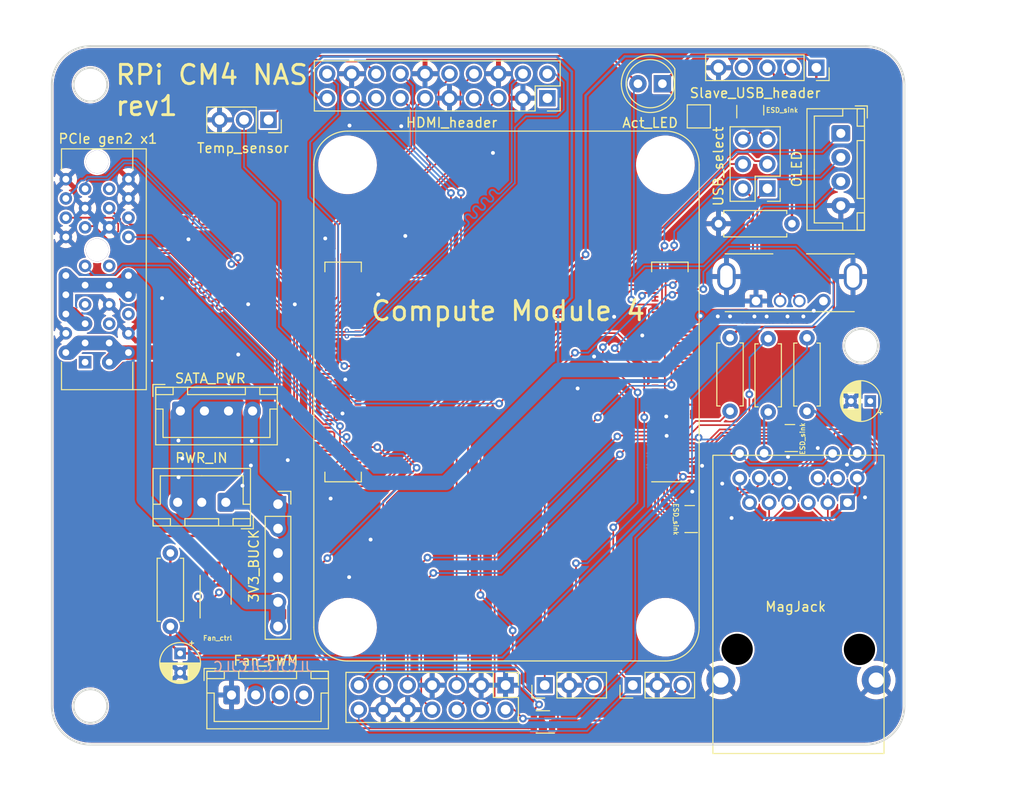
<source format=kicad_pcb>
(kicad_pcb (version 20201002) (generator pcbnew)
  (layers (0 "F.Cu" signal) (1 "In1.Cu" signal) (2 "In2.Cu" signal) (31 "B.Cu" signal) (34 "B.Paste" user) (35 "F.Paste" user) (36 "B.SilkS" user "B.Silkscreen") (37 "F.SilkS" user "F.Silkscreen") (38 "B.Mask" user) (39 "F.Mask" user) (44 "Edge.Cuts" user))
  (net 0 "")
  (net 1 "GND")
  (net 2 "Net-(C1-Pad1)")
  (net 3 "/+3.3v")
  (net 4 "Net-(D1-Pad1)")
  (net 5 "/Master_USB2_P")
  (net 6 "/Master_USB2_N")
  (net 7 "+5V")
  (net 8 "/HDMI0_HOTPLUG")
  (net 9 "/HDMI0_SDA")
  (net 10 "/HDMI0_SCL")
  (net 11 "Net-(J2-Pad14)")
  (net 12 "/HDMI0_CEC")
  (net 13 "/HDMI0_CK_N")
  (net 14 "/HDMI0_CK_P")
  (net 15 "/HDMI0_D0_N")
  (net 16 "/HDMI0_D0_P")
  (net 17 "/HDMI0_D1_N")
  (net 18 "/HDMI0_D1_P")
  (net 19 "/HDMI0_D2_N")
  (net 20 "/HDMI0_D2_P")
  (net 21 "Net-(J3-PadB17)")
  (net 22 "/PCIE_TX_P")
  (net 23 "/PCIE_TX_N")
  (net 24 "/PCIE_CLK_nREQ")
  (net 25 "Net-(J3-PadB11)")
  (net 26 "Net-(J3-PadB6)")
  (net 27 "Net-(J3-PadB5)")
  (net 28 "+12V")
  (net 29 "/PCIE_RX_P")
  (net 30 "/PCIE_RX_N")
  (net 31 "/PCIE_CLK_N")
  (net 32 "/PCIE_CLK_P")
  (net 33 "/PCIE_nRST")
  (net 34 "Net-(J3-PadA7)")
  (net 35 "Net-(J3-PadA1)")
  (net 36 "+3V3")
  (net 37 "Net-(J7-Pad4)")
  (net 38 "Net-(J7-Pad3)")
  (net 39 "/SDA")
  (net 40 "/SCL")
  (net 41 "/BT_nDis")
  (net 42 "/WL_nDis")
  (net 43 "/GLOBAL_EN")
  (net 44 "Net-(J10-Pad13)")
  (net 45 "/TV_OUT")
  (net 46 "/SYNC_OUT")
  (net 47 "/SYNC_IN")
  (net 48 "/AIN1")
  (net 49 "/AIN0")
  (net 50 "/EEPROM_nWP")
  (net 51 "/nRPIBOOT")
  (net 52 "/RUN_PG")
  (net 53 "Net-(J13-Pad4)")
  (net 54 "/Slave_MicroUSB_P")
  (net 55 "/Slave_MicroUSB_N")
  (net 56 "/USBOTG_ID")
  (net 57 "/USB2_P")
  (net 58 "/USB2_N")
  (net 59 "/Temp_DATA")
  (net 60 "/DSI1_D3_P")
  (net 61 "/DSI1_D2_P")
  (net 62 "/DSI1_D3_N")
  (net 63 "/DSI1_D2_N")
  (net 64 "/DSI1_C_P")
  (net 65 "/DSI1_C_N")
  (net 66 "/DSI1_D1_P")
  (net 67 "/DSI1_D1_N")
  (net 68 "/DSI1_D0_P")
  (net 69 "/DSI1_D0_N")
  (net 70 "/DSI0_C_P")
  (net 71 "/DSI0_C_N")
  (net 72 "/HDMI1_CK_N")
  (net 73 "/DSI0_D1_P")
  (net 74 "/HDMI1_CK_P")
  (net 75 "/DSI0_D1_N")
  (net 76 "/HDMI1_D0_N")
  (net 77 "/DSI0_D0_P")
  (net 78 "/HDMI1_D0_P")
  (net 79 "/DSI0_D0_N")
  (net 80 "/HDMI1_D1_N")
  (net 81 "/HDMI1_D1_P")
  (net 82 "/HDMI1_CEC")
  (net 83 "/HDMI1_D2_N")
  (net 84 "/HDMI1_SCL")
  (net 85 "/HDMI1_D2_P")
  (net 86 "/HDMI1_SDA")
  (net 87 "/HDMI1_HOTPLUG")
  (net 88 "/CAM0_C_P")
  (net 89 "/CAM1_D3_P")
  (net 90 "/CAM0_C_N")
  (net 91 "/CAM1_D3_N")
  (net 92 "/CAM0_D1_P")
  (net 93 "/CAM1_D2_P")
  (net 94 "/CAM0_D1_N")
  (net 95 "/CAM1_D2_N")
  (net 96 "/CAM0_D0_P")
  (net 97 "/CAM1_C_P")
  (net 98 "/CAM0_D0_N")
  (net 99 "/CAM1_C_N")
  (net 100 "/CAM1_D1_P")
  (net 101 "/CAM1_D1_N")
  (net 102 "/CAM1_D0_P")
  (net 103 "/CAM1_D0_N")
  (net 104 "Net-(Module1-Pad106)")
  (net 105 "Net-(Module1-Pad104)")
  (net 106 "/nEXTRST")
  (net 107 "/CAM_GPIO")
  (net 108 "/nPWR_LED")
  (net 109 "/+1.8v")
  (net 110 "/SD_DET")
  (net 111 "/SD_PWR_ON")
  (net 112 "Net-(Module1-Pad73)")
  (net 113 "Net-(Module1-Pad72)")
  (net 114 "Net-(Module1-Pad70)")
  (net 115 "/SD_DAT2")
  (net 116 "Net-(Module1-Pad68)")
  (net 117 "/SD_DAT1")
  (net 118 "Net-(Module1-Pad64)")
  (net 119 "/SD_DAT0")
  (net 120 "/SD_CMD")
  (net 121 "/SD_DAT3")
  (net 122 "/GPIO2")
  (net 123 "/SD_CLK")
  (net 124 "/GPIO3")
  (net 125 "/GPIO14")
  (net 126 "/GPIO15")
  (net 127 "/GPIO17")
  (net 128 "/GPIO18")
  (net 129 "/GPIO27")
  (net 130 "/GPIO23")
  (net 131 "/GPIO22")
  (net 132 "/GPIO24")
  (net 133 "/GPIO10")
  (net 134 "/GPIO25")
  (net 135 "/GPIO9")
  (net 136 "/GPIO8")
  (net 137 "/GPIO11")
  (net 138 "/GPIO7")
  (net 139 "/ID_SD")
  (net 140 "/ID_SC")
  (net 141 "/GPIO5")
  (net 142 "/GPIO6")
  (net 143 "/GPIO16")
  (net 144 "/GPIO13")
  (net 145 "/GPIO20")
  (net 146 "/GPIO19")
  (net 147 "/GPIO21")
  (net 148 "/GPIO26")
  (net 149 "Net-(Module1-Pad21)")
  (net 150 "Net-(Module1-Pad19)")
  (net 151 "/ETH_LEDY")
  (net 152 "/ETH_LEDG")
  (net 153 "Net-(R2-Pad1)")
  (net 154 "Net-(R3-Pad1)")
  (net 155 "Net-(U5-Pad1)")
  (net 156 "Net-(U5-Pad2)")
  (net 157 "/GPIO12")
  (net 158 "Net-(U6-Pad8)")
  (net 159 "Net-(U6-Pad7)")
  (net 160 "/TRD3_P")
  (net 161 "/TRD3_N")
  (net 162 "/TRD2_P")
  (net 163 "/TRD2_N")
  (net 164 "/TRD1_P")
  (net 165 "/TRD1_N")
  (net 166 "/TRD0_P")
  (net 167 "/TRD0_N")
  (module "Package_SON:USON-10_2.5x1.0mm_P0.5mm" (layer "F.Cu") (at 166.675 109.98 180)
    (fp_text reference "U2" hide)
    (fp_text value "TPD4EUSB30" hide)
    (pad "1" smd rect (at -0.385 -1 90) (size 0.3 0.55) (layers "F.Cu" "F.Paste" "F.Mask") (net 160 "/TRD3_P"))
    (pad "2" smd rect (at -0.385 -0.5 90) (size 0.3 0.55) (layers "F.Cu" "F.Paste" "F.Mask") (net 161 "/TRD3_N"))
    (pad "3" smd rect (at -0.385 0 90) (size 0.4 0.55) (layers "F.Cu" "F.Paste" "F.Mask") (net 1 "GND"))
    (pad "4" smd rect (at -0.385 0.5 90) (size 0.3 0.55) (layers "F.Cu" "F.Paste" "F.Mask") (net 163 "/TRD2_N"))
    (pad "5" smd rect (at -0.385 1 90) (size 0.3 0.55) (layers "F.Cu" "F.Paste" "F.Mask") (net 162 "/TRD2_P"))
    (pad "6" smd rect (at 0.385 1 90) (size 0.3 0.55) (layers "F.Cu" "F.Paste" "F.Mask") (net 162 "/TRD2_P"))
    (pad "7" smd rect (at 0.385 0.5 90) (size 0.3 0.55) (layers "F.Cu" "F.Paste" "F.Mask") (net 163 "/TRD2_N"))
    (pad "8" smd rect (at 0.385 0 90) (size 0.4 0.55) (layers "F.Cu" "F.Paste" "F.Mask") (net 1 "GND"))
    (pad "9" smd rect (at 0.385 -0.5 90) (size 0.3 0.55) (layers "F.Cu" "F.Paste" "F.Mask") (net 161 "/TRD3_N"))
    (pad "10" smd rect (at 0.385 -1 90) (size 0.3 0.55) (layers "F.Cu" "F.Paste" "F.Mask") (net 160 "/TRD3_P"))
  )
  (module "Connector_PinHeader_2.54mm:PinHeader_2x03_P2.54mm_Vertical" (layer "F.Cu") (at 164.338 84.074 180)
    (fp_text reference "J14" hide)
    (fp_text value "USB_select_jmpr" hide)
    (pad "1" thru_hole rect (at 0 0 180) (size 1.7 1.7) (drill 1) (layers *.Cu *.Mask) (net 6 "/Master_USB2_N"))
    (pad "2" thru_hole oval (at 2.54 0 180) (size 1.7 1.7) (drill 1) (layers *.Cu *.Mask) (net 5 "/Master_USB2_P"))
    (pad "3" thru_hole oval (at 0 2.54 180) (size 1.7 1.7) (drill 1) (layers *.Cu *.Mask) (net 58 "/USB2_N"))
    (pad "4" thru_hole oval (at 2.54 2.54 180) (size 1.7 1.7) (drill 1) (layers *.Cu *.Mask) (net 57 "/USB2_P"))
    (pad "5" thru_hole oval (at 0 5.08 180) (size 1.7 1.7) (drill 1) (layers *.Cu *.Mask) (net 55 "/Slave_MicroUSB_N"))
    (pad "6" thru_hole oval (at 2.54 5.08 180) (size 1.7 1.7) (drill 1) (layers *.Cu *.Mask) (net 54 "/Slave_MicroUSB_P"))
  )
  (module "Connector_PinSocket_2.54mm:PinSocket_1x03_P2.54mm_Vertical" (layer "F.Cu") (at 112.55 76.95 -90)
    (fp_text reference "J15" hide)
    (fp_text value "Temp_Sensor" hide)
    (pad "1" thru_hole rect (at 0 0 270) (size 1.7 1.7) (drill 1) (layers *.Cu *.Mask) (net 3 "/+3.3v"))
    (pad "2" thru_hole oval (at 0 2.54 270) (size 1.7 1.7) (drill 1) (layers *.Cu *.Mask) (net 59 "/Temp_DATA"))
    (pad "3" thru_hole oval (at 0 5.08 270) (size 1.7 1.7) (drill 1) (layers *.Cu *.Mask) (net 1 "GND"))
  )
  (module "Connector_PinSocket_2.54mm:PinSocket_1x05_P2.54mm_Vertical" (layer "F.Cu") (at 169.418 71.54 -90)
    (fp_text reference "J13" hide)
    (fp_text value "USB_OTG" hide)
    (pad "1" thru_hole rect (at 0 0 270) (size 1.7 1.7) (drill 1) (layers *.Cu *.Mask) (net 56 "/USBOTG_ID"))
    (pad "2" thru_hole oval (at 0 2.54 270) (size 1.7 1.7) (drill 1) (layers *.Cu *.Mask) (net 55 "/Slave_MicroUSB_N"))
    (pad "3" thru_hole oval (at 0 5.08 270) (size 1.7 1.7) (drill 1) (layers *.Cu *.Mask) (net 54 "/Slave_MicroUSB_P"))
    (pad "4" thru_hole oval (at 0 7.62 270) (size 1.7 1.7) (drill 1) (layers *.Cu *.Mask) (net 53 "Net-(J13-Pad4)"))
    (pad "5" thru_hole oval (at 0 10.16 270) (size 1.7 1.7) (drill 1) (layers *.Cu *.Mask) (net 1 "GND"))
  )
  (module "Connector_JST:JST_XH_B4B-XH-A_1x04_P2.50mm_Vertical" (layer "F.Cu") (at 108.712 136.652)
    (fp_text reference "J7" hide)
    (fp_text value "Fan_conn" hide)
    (pad "1" thru_hole roundrect (at 0 0) (size 1.7 1.95) (drill 0.95) (layers *.Cu *.Mask) (roundrect_rratio 0.1470588235294118) (net 1 "GND"))
    (pad "2" thru_hole oval (at 2.5 0) (size 1.7 1.95) (drill 0.95) (layers *.Cu *.Mask) (net 28 "+12V"))
    (pad "3" thru_hole oval (at 5 0) (size 1.7 1.95) (drill 0.95) (layers *.Cu *.Mask) (net 38 "Net-(J7-Pad3)"))
    (pad "4" thru_hole oval (at 7.5 0) (size 1.7 1.95) (drill 0.95) (layers *.Cu *.Mask) (net 37 "Net-(J7-Pad4)"))
  )
  (module "Package_SON:USON-10_2.5x1.0mm_P0.5mm" (layer "F.Cu") (at 156.275 118.39 180)
    (fp_text reference "U3" hide)
    (fp_text value "TPD4EUSB30" hide)
    (pad "1" smd rect (at -0.385 -1 90) (size 0.3 0.55) (layers "F.Cu" "F.Paste" "F.Mask") (net 164 "/TRD1_P"))
    (pad "2" smd rect (at -0.385 -0.5 90) (size 0.3 0.55) (layers "F.Cu" "F.Paste" "F.Mask") (net 165 "/TRD1_N"))
    (pad "3" smd rect (at -0.385 0 90) (size 0.4 0.55) (layers "F.Cu" "F.Paste" "F.Mask") (net 1 "GND"))
    (pad "4" smd rect (at -0.385 0.5 90) (size 0.3 0.55) (layers "F.Cu" "F.Paste" "F.Mask") (net 167 "/TRD0_N"))
    (pad "5" smd rect (at -0.385 1 90) (size 0.3 0.55) (layers "F.Cu" "F.Paste" "F.Mask") (net 166 "/TRD0_P"))
    (pad "6" smd rect (at 0.385 1 90) (size 0.3 0.55) (layers "F.Cu" "F.Paste" "F.Mask") (net 166 "/TRD0_P"))
    (pad "7" smd rect (at 0.385 0.5 90) (size 0.3 0.55) (layers "F.Cu" "F.Paste" "F.Mask") (net 167 "/TRD0_N"))
    (pad "8" smd rect (at 0.385 0 90) (size 0.4 0.55) (layers "F.Cu" "F.Paste" "F.Mask") (net 1 "GND"))
    (pad "9" smd rect (at 0.385 -0.5 90) (size 0.3 0.55) (layers "F.Cu" "F.Paste" "F.Mask") (net 165 "/TRD1_N"))
    (pad "10" smd rect (at 0.385 -1 90) (size 0.3 0.55) (layers "F.Cu" "F.Paste" "F.Mask") (net 164 "/TRD1_P"))
  )
  (module "CM4:Raspberry-Pi-4-Compute-Module" (layer "F.Cu") (at 153.755 81.619 180)
    (fp_text reference "Module1" hide)
    (fp_text value "ComputeModule4" hide)
    (pad "" np_thru_hole circle (at 0 0 180) (size 2.7 2.7) (drill 2.7) (layers *.Cu *.Mask) (clearance 1.7))
    (pad "" np_thru_hole circle (at 0 -48 180) (size 2.7 2.7) (drill 2.7) (layers *.Cu *.Mask) (clearance 1.7))
    (pad "" np_thru_hole circle (at 33 0 180) (size 2.7 2.7) (drill 2.7) (layers *.Cu *.Mask) (clearance 1.7))
    (pad "" np_thru_hole circle (at 33 -48 180) (size 2.7 2.7) (drill 2.7) (layers *.Cu *.Mask) (clearance 1.7))
    (pad "1" smd rect (at -2 -31.3 90) (size 0.2 0.7) (layers "F.Cu" "F.Paste" "F.Mask") (net 1 "GND"))
    (pad "2" smd rect (at 1.08 -31.3 90) (size 0.2 0.7) (layers "F.Cu" "F.Paste" "F.Mask") (net 1 "GND"))
    (pad "3" smd rect (at -2 -30.9 90) (size 0.2 0.7) (layers "F.Cu" "F.Paste" "F.Mask") (net 160 "/TRD3_P"))
    (pad "4" smd rect (at 1.08 -30.9 90) (size 0.2 0.7) (layers "F.Cu" "F.Paste" "F.Mask") (net 164 "/TRD1_P"))
    (pad "5" smd rect (at -2 -30.5 90) (size 0.2 0.7) (layers "F.Cu" "F.Paste" "F.Mask") (net 161 "/TRD3_N"))
    (pad "6" smd rect (at 1.08 -30.5 90) (size 0.2 0.7) (layers "F.Cu" "F.Paste" "F.Mask") (net 165 "/TRD1_N"))
    (pad "7" smd rect (at -2 -30.1 90) (size 0.2 0.7) (layers "F.Cu" "F.Paste" "F.Mask") (net 1 "GND"))
    (pad "8" smd rect (at 1.08 -30.1 90) (size 0.2 0.7) (layers "F.Cu" "F.Paste" "F.Mask") (net 1 "GND"))
    (pad "9" smd rect (at -2 -29.7 90) (size 0.2 0.7) (layers "F.Cu" "F.Paste" "F.Mask") (net 163 "/TRD2_N"))
    (pad "10" smd rect (at 1.08 -29.7 90) (size 0.2 0.7) (layers "F.Cu" "F.Paste" "F.Mask") (net 167 "/TRD0_N"))
    (pad "11" smd rect (at -2 -29.3 90) (size 0.2 0.7) (layers "F.Cu" "F.Paste" "F.Mask") (net 162 "/TRD2_P"))
    (pad "12" smd rect (at 1.08 -29.3 90) (size 0.2 0.7) (layers "F.Cu" "F.Paste" "F.Mask") (net 166 "/TRD0_P"))
    (pad "13" smd rect (at -2 -28.9 90) (size 0.2 0.7) (layers "F.Cu" "F.Paste" "F.Mask") (net 1 "GND"))
    (pad "14" smd rect (at 1.08 -28.9 90) (size 0.2 0.7) (layers "F.Cu" "F.Paste" "F.Mask") (net 1 "GND"))
    (pad "15" smd rect (at -2 -28.5 90) (size 0.2 0.7) (layers "F.Cu" "F.Paste" "F.Mask") (net 152 "/ETH_LEDG"))
    (pad "16" smd rect (at 1.08 -28.5 90) (size 0.2 0.7) (layers "F.Cu" "F.Paste" "F.Mask") (net 47 "/SYNC_IN"))
    (pad "17" smd rect (at -2 -28.1 90) (size 0.2 0.7) (layers "F.Cu" "F.Paste" "F.Mask") (net 151 "/ETH_LEDY"))
    (pad "18" smd rect (at 1.08 -28.1 90) (size 0.2 0.7) (layers "F.Cu" "F.Paste" "F.Mask") (net 46 "/SYNC_OUT"))
    (pad "19" smd rect (at -2 -27.7 90) (size 0.2 0.7) (layers "F.Cu" "F.Paste" "F.Mask") (net 150 "Net-(Module1-Pad19)"))
    (pad "20" smd rect (at 1.08 -27.7 90) (size 0.2 0.7) (layers "F.Cu" "F.Paste" "F.Mask") (net 50 "/EEPROM_nWP"))
    (pad "21" smd rect (at -2 -27.3 90) (size 0.2 0.7) (layers "F.Cu" "F.Paste" "F.Mask") (net 149 "Net-(Module1-Pad21)"))
    (pad "22" smd rect (at 1.08 -27.3 90) (size 0.2 0.7) (layers "F.Cu" "F.Paste" "F.Mask") (net 1 "GND"))
    (pad "23" smd rect (at -2 -26.9 90) (size 0.2 0.7) (layers "F.Cu" "F.Paste" "F.Mask") (net 1 "GND"))
    (pad "24" smd rect (at 1.08 -26.9 90) (size 0.2 0.7) (layers "F.Cu" "F.Paste" "F.Mask") (net 148 "/GPIO26"))
    (pad "25" smd rect (at -2 -26.5 90) (size 0.2 0.7) (layers "F.Cu" "F.Paste" "F.Mask") (net 147 "/GPIO21"))
    (pad "26" smd rect (at 1.08 -26.5 90) (size 0.2 0.7) (layers "F.Cu" "F.Paste" "F.Mask") (net 146 "/GPIO19"))
    (pad "27" smd rect (at -2 -26.1 90) (size 0.2 0.7) (layers "F.Cu" "F.Paste" "F.Mask") (net 145 "/GPIO20"))
    (pad "28" smd rect (at 1.08 -26.1 90) (size 0.2 0.7) (layers "F.Cu" "F.Paste" "F.Mask") (net 144 "/GPIO13"))
    (pad "29" smd rect (at -2 -25.7 90) (size 0.2 0.7) (layers "F.Cu" "F.Paste" "F.Mask") (net 143 "/GPIO16"))
    (pad "30" smd rect (at 1.08 -25.7 90) (size 0.2 0.7) (layers "F.Cu" "F.Paste" "F.Mask") (net 142 "/GPIO6"))
    (pad "31" smd rect (at -2 -25.3 90) (size 0.2 0.7) (layers "F.Cu" "F.Paste" "F.Mask") (net 157 "/GPIO12"))
    (pad "32" smd rect (at 1.08 -25.3 90) (size 0.2 0.7) (layers "F.Cu" "F.Paste" "F.Mask") (net 1 "GND"))
    (pad "33" smd rect (at -2 -24.9 90) (size 0.2 0.7) (layers "F.Cu" "F.Paste" "F.Mask") (net 1 "GND"))
    (pad "34" smd rect (at 1.08 -24.9 90) (size 0.2 0.7) (layers "F.Cu" "F.Paste" "F.Mask") (net 141 "/GPIO5"))
    (pad "35" smd rect (at -2 -24.5 90) (size 0.2 0.7) (layers "F.Cu" "F.Paste" "F.Mask") (net 140 "/ID_SC"))
    (pad "36" smd rect (at 1.08 -24.5 90) (size 0.2 0.7) (layers "F.Cu" "F.Paste" "F.Mask") (net 139 "/ID_SD"))
    (pad "37" smd rect (at -2 -24.1 90) (size 0.2 0.7) (layers "F.Cu" "F.Paste" "F.Mask") (net 138 "/GPIO7"))
    (pad "38" smd rect (at 1.08 -24.1 90) (size 0.2 0.7) (layers "F.Cu" "F.Paste" "F.Mask") (net 137 "/GPIO11"))
    (pad "39" smd rect (at -2 -23.7 90) (size 0.2 0.7) (layers "F.Cu" "F.Paste" "F.Mask") (net 136 "/GPIO8"))
    (pad "40" smd rect (at 1.08 -23.7 90) (size 0.2 0.7) (layers "F.Cu" "F.Paste" "F.Mask") (net 135 "/GPIO9"))
    (pad "41" smd rect (at -2 -23.3 90) (size 0.2 0.7) (layers "F.Cu" "F.Paste" "F.Mask") (net 134 "/GPIO25"))
    (pad "42" smd rect (at 1.08 -23.3 90) (size 0.2 0.7) (layers "F.Cu" "F.Paste" "F.Mask") (net 1 "GND"))
    (pad "43" smd rect (at -2 -22.9 90) (size 0.2 0.7) (layers "F.Cu" "F.Paste" "F.Mask") (net 1 "GND"))
    (pad "44" smd rect (at 1.08 -22.9 90) (size 0.2 0.7) (layers "F.Cu" "F.Paste" "F.Mask") (net 133 "/GPIO10"))
    (pad "45" smd rect (at -2 -22.5 90) (size 0.2 0.7) (layers "F.Cu" "F.Paste" "F.Mask") (net 132 "/GPIO24"))
    (pad "46" smd rect (at 1.08 -22.5 90) (size 0.2 0.7) (layers "F.Cu" "F.Paste" "F.Mask") (net 131 "/GPIO22"))
    (pad "47" smd rect (at -2 -22.1 90) (size 0.2 0.7) (layers "F.Cu" "F.Paste" "F.Mask") (net 130 "/GPIO23"))
    (pad "48" smd rect (at 1.08 -22.1 90) (size 0.2 0.7) (layers "F.Cu" "F.Paste" "F.Mask") (net 129 "/GPIO27"))
    (pad "49" smd rect (at -2 -21.7 90) (size 0.2 0.7) (layers "F.Cu" "F.Paste" "F.Mask") (net 128 "/GPIO18"))
    (pad "50" smd rect (at 1.08 -21.7 90) (size 0.2 0.7) (layers "F.Cu" "F.Paste" "F.Mask") (net 127 "/GPIO17"))
    (pad "51" smd rect (at -2 -21.3 90) (size 0.2 0.7) (layers "F.Cu" "F.Paste" "F.Mask") (net 126 "/GPIO15"))
    (pad "52" smd rect (at 1.08 -21.3 90) (size 0.2 0.7) (layers "F.Cu" "F.Paste" "F.Mask") (net 1 "GND"))
    (pad "53" smd rect (at -2 -20.9 90) (size 0.2 0.7) (layers "F.Cu" "F.Paste" "F.Mask") (net 1 "GND"))
    (pad "54" smd rect (at 1.08 -20.9 90) (size 0.2 0.7) (layers "F.Cu" "F.Paste" "F.Mask") (net 59 "/Temp_DATA"))
    (pad "55" smd rect (at -2 -20.5 90) (size 0.2 0.7) (layers "F.Cu" "F.Paste" "F.Mask") (net 125 "/GPIO14"))
    (pad "56" smd rect (at 1.08 -20.5 90) (size 0.2 0.7) (layers "F.Cu" "F.Paste" "F.Mask") (net 124 "/GPIO3"))
    (pad "57" smd rect (at -2 -20.1 90) (size 0.2 0.7) (layers "F.Cu" "F.Paste" "F.Mask") (net 123 "/SD_CLK"))
    (pad "58" smd rect (at 1.08 -20.1 90) (size 0.2 0.7) (layers "F.Cu" "F.Paste" "F.Mask") (net 122 "/GPIO2"))
    (pad "59" smd rect (at -2 -19.7 90) (size 0.2 0.7) (layers "F.Cu" "F.Paste" "F.Mask") (net 1 "GND"))
    (pad "60" smd rect (at 1.08 -19.7 90) (size 0.2 0.7) (layers "F.Cu" "F.Paste" "F.Mask") (net 1 "GND"))
    (pad "61" smd rect (at -2 -19.3 90) (size 0.2 0.7) (layers "F.Cu" "F.Paste" "F.Mask") (net 121 "/SD_DAT3"))
    (pad "62" smd rect (at 1.08 -19.3 90) (size 0.2 0.7) (layers "F.Cu" "F.Paste" "F.Mask") (net 120 "/SD_CMD"))
    (pad "63" smd rect (at -2 -18.9 90) (size 0.2 0.7) (layers "F.Cu" "F.Paste" "F.Mask") (net 119 "/SD_DAT0"))
    (pad "64" smd rect (at 1.08 -18.9 90) (size 0.2 0.7) (layers "F.Cu" "F.Paste" "F.Mask") (net 118 "Net-(Module1-Pad64)"))
    (pad "65" smd rect (at -2 -18.5 90) (size 0.2 0.7) (layers "F.Cu" "F.Paste" "F.Mask") (net 1 "GND"))
    (pad "66" smd rect (at 1.08 -18.5 90) (size 0.2 0.7) (layers "F.Cu" "F.Paste" "F.Mask") (net 1 "GND"))
    (pad "67" smd rect (at -2 -18.1 90) (size 0.2 0.7) (layers "F.Cu" "F.Paste" "F.Mask") (net 117 "/SD_DAT1"))
    (pad "68" smd rect (at 1.08 -18.1 90) (size 0.2 0.7) (layers "F.Cu" "F.Paste" "F.Mask") (net 116 "Net-(Module1-Pad68)"))
    (pad "69" smd rect (at -2 -17.7 90) (size 0.2 0.7) (layers "F.Cu" "F.Paste" "F.Mask") (net 115 "/SD_DAT2"))
    (pad "70" smd rect (at 1.08 -17.7 90) (size 0.2 0.7) (layers "F.Cu" "F.Paste" "F.Mask") (net 114 "Net-(Module1-Pad70)"))
    (pad "71" smd rect (at -2 -17.3 90) (size 0.2 0.7) (layers "F.Cu" "F.Paste" "F.Mask") (net 1 "GND"))
    (pad "72" smd rect (at 1.08 -17.3 90) (size 0.2 0.7) (layers "F.Cu" "F.Paste" "F.Mask") (net 113 "Net-(Module1-Pad72)"))
    (pad "73" smd rect (at -2 -16.9 90) (size 0.2 0.7) (layers "F.Cu" "F.Paste" "F.Mask") (net 112 "Net-(Module1-Pad73)"))
    (pad "74" smd rect (at 1.08 -16.9 90) (size 0.2 0.7) (layers "F.Cu" "F.Paste" "F.Mask") (net 1 "GND"))
    (pad "75" smd rect (at -2 -16.5 90) (size 0.2 0.7) (layers "F.Cu" "F.Paste" "F.Mask") (net 111 "/SD_PWR_ON"))
    (pad "76" smd rect (at 1.08 -16.5 90) (size 0.2 0.7) (layers "F.Cu" "F.Paste" "F.Mask") (net 110 "/SD_DET"))
    (pad "77" smd rect (at -2 -16.1 90) (size 0.2 0.7) (layers "F.Cu" "F.Paste" "F.Mask") (net 7 "+5V"))
    (pad "78" smd rect (at 1.08 -16.1 90) (size 0.2 0.7) (layers "F.Cu" "F.Paste" "F.Mask") (net 3 "/+3.3v"))
    (pad "79" smd rect (at -2 -15.7 90) (size 0.2 0.7) (layers "F.Cu" "F.Paste" "F.Mask") (net 7 "+5V"))
    (pad "80" smd rect (at 1.08 -15.7 90) (size 0.2 0.7) (layers "F.Cu" "F.Paste" "F.Mask") (net 40 "/SCL"))
    (pad "81" smd rect (at -2 -15.3 90) (size 0.2 0.7) (layers "F.Cu" "F.Paste" "F.Mask") (net 7 "+5V"))
    (pad "82" smd rect (at 1.08 -15.3 90) (size 0.2 0.7) (layers "F.Cu" "F.Paste" "F.Mask") (net 39 "/SDA"))
    (pad "83" smd rect (at -2 -14.9 90) (size 0.2 0.7) (layers "F.Cu" "F.Paste" "F.Mask") (net 7 "+5V"))
    (pad "84" smd rect (at 1.08 -14.9 90) (size 0.2 0.7) (layers "F.Cu" "F.Paste" "F.Mask") (net 3 "/+3.3v"))
    (pad "85" smd rect (at -2 -14.5 90) (size 0.2 0.7) (layers "F.Cu" "F.Paste" "F.Mask") (net 7 "+5V"))
    (pad "86" smd rect (at 1.08 -14.5 90) (size 0.2 0.7) (layers "F.Cu" "F.Paste" "F.Mask") (net 3 "/+3.3v"))
    (pad "87" smd rect (at -2 -14.1 90) (size 0.2 0.7) (layers "F.Cu" "F.Paste" "F.Mask") (net 7 "+5V"))
    (pad "88" smd rect (at 1.08 -14.1 90) (size 0.2 0.7) (layers "F.Cu" "F.Paste" "F.Mask") (net 109 "/+1.8v"))
    (pad "89" smd rect (at -2 -13.7 90) (size 0.2 0.7) (layers "F.Cu" "F.Paste" "F.Mask") (net 42 "/WL_nDis"))
    (pad "90" smd rect (at 1.08 -13.7 90) (size 0.2 0.7) (layers "F.Cu" "F.Paste" "F.Mask") (net 109 "/+1.8v"))
    (pad "91" smd rect (at -2 -13.3 90) (size 0.2 0.7) (layers "F.Cu" "F.Paste" "F.Mask") (net 41 "/BT_nDis"))
    (pad "92" smd rect (at 1.08 -13.3 90) (size 0.2 0.7) (layers "F.Cu" "F.Paste" "F.Mask") (net 52 "/RUN_PG"))
    (pad "93" smd rect (at -2 -12.9 90) (size 0.2 0.7) (layers "F.Cu" "F.Paste" "F.Mask") (net 51 "/nRPIBOOT"))
    (pad "94" smd rect (at 1.08 -12.9 90) (size 0.2 0.7) (layers "F.Cu" "F.Paste" "F.Mask") (net 48 "/AIN1"))
    (pad "95" smd rect (at -2 -12.5 90) (size 0.2 0.7) (layers "F.Cu" "F.Paste" "F.Mask") (net 108 "/nPWR_LED"))
    (pad "96" smd rect (at 1.08 -12.5 90) (size 0.2 0.7) (layers "F.Cu" "F.Paste" "F.Mask") (net 49 "/AIN0"))
    (pad "97" smd rect (at -2 -12.1 90) (size 0.2 0.7) (layers "F.Cu" "F.Paste" "F.Mask") (net 107 "/CAM_GPIO"))
    (pad "98" smd rect (at 1.08 -12.1 90) (size 0.2 0.7) (layers "F.Cu" "F.Paste" "F.Mask") (net 1 "GND"))
    (pad "99" smd rect (at -2 -11.7 90) (size 0.2 0.7) (layers "F.Cu" "F.Paste" "F.Mask") (net 43 "/GLOBAL_EN"))
    (pad "100" smd rect (at 1.08 -11.7 90) (size 0.2 0.7) (layers "F.Cu" "F.Paste" "F.Mask") (net 106 "/nEXTRST"))
    (pad "101" smd rect (at 31.92 -31.3 90) (size 0.2 0.7) (layers "F.Cu" "F.Paste" "F.Mask") (net 56 "/USBOTG_ID"))
    (pad "102" smd rect (at 35 -31.3 90) (size 0.2 0.7) (layers "F.Cu" "F.Paste" "F.Mask") (net 24 "/PCIE_CLK_nREQ"))
    (pad "103" smd rect (at 31.92 -30.9 90) (size 0.2 0.7) (layers "F.Cu" "F.Paste" "F.Mask") (net 58 "/USB2_N"))
    (pad "104" smd rect (at 35 -30.9 90) (size 0.2 0.7) (layers "F.Cu" "F.Paste" "F.Mask") (net 105 "Net-(Module1-Pad104)"))
    (pad "105" smd rect (at 31.92 -30.5 90) (size 0.2 0.7) (layers "F.Cu" "F.Paste" "F.Mask") (net 57 "/USB2_P"))
    (pad "106" smd rect (at 35 -30.5 90) (size 0.2 0.7) (layers "F.Cu" "F.Paste" "F.Mask") (net 104 "Net-(Module1-Pad106)"))
    (pad "107" smd rect (at 31.92 -30.1 90) (size 0.2 0.7) (layers "F.Cu" "F.Paste" "F.Mask") (net 1 "GND"))
    (pad "108" smd rect (at 35 -30.1 90) (size 0.2 0.7) (layers "F.Cu" "F.Paste" "F.Mask") (net 1 "GND"))
    (pad "109" smd rect (at 31.92 -29.7 90) (size 0.2 0.7) (layers "F.Cu" "F.Paste" "F.Mask") (net 33 "/PCIE_nRST"))
    (pad "110" smd rect (at 35 -29.7 90) (size 0.2 0.7) (layers "F.Cu" "F.Paste" "F.Mask") (net 32 "/PCIE_CLK_P"))
    (pad "111" smd rect (at 31.92 -29.3 90) (size 0.2 0.7) (layers "F.Cu" "F.Paste" "F.Mask") (net 45 "/TV_OUT"))
    (pad "112" smd rect (at 35 -29.3 90) (size 0.2 0.7) (layers "F.Cu" "F.Paste" "F.Mask") (net 31 "/PCIE_CLK_N"))
    (pad "113" smd rect (at 31.92 -28.9 90) (size 0.2 0.7) (layers "F.Cu" "F.Paste" "F.Mask") (net 1 "GND"))
    (pad "114" smd rect (at 35 -28.9 90) (size 0.2 0.7) (layers "F.Cu" "F.Paste" "F.Mask") (net 1 "GND"))
    (pad "115" smd rect (at 31.92 -28.5 90) (size 0.2 0.7) (layers "F.Cu" "F.Paste" "F.Mask") (net 103 "/CAM1_D0_N"))
    (pad "116" smd rect (at 35 -28.5 90) (size 0.2 0.7) (layers "F.Cu" "F.Paste" "F.Mask") (net 29 "/PCIE_RX_P"))
    (pad "117" smd rect (at 31.92 -28.1 90) (size 0.2 0.7) (layers "F.Cu" "F.Paste" "F.Mask") (net 102 "/CAM1_D0_P"))
    (pad "118" smd rect (at 35 -28.1 90) (size 0.2 0.7) (layers "F.Cu" "F.Paste" "F.Mask") (net 30 "/PCIE_RX_N"))
    (pad "119" smd rect (at 31.92 -27.7 90) (size 0.2 0.7) (layers "F.Cu" "F.Paste" "F.Mask") (net 1 "GND"))
    (pad "120" smd rect (at 35 -27.7 90) (size 0.2 0.7) (layers "F.Cu" "F.Paste" "F.Mask") (net 1 "GND"))
    (pad "121" smd rect (at 31.92 -27.3 90) (size 0.2 0.7) (layers "F.Cu" "F.Paste" "F.Mask") (net 101 "/CAM1_D1_N"))
    (pad "122" smd rect (at 35 -27.3 90) (size 0.2 0.7) (layers "F.Cu" "F.Paste" "F.Mask") (net 22 "/PCIE_TX_P"))
    (pad "123" smd rect (at 31.92 -26.9 90) (size 0.2 0.7) (layers "F.Cu" "F.Paste" "F.Mask") (net 100 "/CAM1_D1_P"))
    (pad "124" smd rect (at 35 -26.9 90) (size 0.2 0.7) (layers "F.Cu" "F.Paste" "F.Mask") (net 23 "/PCIE_TX_N"))
    (pad "125" smd rect (at 31.92 -26.5 90) (size 0.2 0.7) (layers "F.Cu" "F.Paste" "F.Mask") (net 1 "GND"))
    (pad "126" smd rect (at 35 -26.5 90) (size 0.2 0.7) (layers "F.Cu" "F.Paste" "F.Mask") (net 1 "GND"))
    (pad "127" smd rect (at 31.92 -26.1 90) (size 0.2 0.7) (layers "F.Cu" "F.Paste" "F.Mask") (net 99 "/CAM1_C_N"))
    (pad "128" smd rect (at 35 -26.1 90) (size 0.2 0.7) (layers "F.Cu" "F.Paste" "F.Mask") (net 98 "/CAM0_D0_N"))
    (pad "129" smd rect (at 31.92 -25.7 90) (size 0.2 0.7) (layers "F.Cu" "F.Paste" "F.Mask") (net 97 "/CAM1_C_P"))
    (pad "130" smd rect (at 35 -25.7 90) (size 0.2 0.7) (layers "F.Cu" "F.Paste" "F.Mask") (net 96 "/CAM0_D0_P"))
    (pad "131" smd rect (at 31.92 -25.3 90) (size 0.2 0.7) (layers "F.Cu" "F.Paste" "F.Mask") (net 1 "GND"))
    (pad "132" smd rect (at 35 -25.3 90) (size 0.2 0.7) (layers "F.Cu" "F.Paste" "F.Mask") (net 1 "GND"))
    (pad "133" smd rect (at 31.92 -24.9 90) (size 0.2 0.7) (layers "F.Cu" "F.Paste" "F.Mask") (net 95 "/CAM1_D2_N"))
    (pad "134" smd rect (at 35 -24.9 90) (size 0.2 0.7) (layers "F.Cu" "F.Paste" "F.Mask") (net 94 "/CAM0_D1_N"))
    (pad "135" smd rect (at 31.92 -24.5 90) (size 0.2 0.7) (layers "F.Cu" "F.Paste" "F.Mask") (net 93 "/CAM1_D2_P"))
    (pad "136" smd rect (at 35 -24.5 90) (size 0.2 0.7) (layers "F.Cu" "F.Paste" "F.Mask") (net 92 "/CAM0_D1_P"))
    (pad "137" smd rect (at 31.92 -24.1 90) (size 0.2 0.7) (layers "F.Cu" "F.Paste" "F.Mask") (net 1 "GND"))
    (pad "138" smd rect (at 35 -24.1 90) (size 0.2 0.7) (layers "F.Cu" "F.Paste" "F.Mask") (net 1 "GND"))
    (pad "139" smd rect (at 31.92 -23.7 90) (size 0.2 0.7) (layers "F.Cu" "F.Paste" "F.Mask") (net 91 "/CAM1_D3_N"))
    (pad "140" smd rect (at 35 -23.7 90) (size 0.2 0.7) (layers "F.Cu" "F.Paste" "F.Mask") (net 90 "/CAM0_C_N"))
    (pad "141" smd rect (at 31.92 -23.3 90) (size 0.2 0.7) (layers "F.Cu" "F.Paste" "F.Mask") (net 89 "/CAM1_D3_P"))
    (pad "142" smd rect (at 35 -23.3 90) (size 0.2 0.7) (layers "F.Cu" "F.Paste" "F.Mask") (net 88 "/CAM0_C_P"))
    (pad "143" smd rect (at 31.92 -22.9 90) (size 0.2 0.7) (layers "F.Cu" "F.Paste" "F.Mask") (net 87 "/HDMI1_HOTPLUG"))
    (pad "144" smd rect (at 35 -22.9 90) (size 0.2 0.7) (layers "F.Cu" "F.Paste" "F.Mask") (net 1 "GND"))
    (pad "145" smd rect (at 31.92 -22.5 90) (size 0.2 0.7) (layers "F.Cu" "F.Paste" "F.Mask") (net 86 "/HDMI1_SDA"))
    (pad "146" smd rect (at 35 -22.5 90) (size 0.2 0.7) (layers "F.Cu" "F.Paste" "F.Mask") (net 85 "/HDMI1_D2_P"))
    (pad "147" smd rect (at 31.92 -22.1 90) (size 0.2 0.7) (layers "F.Cu" "F.Paste" "F.Mask") (net 84 "/HDMI1_SCL"))
    (pad "148" smd rect (at 35 -22.1 90) (size 0.2 0.7) (layers "F.Cu" "F.Paste" "F.Mask") (net 83 "/HDMI1_D2_N"))
    (pad "149" smd rect (at 31.92 -21.7 90) (size 0.2 0.7) (layers "F.Cu" "F.Paste" "F.Mask") (net 82 "/HDMI1_CEC"))
    (pad "150" smd rect (at 35 -21.7 90) (size 0.2 0.7) (layers "F.Cu" "F.Paste" "F.Mask") (net 1 "GND"))
    (pad "151" smd rect (at 31.92 -21.3 90) (size 0.2 0.7) (layers "F.Cu" "F.Paste" "F.Mask") (net 12 "/HDMI0_CEC"))
    (pad "152" smd rect (at 35 -21.3 90) (size 0.2 0.7) (layers "F.Cu" "F.Paste" "F.Mask") (net 81 "/HDMI1_D1_P"))
    (pad "153" smd rect (at 31.92 -20.9 90) (size 0.2 0.7) (layers "F.Cu" "F.Paste" "F.Mask") (net 8 "/HDMI0_HOTPLUG"))
    (pad "154" smd rect (at 35 -20.9 90) (size 0.2 0.7) (layers "F.Cu" "F.Paste" "F.Mask") (net 80 "/HDMI1_D1_N"))
    (pad "155" smd rect (at 31.92 -20.5 90) (size 0.2 0.7) (layers "F.Cu" "F.Paste" "F.Mask") (net 1 "GND"))
    (pad "156" smd rect (at 35 -20.5 90) (size 0.2 0.7) (layers "F.Cu" "F.Paste" "F.Mask") (net 1 "GND"))
    (pad "157" smd rect (at 31.92 -20.1 90) (size 0.2 0.7) (layers "F.Cu" "F.Paste" "F.Mask") (net 79 "/DSI0_D0_N"))
    (pad "158" smd rect (at 35 -20.1 90) (size 0.2 0.7) (layers "F.Cu" "F.Paste" "F.Mask") (net 78 "/HDMI1_D0_P"))
    (pad "159" smd rect (at 31.92 -19.7 90) (size 0.2 0.7) (layers "F.Cu" "F.Paste" "F.Mask") (net 77 "/DSI0_D0_P"))
    (pad "160" smd rect (at 35 -19.7 90) (size 0.2 0.7) (layers "F.Cu" "F.Paste" "F.Mask") (net 76 "/HDMI1_D0_N"))
    (pad "161" smd rect (at 31.92 -19.3 90) (size 0.2 0.7) (layers "F.Cu" "F.Paste" "F.Mask") (net 1 "GND"))
    (pad "162" smd rect (at 35 -19.3 90) (size 0.2 0.7) (layers "F.Cu" "F.Paste" "F.Mask") (net 1 "GND"))
    (pad "163" smd rect (at 31.92 -18.9 90) (size 0.2 0.7) (layers "F.Cu" "F.Paste" "F.Mask") (net 75 "/DSI0_D1_N"))
    (pad "164" smd rect (at 35 -18.9 90) (size 0.2 0.7) (layers "F.Cu" "F.Paste" "F.Mask") (net 74 "/HDMI1_CK_P"))
    (pad "165" smd rect (at 31.92 -18.5 90) (size 0.2 0.7) (layers "F.Cu" "F.Paste" "F.Mask") (net 73 "/DSI0_D1_P"))
    (pad "166" smd rect (at 35 -18.5 90) (size 0.2 0.7) (layers "F.Cu" "F.Paste" "F.Mask") (net 72 "/HDMI1_CK_N"))
    (pad "167" smd rect (at 31.92 -18.1 90) (size 0.2 0.7) (layers "F.Cu" "F.Paste" "F.Mask") (net 1 "GND"))
    (pad "168" smd rect (at 35 -18.1 90) (size 0.2 0.7) (layers "F.Cu" "F.Paste" "F.Mask") (net 1 "GND"))
    (pad "169" smd rect (at 31.92 -17.7 90) (size 0.2 0.7) (layers "F.Cu" "F.Paste" "F.Mask") (net 71 "/DSI0_C_N"))
    (pad "170" smd rect (at 35 -17.7 90) (size 0.2 0.7) (layers "F.Cu" "F.Paste" "F.Mask") (net 20 "/HDMI0_D2_P"))
    (pad "171" smd rect (at 31.92 -17.3 90) (size 0.2 0.7) (layers "F.Cu" "F.Paste" "F.Mask") (net 70 "/DSI0_C_P"))
    (pad "172" smd rect (at 35 -17.3 90) (size 0.2 0.7) (layers "F.Cu" "F.Paste" "F.Mask") (net 19 "/HDMI0_D2_N"))
    (pad "173" smd rect (at 31.92 -16.9 90) (size 0.2 0.7) (layers "F.Cu" "F.Paste" "F.Mask") (net 1 "GND"))
    (pad "174" smd rect (at 35 -16.9 90) (size 0.2 0.7) (layers "F.Cu" "F.Paste" "F.Mask") (net 1 "GND"))
    (pad "175" smd rect (at 31.92 -16.5 90) (size 0.2 0.7) (layers "F.Cu" "F.Paste" "F.Mask") (net 69 "/DSI1_D0_N"))
    (pad "176" smd rect (at 35 -16.5 90) (size 0.2 0.7) (layers "F.Cu" "F.Paste" "F.Mask") (net 18 "/HDMI0_D1_P"))
    (pad "177" smd rect (at 31.92 -16.1 90) (size 0.2 0.7) (layers "F.Cu" "F.Paste" "F.Mask") (net 68 "/DSI1_D0_P"))
    (pad "178" smd rect (at 35 -16.1 90) (size 0.2 0.7) (layers "F.Cu" "F.Paste" "F.Mask") (net 17 "/HDMI0_D1_N"))
    (pad "179" smd rect (at 31.92 -15.7 90) (size 0.2 0.7) (layers "F.Cu" "F.Paste" "F.Mask") (net 1 "GND"))
    (pad "180" smd rect (at 35 -15.7 90) (size 0.2 0.7) (layers "F.Cu" "F.Paste" "F.Mask") (net 1 "GND"))
    (pad "181" smd rect (at 31.92 -15.3 90) (size 0.2 0.7) (layers "F.Cu" "F.Paste" "F.Mask") (net 67 "/DSI1_D1_N"))
    (pad "182" smd rect (at 35 -15.3 90) (size 0.2 0.7) (layers "F.Cu" "F.Paste" "F.Mask") (net 16 "/HDMI0_D0_P"))
    (pad "183" smd rect (at 31.92 -14.9 90) (size 0.2 0.7) (layers "F.Cu" "F.Paste" "F.Mask") (net 66 "/DSI1_D1_P"))
    (pad "184" smd rect (at 35 -14.9 90) (size 0.2 0.7) (layers "F.Cu" "F.Paste" "F.Mask") (net 15 "/HDMI0_D0_N"))
    (pad "185" smd rect (at 31.92 -14.5 90) (size 0.2 0.7) (layers "F.Cu" "F.Paste" "F.Mask") (net 1 "GND"))
    (pad "186" smd rect (at 35 -14.5 90) (size 0.2 0.7) (layers "F.Cu" "F.Paste" "F.Mask") (net 1 "GND"))
    (pad "187" smd rect (at 31.92 -14.1 90) (size 0.2 0.7) (layers "F.Cu" "F.Paste" "F.Mask") (net 65 "/DSI1_C_N"))
    (pad "188" smd rect (at 35 -14.1 90) (size 0.2 0.7) (layers "F.Cu" "F.Paste" "F.Mask") (net 14 "/HDMI0_CK_P"))
    (pad "189" smd rect (at 31.92 -13.7 90) (size 0.2 0.7) (layers "F.Cu" "F.Paste" "F.Mask") (net 64 "/DSI1_C_P"))
    (pad "190" smd rect (at 35 -13.7 90) (size 0.2 0.7) (layers "F.Cu" "F.Paste" "F.Mask") (net 13 "/HDMI0_CK_N"))
    (pad "191" smd rect (at 31.92 -13.3 90) (size 0.2 0.7) (layers "F.Cu" "F.Paste" "F.Mask") (net 1 "GND"))
    (pad "192" smd rect (at 35 -13.3 90) (size 0.2 0.7) (layers "F.Cu" "F.Paste" "F.Mask") (net 1 "GND"))
    (pad "193" smd rect (at 31.92 -12.9 90) (size 0.2 0.7) (layers "F.Cu" "F.Paste" "F.Mask") (net 63 "/DSI1_D2_N"))
    (pad "194" smd rect (at 35 -12.9 90) (size 0.2 0.7) (layers "F.Cu" "F.Paste" "F.Mask") (net 62 "/DSI1_D3_N"))
    (pad "195" smd rect (at 31.92 -12.5 90) (size 0.2 0.7) (layers "F.Cu" "F.Paste" "F.Mask") (net 61 "/DSI1_D2_P"))
    (pad "196" smd rect (at 35 -12.5 90) (size 0.2 0.7) (layers "F.Cu" "F.Paste" "F.Mask") (net 60 "/DSI1_D3_P"))
    (pad "197" smd rect (at 31.92 -12.1 90) (size 0.2 0.7) (layers "F.Cu" "F.Paste" "F.Mask") (net 1 "GND"))
    (pad "198" smd rect (at 35 -12.1 90) (size 0.2 0.7) (layers "F.Cu" "F.Paste" "F.Mask") (net 1 "GND"))
    (pad "199" smd rect (at 31.92 -11.7 90) (size 0.2 0.7) (layers "F.Cu" "F.Paste" "F.Mask") (net 9 "/HDMI0_SDA"))
    (pad "200" smd rect (at 35 -11.7 90) (size 0.2 0.7) (layers "F.Cu" "F.Paste" "F.Mask") (net 10 "/HDMI0_SCL"))
  )
  (module "Package_SON:USON-10_2.5x1.0mm_P0.5mm" (layer "F.Cu") (at 162.56 75.946 90)
    (fp_text reference "U5" hide)
    (fp_text value "TPD4EUSB30" hide)
    (pad "1" smd rect (at -0.385 -1) (size 0.3 0.55) (layers "F.Cu" "F.Paste" "F.Mask") (net 155 "Net-(U5-Pad1)"))
    (pad "2" smd rect (at -0.385 -0.5) (size 0.3 0.55) (layers "F.Cu" "F.Paste" "F.Mask") (net 156 "Net-(U5-Pad2)"))
    (pad "3" smd rect (at -0.385 0) (size 0.4 0.55) (layers "F.Cu" "F.Paste" "F.Mask") (net 1 "GND"))
    (pad "4" smd rect (at -0.385 0.5) (size 0.3 0.55) (layers "F.Cu" "F.Paste" "F.Mask") (net 54 "/Slave_MicroUSB_P"))
    (pad "5" smd rect (at -0.385 1) (size 0.3 0.55) (layers "F.Cu" "F.Paste" "F.Mask") (net 55 "/Slave_MicroUSB_N"))
    (pad "6" smd rect (at 0.385 1) (size 0.3 0.55) (layers "F.Cu" "F.Paste" "F.Mask") (net 55 "/Slave_MicroUSB_N"))
    (pad "7" smd rect (at 0.385 0.5) (size 0.3 0.55) (layers "F.Cu" "F.Paste" "F.Mask") (net 54 "/Slave_MicroUSB_P"))
    (pad "8" smd rect (at 0.385 0) (size 0.4 0.55) (layers "F.Cu" "F.Paste" "F.Mask") (net 1 "GND"))
    (pad "9" smd rect (at 0.385 -0.5) (size 0.3 0.55) (layers "F.Cu" "F.Paste" "F.Mask") (net 156 "Net-(U5-Pad2)"))
    (pad "10" smd rect (at 0.385 -1) (size 0.3 0.55) (layers "F.Cu" "F.Paste" "F.Mask") (net 155 "Net-(U5-Pad1)"))
  )
  (module "Connector_JST:JST_XH_B3B-XH-A_1x03_P2.50mm_Vertical" (layer "F.Cu") (at 108.12 116.65 180)
    (fp_text reference "J5" hide)
    (fp_text value "PWR_IN" hide)
    (pad "1" thru_hole roundrect (at 0 0 180) (size 1.7 1.95) (drill 0.95) (layers *.Cu *.Mask) (roundrect_rratio 0.1470588235294118) (net 28 "+12V"))
    (pad "2" thru_hole oval (at 2.5 0 180) (size 1.7 1.95) (drill 0.95) (layers *.Cu *.Mask) (net 1 "GND"))
    (pad "3" thru_hole oval (at 5 0 180) (size 1.7 1.95) (drill 0.95) (layers *.Cu *.Mask) (net 7 "+5V"))
  )
  (module "Package_TO_SOT_SMD:SOT-353_SC-70-5" (layer "F.Cu") (at 141.036 139.446 180)
    (fp_text reference "U1" hide)
    (fp_text value "74LVC1G07SE-7" hide)
    (pad "1" smd rect (at -0.95 -0.65 180) (size 0.65 0.4) (layers "F.Cu" "F.Paste" "F.Mask"))
    (pad "2" smd rect (at -0.95 0 180) (size 0.65 0.4) (layers "F.Cu" "F.Paste" "F.Mask") (net 52 "/RUN_PG"))
    (pad "3" smd rect (at -0.95 0.65 180) (size 0.65 0.4) (layers "F.Cu" "F.Paste" "F.Mask") (net 1 "GND"))
    (pad "4" smd rect (at 0.95 0.65 180) (size 0.65 0.4) (layers "F.Cu" "F.Paste" "F.Mask") (net 44 "Net-(J10-Pad13)"))
    (pad "5" smd rect (at 0.95 -0.65 180) (size 0.65 0.4) (layers "F.Cu" "F.Paste" "F.Mask") (net 7 "+5V"))
  )
  (module "CM4:PCIex1-36" (layer "F.Cu") (at 93.512 102.108 90)
    (fp_text reference "J3" hide)
    (fp_text value "PCIe_conn" hide)
    (pad "19" thru_hole circle (at 20.8 1.25 90) (size 2.35 2.35) (drill 2.35) (layers *.Cu *.Mask))
    (pad "19" thru_hole circle (at 11.65 1.25 90) (size 2.35 2.35) (drill 2.35) (layers *.Cu *.Mask))
    (pad "A1" thru_hole rect (at 0 0 90) (size 1.3 1.3) (drill 0.7) (layers *.Cu *.Mask) (net 35 "Net-(J3-PadA1)"))
    (pad "A2" thru_hole circle (at 1 -2 90) (size 1.3 1.3) (drill 0.7) (layers *.Cu *.Mask) (net 28 "+12V"))
    (pad "A3" thru_hole circle (at 2 0 90) (size 1.3 1.3) (drill 0.7) (layers *.Cu *.Mask) (net 28 "+12V"))
    (pad "A4" thru_hole circle (at 3 -2 90) (size 1.3 1.3) (drill 0.7) (layers *.Cu *.Mask) (net 1 "GND"))
    (pad "A5" thru_hole circle (at 4 0 90) (size 1.3 1.3) (drill 0.7) (layers *.Cu *.Mask) (net 36 "+3V3"))
    (pad "A6" thru_hole circle (at 5 -2 90) (size 1.3 1.3) (drill 0.7) (layers *.Cu *.Mask) (net 36 "+3V3"))
    (pad "A7" thru_hole circle (at 6 0 90) (size 1.3 1.3) (drill 0.7) (layers *.Cu *.Mask) (net 34 "Net-(J3-PadA7)"))
    (pad "A8" thru_hole circle (at 7 -2 90) (size 1.3 1.3) (drill 0.7) (layers *.Cu *.Mask) (net 36 "+3V3"))
    (pad "A9" thru_hole circle (at 8 0 90) (size 1.3 1.3) (drill 0.7) (layers *.Cu *.Mask) (net 36 "+3V3"))
    (pad "A10" thru_hole circle (at 9 -2 90) (size 1.3 1.3) (drill 0.7) (layers *.Cu *.Mask) (net 36 "+3V3"))
    (pad "A11" thru_hole circle (at 10 0 90) (size 1.3 1.3) (drill 0.7) (layers *.Cu *.Mask) (net 33 "/PCIE_nRST"))
    (pad "A12" thru_hole circle (at 13 -2 90) (size 1.3 1.3) (drill 0.7) (layers *.Cu *.Mask) (net 1 "GND"))
    (pad "A13" thru_hole circle (at 14 0 90) (size 1.3 1.3) (drill 0.7) (layers *.Cu *.Mask) (net 32 "/PCIE_CLK_P"))
    (pad "A14" thru_hole circle (at 15 -2 90) (size 1.3 1.3) (drill 0.7) (layers *.Cu *.Mask) (net 31 "/PCIE_CLK_N"))
    (pad "A15" thru_hole circle (at 16 0 90) (size 1.3 1.3) (drill 0.7) (layers *.Cu *.Mask) (net 1 "GND"))
    (pad "A16" thru_hole circle (at 17 -2 90) (size 1.3 1.3) (drill 0.7) (layers *.Cu *.Mask) (net 30 "/PCIE_RX_N"))
    (pad "A17" thru_hole circle (at 18 0 90) (size 1.3 1.3) (drill 0.7) (layers *.Cu *.Mask) (net 29 "/PCIE_RX_P"))
    (pad "A18" thru_hole circle (at 19 -2 90) (size 1.3 1.3) (drill 0.7) (layers *.Cu *.Mask) (net 1 "GND"))
    (pad "B1" thru_hole circle (at 0 2.5 90) (size 1.3 1.3) (drill 0.7) (layers *.Cu *.Mask) (net 28 "+12V"))
    (pad "B2" thru_hole circle (at 1 4.5 90) (size 1.3 1.3) (drill 0.7) (layers *.Cu *.Mask) (net 28 "+12V"))
    (pad "B3" thru_hole circle (at 2 2.5 90) (size 1.3 1.3) (drill 0.7) (layers *.Cu *.Mask) (net 28 "+12V"))
    (pad "B4" thru_hole circle (at 3 4.5 90) (size 1.3 1.3) (drill 0.7) (layers *.Cu *.Mask) (net 1 "GND"))
    (pad "B5" thru_hole circle (at 4 2.5 90) (size 1.3 1.3) (drill 0.7) (layers *.Cu *.Mask) (net 27 "Net-(J3-PadB5)"))
    (pad "B6" thru_hole circle (at 5 4.5 90) (size 1.3 1.3) (drill 0.7) (layers *.Cu *.Mask) (net 26 "Net-(J3-PadB6)"))
    (pad "B7" thru_hole circle (at 6 2.5 90) (size 1.3 1.3) (drill 0.7) (layers *.Cu *.Mask) (net 1 "GND"))
    (pad "B8" thru_hole circle (at 7 4.5 90) (size 1.3 1.3) (drill 0.7) (layers *.Cu *.Mask) (net 36 "+3V3"))
    (pad "B9" thru_hole circle (at 8 2.5 90) (size 1.3 1.3) (drill 0.7) (layers *.Cu *.Mask) (net 36 "+3V3"))
    (pad "B10" thru_hole circle (at 9 4.5 90) (size 1.3 1.3) (drill 0.7) (layers *.Cu *.Mask) (net 36 "+3V3"))
    (pad "B11" thru_hole circle (at 10 2.5 90) (size 1.3 1.3) (drill 0.7) (layers *.Cu *.Mask) (net 25 "Net-(J3-PadB11)"))
    (pad "B12" thru_hole circle (at 13 4.5 90) (size 1.3 1.3) (drill 0.7) (layers *.Cu *.Mask) (net 24 "/PCIE_CLK_nREQ"))
    (pad "B13" thru_hole circle (at 14 2.5 90) (size 1.3 1.3) (drill 0.7) (layers *.Cu *.Mask) (net 1 "GND"))
    (pad "B14" thru_hole circle (at 15 4.5 90) (size 1.3 1.3) (drill 0.7) (layers *.Cu *.Mask) (net 23 "/PCIE_TX_N"))
    (pad "B15" thru_hole circle (at 16 2.5 90) (size 1.3 1.3) (drill 0.7) (layers *.Cu *.Mask) (net 22 "/PCIE_TX_P"))
    (pad "B16" thru_hole circle (at 17 4.5 90) (size 1.3 1.3) (drill 0.7) (layers *.Cu *.Mask) (net 1 "GND"))
    (pad "B17" thru_hole circle (at 18 2.5 90) (size 1.3 1.3) (drill 0.7) (layers *.Cu *.Mask) (net 21 "Net-(J3-PadB17)"))
    (pad "B18" thru_hole circle (at 19 4.5 90) (size 1.3 1.3) (drill 0.7) (layers *.Cu *.Mask) (net 1 "GND"))
  )
  (module "Connector_JST:JST_XH_B4B-XH-A_1x04_P2.50mm_Vertical" (layer "F.Cu") (at 171.958 78.352 -90)
    (fp_text reference "J8" hide)
    (fp_text value "OLED_conn" hide)
    (pad "1" thru_hole roundrect (at 0 0 270) (size 1.7 1.95) (drill 0.95) (layers *.Cu *.Mask) (roundrect_rratio 0.1470588235294118) (net 39 "/SDA"))
    (pad "2" thru_hole oval (at 2.5 0 270) (size 1.7 1.95) (drill 0.95) (layers *.Cu *.Mask) (net 40 "/SCL"))
    (pad "3" thru_hole oval (at 5 0 270) (size 1.7 1.95) (drill 0.95) (layers *.Cu *.Mask) (net 3 "/+3.3v"))
    (pad "4" thru_hole oval (at 7.5 0 270) (size 1.7 1.95) (drill 0.95) (layers *.Cu *.Mask) (net 1 "GND"))
  )
  (module "Connector_PinSocket_2.54mm:PinSocket_1x06_P2.54mm_Vertical" (layer "F.Cu") (at 113.538 116.84)
    (fp_text reference "J6" hide)
    (fp_text value "12-3.3_BUCK" hide)
    (pad "1" thru_hole rect (at 0 0) (size 1.7 1.7) (drill 1) (layers *.Cu *.Mask) (net 28 "+12V"))
    (pad "2" thru_hole oval (at 0 2.54) (size 1.7 1.7) (drill 1) (layers *.Cu *.Mask) (net 28 "+12V"))
    (pad "3" thru_hole oval (at 0 5.08) (size 1.7 1.7) (drill 1) (layers *.Cu *.Mask) (net 1 "GND"))
    (pad "4" thru_hole oval (at 0 7.62) (size 1.7 1.7) (drill 1) (layers *.Cu *.Mask) (net 1 "GND"))
    (pad "5" thru_hole oval (at 0 10.16) (size 1.7 1.7) (drill 1) (layers *.Cu *.Mask) (net 36 "+3V3"))
    (pad "6" thru_hole oval (at 0 12.7) (size 1.7 1.7) (drill 1) (layers *.Cu *.Mask) (net 36 "+3V3"))
  )
  (module "TestPoint:TestPoint_Pad_2.0x2.0mm" (layer "F.Cu") (at 157.22 76.59)
    (fp_text reference "TP1" hide)
    (fp_text value "TestPoint" hide)
    (pad "1" smd rect (at 0 0) (size 2 2) (layers "F.Cu" "F.Mask") (net 4 "Net-(D1-Pad1)"))
  )
  (module "Connector_PinHeader_2.54mm:PinHeader_1x03_P2.54mm_Vertical" (layer "F.Cu") (at 150.368 135.636 90)
    (fp_text reference "J11" hide)
    (fp_text value "Conn_01x03" hide)
    (pad "1" thru_hole rect (at 0 0 90) (size 1.7 1.7) (drill 1) (layers *.Cu *.Mask) (net 43 "/GLOBAL_EN"))
    (pad "2" thru_hole oval (at 0 2.54 90) (size 1.7 1.7) (drill 1) (layers *.Cu *.Mask) (net 1 "GND"))
    (pad "3" thru_hole oval (at 0 5.08 90) (size 1.7 1.7) (drill 1) (layers *.Cu *.Mask) (net 52 "/RUN_PG"))
  )
  (module "Connector_PinHeader_2.54mm:PinHeader_1x03_P2.54mm_Vertical" (layer "F.Cu") (at 141.224 135.636 90)
    (fp_text reference "J9" hide)
    (fp_text value "Conn_01x03" hide)
    (pad "1" thru_hole rect (at 0 0 90) (size 1.7 1.7) (drill 1) (layers *.Cu *.Mask) (net 42 "/WL_nDis"))
    (pad "2" thru_hole oval (at 0 2.54 90) (size 1.7 1.7) (drill 1) (layers *.Cu *.Mask) (net 1 "GND"))
    (pad "3" thru_hole oval (at 0 5.08 90) (size 1.7 1.7) (drill 1) (layers *.Cu *.Mask) (net 41 "/BT_nDis"))
  )
  (module "Connector_JST:JST_XH_B4B-XH-A_1x04_P2.50mm_Vertical" (layer "F.Cu") (at 103.4 107.17)
    (fp_text reference "J4" hide)
    (fp_text value "Sata_PWR" hide)
    (pad "1" thru_hole roundrect (at 0 0) (size 1.7 1.95) (drill 0.95) (layers *.Cu *.Mask) (roundrect_rratio 0.147) (net 7 "+5V"))
    (pad "2" thru_hole oval (at 2.5 0) (size 1.7 1.95) (drill 0.95) (layers *.Cu *.Mask) (net 1 "GND"))
    (pad "3" thru_hole oval (at 5 0) (size 1.7 1.95) (drill 0.95) (layers *.Cu *.Mask) (net 1 "GND"))
    (pad "4" thru_hole oval (at 7.5 0) (size 1.7 1.95) (drill 0.95) (layers *.Cu *.Mask) (net 28 "+12V"))
  )
  (module "CM4:MagJack_0826-1G1T-43-F" (layer "F.Cu") (at 167.566 126.915 180)
    (fp_text reference "U4" hide)
    (fp_text value "MagJack-0826-1G1T-43-F" hide)
    (pad "" np_thru_hole circle (at -6.33 -5.01 180) (size 3.9 3.9) (drill 3.25) (layers *.Mask))
    (pad "" np_thru_hole circle (at 6.37 -5 180) (size 3.9 3.9) (drill 3.25) (layers *.Mask))
    (pad "1" thru_hole roundrect (at -5.09 10.23 180) (size 1.524 1.524) (drill 0.89) (layers *.Cu *.Mask) (roundrect_rratio 0.15) (net 2 "Net-(C1-Pad1)"))
    (pad "2" thru_hole circle (at -3.05 10.23 180) (size 1.524 1.524) (drill 0.89) (layers *.Cu *.Mask) (net 163 "/TRD2_N"))
    (pad "3" thru_hole circle (at -1.02 10.22 180) (size 1.524 1.524) (drill 0.89) (layers *.Cu *.Mask) (net 162 "/TRD2_P"))
    (pad "4" thru_hole circle (at 1.02 10.24 180) (size 1.524 1.524) (drill 0.89) (layers *.Cu *.Mask) (net 164 "/TRD1_P"))
    (pad "5" thru_hole circle (at 3.05 10.22 180) (size 1.524 1.524) (drill 0.89) (layers *.Cu *.Mask) (net 165 "/TRD1_N"))
    (pad "6" thru_hole circle (at 5.08 10.22 180) (size 1.524 1.524) (drill 0.89) (layers *.Cu *.Mask) (net 2 "Net-(C1-Pad1)"))
    (pad "7" thru_hole circle (at -6.1 12.78 180) (size 1.524 1.524) (drill 0.89) (layers *.Cu *.Mask) (net 2 "Net-(C1-Pad1)"))
    (pad "8" thru_hole circle (at -4.06 12.75 180) (size 1.524 1.524) (drill 0.89) (layers *.Cu *.Mask) (net 160 "/TRD3_P"))
    (pad "9" thru_hole circle (at -2.03 12.78 180) (size 1.524 1.524) (drill 0.89) (layers *.Cu *.Mask) (net 161 "/TRD3_N"))
    (pad "10" thru_hole circle (at 2.06 12.76 180) (size 1.524 1.524) (drill 0.89) (layers *.Cu *.Mask) (net 167 "/TRD0_N"))
    (pad "11" thru_hole circle (at 4.07 12.78 180) (size 1.524 1.524) (drill 0.89) (layers *.Cu *.Mask) (net 166 "/TRD0_P"))
    (pad "12" thru_hole circle (at 6.1 12.77 180) (size 1.524 1.524) (drill 0.89) (layers *.Cu *.Mask) (net 2 "Net-(C1-Pad1)"))
    (pad "13" thru_hole circle (at -6.09 15.34 180) (size 1.524 1.524) (drill 0.89) (layers *.Cu *.Mask) (net 154 "Net-(R3-Pad1)"))
    (pad "14" thru_hole circle (at -3.55 15.33 180) (size 1.524 1.524) (drill 0.89) (layers *.Cu *.Mask) (net 3 "/+3.3v"))
    (pad "15" thru_hole circle (at 3.57 15.36 180) (size 1.524 1.524) (drill 0.89) (layers *.Cu *.Mask) (net 153 "Net-(R2-Pad1)"))
    (pad "16" thru_hole circle (at 6.11 15.32 180) (size 1.524 1.524) (drill 0.89) (layers *.Cu *.Mask) (net 3 "/+3.3v"))
    (pad "17" thru_hole circle (at -8.07 -8.19 180) (size 3 3) (drill 1.57) (layers *.Cu *.Mask) (net 1 "GND"))
    (pad "18" thru_hole circle (at 8.06 -8.182 180) (size 3 3) (drill 1.57) (layers *.Cu *.Mask) (net 1 "GND"))
  )
  (module "Resistor_THT:R_Axial_DIN0207_L6.3mm_D2.5mm_P7.62mm_Horizontal" (layer "F.Cu") (at 102.362 121.92 -90)
    (fp_text reference "R5" hide)
    (fp_text value "36K 1%" hide)
    (pad "1" thru_hole circle (at 0 0 270) (size 1.6 1.6) (drill 0.8) (layers *.Cu *.Mask) (net 38 "Net-(J7-Pad3)"))
    (pad "2" thru_hole oval (at 7.62 0 270) (size 1.6 1.6) (drill 0.8) (layers *.Cu *.Mask) (net 3 "/+3.3v"))
  )
  (module "Package_SO:MSOP-8_3x3mm_P0.65mm" (layer "F.Cu") (at 107.061 125.73 90)
    (fp_text reference "U6" hide)
    (fp_text value "EMC2301-1-ACZL-TR")
    (pad "1" smd roundrect (at -2.1125 -0.975 90) (size 1.625 0.4) (layers "F.Cu" "F.Paste" "F.Mask") (net 39 "/SDA"))
    (pad "2" smd roundrect (at -2.1125 -0.325 90) (size 1.625 0.4) (layers "F.Cu" "F.Paste" "F.Mask") (net 40 "/SCL"))
    (pad "3" smd roundrect (at -2.1125 0.325 90) (size 1.625 0.4) (layers "F.Cu" "F.Paste" "F.Mask") (net 3 "/+3.3v"))
    (pad "4" smd roundrect (at -2.1125 0.975 90) (size 1.625 0.4) (layers "F.Cu" "F.Paste" "F.Mask") (net 1 "GND"))
    (pad "5" smd roundrect (at 2.1125 0.975 90) (size 1.625 0.4) (layers "F.Cu" "F.Paste" "F.Mask") (net 37 "Net-(J7-Pad4)"))
    (pad "6" smd roundrect (at 2.1125 0.325 90) (size 1.625 0.4) (layers "F.Cu" "F.Paste" "F.Mask") (net 38 "Net-(J7-Pad3)"))
    (pad "7" smd roundrect (at 2.1125 -0.325 90) (size 1.625 0.4) (layers "F.Cu" "F.Paste" "F.Mask") (net 159 "Net-(U6-Pad7)"))
    (pad "8" smd roundrect (at 2.1125 -0.975 90) (size 1.625 0.4) (layers "F.Cu" "F.Paste" "F.Mask") (net 158 "Net-(U6-Pad8)"))
  )
  (module "Capacitor_THT:CP_Radial_D4.0mm_P2.00mm" (layer "F.Cu") (at 175.02 106.14 180)
    (fp_text reference "C1" hide)
    (fp_text value "100n" hide)
    (pad "1" thru_hole rect (at 0 0 180) (size 1.2 1.2) (drill 0.6) (layers *.Cu *.Mask) (net 2 "Net-(C1-Pad1)"))
    (pad "2" thru_hole circle (at 2 0 180) (size 1.2 1.2) (drill 0.6) (layers *.Cu *.Mask) (net 1 "GND"))
  )
  (module "Connector_PinHeader_2.54mm:PinHeader_2x07_P2.54mm_Vertical" (layer "F.Cu") (at 137.16 135.636 -90)
    (fp_text reference "J10" hide)
    (fp_text value "Conn_02x07_Odd_Even" hide)
    (pad "1" thru_hole rect (at 0 0 270) (size 1.7 1.7) (drill 1) (layers *.Cu *.Mask) (net 1 "GND"))
    (pad "2" thru_hole oval (at 2.54 0 270) (size 1.7 1.7) (drill 1) (layers *.Cu *.Mask) (net 51 "/nRPIBOOT"))
    (pad "3" thru_hole oval (at 0 2.54 270) (size 1.7 1.7) (drill 1) (layers *.Cu *.Mask) (net 1 "GND"))
    (pad "4" thru_hole oval (at 2.54 2.54 270) (size 1.7 1.7) (drill 1) (layers *.Cu *.Mask) (net 50 "/EEPROM_nWP"))
    (pad "5" thru_hole oval (at 0 5.08 270) (size 1.7 1.7) (drill 1) (layers *.Cu *.Mask) (net 49 "/AIN0"))
    (pad "6" thru_hole oval (at 2.54 5.08 270) (size 1.7 1.7) (drill 1) (layers *.Cu *.Mask) (net 48 "/AIN1"))
    (pad "7" thru_hole oval (at 0 7.62 270) (size 1.7 1.7) (drill 1) (layers *.Cu *.Mask) (net 1 "GND"))
    (pad "8" thru_hole oval (at 2.54 7.62 270) (size 1.7 1.7) (drill 1) (layers *.Cu *.Mask) (net 47 "/SYNC_IN"))
    (pad "9" thru_hole oval (at 0 10.16 270) (size 1.7 1.7) (drill 1) (layers *.Cu *.Mask) (net 46 "/SYNC_OUT"))
    (pad "10" thru_hole oval (at 2.54 10.16 270) (size 1.7 1.7) (drill 1) (layers *.Cu *.Mask) (net 1 "GND"))
    (pad "11" thru_hole oval (at 0 12.7 270) (size 1.7 1.7) (drill 1) (layers *.Cu *.Mask) (net 45 "/TV_OUT"))
    (pad "12" thru_hole oval (at 2.54 12.7 270) (size 1.7 1.7) (drill 1) (layers *.Cu *.Mask) (net 1 "GND"))
    (pad "13" thru_hole oval (at 0 15.24 270) (size 1.7 1.7) (drill 1) (layers *.Cu *.Mask) (net 44 "Net-(J10-Pad13)"))
    (pad "14" thru_hole oval (at 2.54 15.24 270) (size 1.7 1.7) (drill 1) (layers *.Cu *.Mask) (net 43 "/GLOBAL_EN"))
  )
  (module "Resistor_THT:R_Axial_DIN0207_L6.3mm_D2.5mm_P7.62mm_Horizontal" (layer "F.Cu") (at 160.46 99.57 -90)
    (fp_text reference "R1" hide)
    (fp_text value "1k" hide)
    (pad "1" thru_hole circle (at 0 0 270) (size 1.6 1.6) (drill 0.8) (layers *.Cu *.Mask) (net 4 "Net-(D1-Pad1)"))
    (pad "2" thru_hole oval (at 7.62 0 270) (size 1.6 1.6) (drill 0.8) (layers *.Cu *.Mask) (net 149 "Net-(Module1-Pad21)"))
  )
  (module "Resistor_THT:R_Axial_DIN0207_L6.3mm_D2.5mm_P7.62mm_Horizontal" (layer "F.Cu") (at 166.89 87.73 180)
    (fp_text reference "R4" hide)
    (fp_text value "2.2K 1%" hide)
    (pad "1" thru_hole circle (at 0 0 180) (size 1.6 1.6) (drill 0.8) (layers *.Cu *.Mask) (net 56 "/USBOTG_ID"))
    (pad "2" thru_hole oval (at 7.62 0 180) (size 1.6 1.6) (drill 0.8) (layers *.Cu *.Mask) (net 1 "GND"))
  )
  (module "CM4:USB_A_Vertical" (layer "F.Cu") (at 163.158 95.758)
    (fp_text reference "J1" hide)
    (fp_text value "USB_A" hide)
    (pad "1" thru_hole circle (at 7 0) (size 1.3 1.3) (drill 0.9) (layers *.Cu *.Mask) (net 7 "+5V"))
    (pad "2" thru_hole circle (at 4.5 0) (size 1.3 1.3) (drill 0.9) (layers *.Cu *.Mask) (net 6 "/Master_USB2_N"))
    (pad "3" thru_hole circle (at 2.5 0) (size 1.3 1.3) (drill 0.9) (layers *.Cu *.Mask) (net 5 "/Master_USB2_P"))
    (pad "4" thru_hole rect (at 0 0) (size 1.3 1.3) (drill 0.9) (layers *.Cu *.Mask) (net 1 "GND"))
    (pad "5" thru_hole oval (at 10.07 -2.54) (size 1.9 2.9) (drill oval 1.3 2.3) (layers *.Cu *.Mask) (net 1 "GND"))
    (pad "5" thru_hole oval (at -3.07 -2.54 180) (size 1.9 2.9) (drill oval 1.3 2.3) (layers *.Cu *.Mask) (net 1 "GND"))
  )
  (module "Capacitor_THT:CP_Radial_D4.0mm_P2.00mm" (layer "F.Cu") (at 103.378 132.334 -90)
    (fp_text reference "C2" hide)
    (fp_text value "100n" hide)
    (pad "1" thru_hole rect (at 0 0 270) (size 1.2 1.2) (drill 0.6) (layers *.Cu *.Mask) (net 3 "/+3.3v"))
    (pad "2" thru_hole circle (at 2 0 270) (size 1.2 1.2) (drill 0.6) (layers *.Cu *.Mask) (net 1 "GND"))
  )
  (module "Resistor_THT:R_Axial_DIN0207_L6.3mm_D2.5mm_P7.62mm_Horizontal" (layer "F.Cu") (at 168.45 107.2 90)
    (fp_text reference "R3" hide)
    (fp_text value "470R" hide)
    (pad "1" thru_hole circle (at 0 0 90) (size 1.6 1.6) (drill 0.8) (layers *.Cu *.Mask) (net 154 "Net-(R3-Pad1)"))
    (pad "2" thru_hole oval (at 7.62 0 90) (size 1.6 1.6) (drill 0.8) (layers *.Cu *.Mask) (net 152 "/ETH_LEDG"))
  )
  (module "CM4:PinSocket_2x10_P2.54mm_Vertical_alternate-pinout" (layer "F.Cu") (at 141.5 74.7 -90)
    (fp_text reference "J2" hide)
    (fp_text value "HDMI_header" hide)
    (pad "1" thru_hole oval (at -2.54 0 270) (size 1.7 1.7) (drill 1) (layers *.Cu *.Mask) (net 20 "/HDMI0_D2_P"))
    (pad "2" thru_hole oval (at 0 2.54 270) (size 1.7 1.7) (drill 1) (layers *.Cu *.Mask) (net 1 "GND"))
    (pad "3" thru_hole oval (at -2.54 2.54 270) (size 1.7 1.7) (drill 1) (layers *.Cu *.Mask) (net 19 "/HDMI0_D2_N"))
    (pad "4" thru_hole oval (at 0 5.08 270) (size 1.7 1.7) (drill 1) (layers *.Cu *.Mask) (net 18 "/HDMI0_D1_P"))
    (pad "5" thru_hole oval (at -2.54 5.08 270) (size 1.7 1.7) (drill 1) (layers *.Cu *.Mask) (net 1 "GND"))
    (pad "6" thru_hole oval (at 0 7.62 270) (size 1.7 1.7) (drill 1) (layers *.Cu *.Mask) (net 17 "/HDMI0_D1_N"))
    (pad "7" thru_hole oval (at -2.54 7.62 270) (size 1.7 1.7) (drill 1) (layers *.Cu *.Mask) (net 16 "/HDMI0_D0_P"))
    (pad "8" thru_hole oval (at 0 10.16 270) (size 1.7 1.7) (drill 1) (layers *.Cu *.Mask) (net 1 "GND"))
    (pad "9" thru_hole oval (at -2.54 10.16 270) (size 1.7 1.7) (drill 1) (layers *.Cu *.Mask) (net 15 "/HDMI0_D0_N"))
    (pad "10" thru_hole oval (at 0 12.7 270) (size 1.7 1.7) (drill 1) (layers *.Cu *.Mask) (net 14 "/HDMI0_CK_P"))
    (pad "11" thru_hole oval (at -2.54 12.7 270) (size 1.7 1.7) (drill 1) (layers *.Cu *.Mask) (net 1 "GND"))
    (pad "12" thru_hole oval (at 0 15.24 270) (size 1.7 1.7) (drill 1) (layers *.Cu *.Mask) (net 13 "/HDMI0_CK_N"))
    (pad "13" thru_hole oval (at -2.54 15.24 270) (size 1.7 1.7) (drill 1) (layers *.Cu *.Mask) (net 12 "/HDMI0_CEC"))
    (pad "14" thru_hole oval (at 0 17.78 270) (size 1.7 1.7) (drill 1) (layers *.Cu *.Mask) (net 11 "Net-(J2-Pad14)"))
    (pad "15" thru_hole oval (at -2.54 17.78 270) (size 1.7 1.7) (drill 1) (layers *.Cu *.Mask) (net 10 "/HDMI0_SCL"))
    (pad "16" thru_hole oval (at 0 20.32 270) (size 1.7 1.7) (drill 1) (layers *.Cu *.Mask) (net 9 "/HDMI0_SDA"))
    (pad "17" thru_hole oval (at -2.54 20.32 270) (size 1.7 1.7) (drill 1) (layers *.Cu *.Mask) (net 1 "GND"))
    (pad "18" thru_hole oval (at 0 22.86 270) (size 1.7 1.7) (drill 1) (layers *.Cu *.Mask) (net 7 "+5V"))
    (pad "19" thru_hole oval (at -2.54 22.86 270) (size 1.7 1.7) (drill 1) (layers *.Cu *.Mask) (net 8 "/HDMI0_HOTPLUG"))
    (pad "20" thru_hole rect (at 0 0 270) (size 1.7 1.7) (drill 1) (layers *.Cu *.Mask))
  )
  (module "LED_THT:LED_D5.0mm" (layer "F.Cu") (at 153.44 73.196 180)
    (fp_text reference "D1" hide)
    (fp_text value "LED" hide)
    (pad "1" thru_hole rect (at 0 0 180) (size 1.8 1.8) (drill 0.9) (layers *.Cu *.Mask) (net 4 "Net-(D1-Pad1)"))
    (pad "2" thru_hole circle (at 2.54 0 180) (size 1.8 1.8) (drill 0.9) (layers *.Cu *.Mask) (net 3 "/+3.3v"))
  )
  (module "Resistor_THT:R_Axial_DIN0207_L6.3mm_D2.5mm_P7.62mm_Horizontal" (layer "F.Cu") (at 164.42 107.28 90)
    (fp_text reference "R2" hide)
    (fp_text value "470R" hide)
    (pad "1" thru_hole circle (at 0 0 90) (size 1.6 1.6) (drill 0.8) (layers *.Cu *.Mask) (net 153 "Net-(R2-Pad1)"))
    (pad "2" thru_hole oval (at 7.62 0 90) (size 1.6 1.6) (drill 0.8) (layers *.Cu *.Mask) (net 151 "/ETH_LEDY"))
  )
  (gr_arc (start 174.559999 137.799999) (end 174.559999 141.8) (angle -90) (layer "Edge.Cuts") (width 0.2))
  (gr_line (start 94.060001 141.8) (end 174.559999 141.8) (layer "Edge.Cuts") (width 0.2))
  (gr_line (start 174.559999 69.3) (end 94.060001 69.3) (layer "Edge.Cuts") (width 0.2))
  (gr_arc (start 94.06 137.8) (end 90.06 137.8) (angle -90) (layer "Edge.Cuts") (width 0.2))
  (gr_line (start 178.56 137.799999) (end 178.559999 73.3) (layer "Edge.Cuts") (width 0.2))
  (gr_line (start 90.06 73.3) (end 90.06 137.8) (layer "Edge.Cuts") (width 0.2))
  (gr_circle (center 94.06 73.3) (end 95.81 73.3) (layer "Edge.Cuts") (width 0.2))
  (gr_arc (start 94.06 73.3) (end 94.060001 69.3) (angle -90) (layer "Edge.Cuts") (width 0.2))
  (gr_circle (center 174.059999 100.400001) (end 175.809999 100.400001) (layer "Edge.Cuts") (width 0.2))
  (gr_arc (start 174.559999 73.3) (end 178.559999 73.3) (angle -90) (layer "Edge.Cuts") (width 0.2))
  (gr_circle (center 94.060001 137.8) (end 95.810001 137.8) (layer "Edge.Cuts") (width 0.2))
  (gr_text "JLCJLCJLCJLC" (at 111.95 133.72) (layer "B.SilkS") (effects (font (size 1 1)) (justify mirror)))
  (gr_text "USB_select" (at 159.258 81.788 90) (layer "F.SilkS") (effects (font (size 1 1))))
  (gr_text "MagJack" (at 167.269 127.492) (layer "F.SilkS") (effects (font (size 1 1))))
  (gr_text "SATA_PWR" (at 106.51 103.79) (layer "F.SilkS") (effects (font (size 1 1))))
  (gr_text "HDMI_header" (at 131.56 77.24) (layer "F.SilkS") (effects (font (size 1 1))))
  (gr_text "Fan_PWM\n" (at 112.268 133.096) (layer "F.SilkS") (effects (font (size 1 1))))
  (gr_text "RPi CM4 NAS\nrev1" (at 96.51 73.89) (layer "F.SilkS") (effects (font (size 2 2) (thickness 0.3)) (justify left)))
  (gr_text "3V3_BUCK" (at 111.03 123.26 90) (layer "F.SilkS") (effects (font (size 1 1))))
  (gr_text "Temp_sensor" (at 109.9 79.88) (layer "F.SilkS") (effects (font (size 1 1))))
  (gr_text "Compute Module 4" (at 137.42 96.79) (layer "F.SilkS") (effects (font (size 2 2) (thickness 0.3))))
  (gr_text "Act_LED" (at 152.17 77.26) (layer "F.SilkS") (effects (font (size 1 1))))
  (gr_text "Slave_USB_header" (at 163.068 74.168) (layer "F.SilkS") (effects (font (size 1 1))))
  (gr_text "PCIe gen2 x1 " (at 96.26 78.91) (layer "F.SilkS") (effects (font (size 1 1))))
  (gr_text "ESD_sink" (at 154.84 118.41 270) (layer "F.SilkS") (effects (font (size 0.5 0.5) (thickness 0.1))))
  (gr_text "ESD_sink" (at 165.862 75.946) (layer "F.SilkS") (effects (font (size 0.5 0.5) (thickness 0.1))))
  (gr_text "Fan_ctrl" (at 107.27 130.75) (layer "F.SilkS") (effects (font (size 0.5 0.5) (thickness 0.1))))
  (gr_text "OLED" (at 167.386 82.042 90) (layer "F.SilkS") (effects (font (size 1 1))))
  (gr_text "PWR_IN" (at 105.59 112.05) (layer "F.SilkS") (effects (font (size 1 1))))
  (gr_text "ESD_sink" (at 167.99 110.05 90) (layer "F.SilkS") (effects (font (size 0.5 0.5) (thickness 0.1))))
  (segment (start 155.755 108.519) (end 155.2984 108.519) (width 0.175) (layer "F.Cu") (net 1))
  (segment (start 155.27342 106.519) (end 155.755 106.519) (width 0.175) (layer "F.Cu") (net 1))
  (segment (start 118.755 109.319) (end 119.2116 109.319) (width 0.175) (layer "F.Cu") (net 1))
  (segment (start 122.291602 102.119) (end 121.835 102.119) (width 0.175) (layer "F.Cu") (net 1))
  (segment (start 153.131602 106.919) (end 152.675 106.919) (width 0.175) (layer "F.Cu") (net 1))
  (segment (start 153.1316 104.919) (end 153.64 105.4274) (width 0.175) (layer "F.Cu") (net 1))
  (segment (start 121.835 100.919) (end 122.2916 100.919) (width 0.175) (layer "F.Cu") (net 1))
  (segment (start 119.211602 110.519) (end 118.755 110.519) (width 0.175) (layer "F.Cu") (net 1))
  (segment (start 155.298398 110.519) (end 155.044737 110.772661) (width 0.175) (layer "F.Cu") (net 1))
  (segment (start 155.2984 112.919) (end 155.755 112.919) (width 0.175) (layer "F.Cu") (net 1))
  (segment (start 119.39251 110.338092) (end 119.211602 110.519) (width 0.175) (layer "F.Cu") (net 1))
  (segment (start 122.2916 100.919) (end 122.47251 101.09991) (width 0.175) (layer "F.Cu") (net 1))
  (segment (start 155.755 111.719) (end 155.298398 111.719) (width 0.175) (layer "F.Cu") (net 1))
  (segment (start 155.11749 106.67493) (end 155.27342 106.519) (width 0.175) (layer "F.Cu") (net 1))
  (segment (start 119.211602 108.119) (end 119.39251 107.938092) (width 0.175) (layer "F.Cu") (net 1))
  (segment (start 152.675 104.919) (end 153.1316 104.919) (width 0.175) (layer "F.Cu") (net 1))
  (segment (start 155.044737 111.972661) (end 155.044737 112.665337) (width 0.175) (layer "F.Cu") (net 1))
  (segment (start 155.11749 108.33809) (end 155.11749 106.67493) (width 0.175) (layer "F.Cu") (net 1))
  (segment (start 122.47251 101.938092) (end 122.291602 102.119) (width 0.175) (layer "F.Cu") (net 1))
  (segment (start 119.2116 109.319) (end 119.39251 109.49991) (width 0.175) (layer "F.Cu") (net 1))
  (segment (start 118.755 108.119) (end 119.211602 108.119) (width 0.175) (layer "F.Cu") (net 1))
  (segment (start 119.2116 106.919) (end 118.755 106.919) (width 0.175) (layer "F.Cu") (net 1))
  (segment (start 119.39251 107.09991) (end 119.2116 106.919) (width 0.175) (layer "F.Cu") (net 1))
  (segment (start 122.47251 101.09991) (end 122.47251 101.938092) (width 0.175) (layer "F.Cu") (net 1))
  (segment (start 155.044737 110.772661) (end 155.044737 111.972661) (width 0.175) (layer "F.Cu") (net 1))
  (segment (start 153.64 105.4274) (end 153.64 106.410602) (width 0.175) (layer "F.Cu") (net 1))
  (segment (start 155.755 110.519) (end 155.298398 110.519) (width 0.175) (layer "F.Cu") (net 1))
  (segment (start 119.39251 109.49991) (end 119.39251 110.338092) (width 0.175) (layer "F.Cu") (net 1))
  (segment (start 119.39251 107.938092) (end 119.39251 107.09991) (width 0.175) (layer "F.Cu") (net 1))
  (segment (start 155.044737 112.665337) (end 155.2984 112.919) (width 0.175) (layer "F.Cu") (net 1))
  (segment (start 153.64 106.410602) (end 153.131602 106.919) (width 0.175) (layer "F.Cu") (net 1))
  (segment (start 155.298398 111.719) (end 155.044737 111.972661) (width 0.175) (layer "F.Cu") (net 1))
  (segment (start 155.2984 108.519) (end 155.11749 108.33809) (width 0.175) (layer "F.Cu") (net 1))
  (via (at 153.84 107.74) (size 0.8) (drill 0.4) (layers "F.Cu" "B.Cu") (net 1))
  (via (at 109.41 101.31) (size 0.8) (drill 0.4) (layers "F.Cu" "B.Cu") (net 1))
  (via (at 151.35 99.33) (size 0.8) (drill 0.4) (layers "F.Cu" "B.Cu") (net 1))
  (via (at 135.85 80.38) (size 0.8) (drill 0.4) (layers "F.Cu" "B.Cu") (net 1))
  (via (at 156.54 115.54) (size 0.8) (drill 0.4) (layers "F.Cu" "B.Cu") (net 1))
  (via (at 115.28 96.1) (size 0.8) (drill 0.4) (layers "F.Cu" "B.Cu") (net 1))
  (via (at 144.64 104.83) (size 0.8) (drill 0.4) (layers "F.Cu" "B.Cu") (net 1))
  (via (at 120.23 107.43) (size 0.8) (drill 0.4) (layers "F.Cu" "B.Cu") (net 1))
  (via (at 123.95 95.07) (size 0.8) (drill 0.4) (layers "F.Cu" "B.Cu") (net 1))
  (via (at 157.56 112.86) (size 0.8) (drill 0.4) (layers "F.Cu" "B.Cu") (net 1))
  (via (at 148.43 97.39) (size 0.8) (drill 0.4) (layers "F.Cu" "B.Cu") (net 1))
  (via (at 118.44 89.26) (size 0.8) (drill 0.4) (layers "F.Cu" "B.Cu") (net 1))
  (via (at 101.5 95.46) (size 0.8) (drill 0.4) (layers "F.Cu" "B.Cu") (net 1))
  (via (at 126.75 89) (size 0.8) (drill 0.4) (layers "F.Cu" "B.Cu") (net 1))
  (via (at 114.55 112.27) (size 0.8) (drill 0.4) (layers "F.Cu" "B.Cu") (net 1))
  (via (at 146.35 101.52) (size 0.8) (drill 0.4) (layers "F.Cu" "B.Cu") (net 1))
  (via (at 169.57 111.02) (size 0.8) (drill 0.4) (layers "F.Cu" "B.Cu") (net 1))
  (via (at 120.96 77.54) (size 0.8) (drill 0.4) (layers "F.Cu" "B.Cu") (net 1))
  (via (at 166.67 115.16) (size 0.8) (drill 0.4) (layers "F.Cu" "B.Cu") (net 1))
  (via (at 120.52 103.9) (size 0.8) (drill 0.4) (layers "F.Cu" "B.Cu") (net 1))
  (via (at 153.88 109.75) (size 0.8) (drill 0.4) (layers "F.Cu" "B.Cu") (net 1))
  (via (at 123.15 120.52) (size 0.8) (drill 0.4) (layers "F.Cu" "B.Cu") (net 1))
  (via (at 174.47 116.14) (size 0.8) (drill 0.4) (layers "F.Cu" "B.Cu") (net 1))
  (via (at 120.92 124.42) (size 0.8) (drill 0.4) (layers "F.Cu" "B.Cu") (net 1))
  (via (at 172.6 112.74) (size 0.8) (drill 0.4) (layers "F.Cu" "B.Cu") (net 1))
  (via (at 160.62 118.28) (size 0.8) (drill 0.4) (layers "F.Cu" "B.Cu") (net 1))
  (via (at 159.65 114.71) (size 0.8) (drill 0.4) (layers "F.Cu" "B.Cu") (net 1))
  (via (at 110.44 96.09) (size 0.8) (drill 0.4) (layers "F.Cu" "B.Cu") (net 1))
  (via (at 119 116.26) (size 0.8) (drill 0.4) (layers "F.Cu" "B.Cu") (net 1))
  (via (at 126.33 77.61) (size 0.8) (drill 0.4) (layers "F.Cu" "B.Cu") (net 1))
  (via (at 104.24 89.35) (size 0.8) (drill 0.4) (layers "F.Cu" "B.Cu") (net 1))
  (via (at 166.48 111.93) (size 0.8) (drill 0.4) (layers "F.Cu" "B.Cu") (net 1))
  (segment (start 173.67 115.671) (end 173.67 114.139) (width 0.25) (layer "B.Cu") (net 2))
  (segment (start 164.071 118.28) (end 171.061 118.28) (width 0.25) (layer "B.Cu") (net 2))
  (segment (start 172.656 116.685) (end 173.67 115.671) (width 0.25) (layer "B.Cu") (net 2))
  (segment (start 161.466 115.183314) (end 162.486 116.203314) (width 0.25) (layer "B.Cu") (net 2))
  (segment (start 173.67 114.139) (end 173.666 114.135) (width 0.25) (layer "B.Cu") (net 2))
  (segment (start 162.486 116.695) (end 164.071 118.28) (width 0.25) (layer "B.Cu") (net 2))
  (segment (start 173.666 114.135) (end 175.47 112.331) (width 0.25) (layer "B.Cu") (net 2))
  (segment (start 161.466 114.145) (end 161.466 115.183314) (width 0.25) (layer "B.Cu") (net 2))
  (segment (start 175.47 112.331) (end 175.47 106.59) (width 0.25) (layer "B.Cu") (net 2))
  (segment (start 162.486 116.203314) (end 162.486 116.695) (width 0.25) (layer "B.Cu") (net 2))
  (segment (start 171.061 118.28) (end 172.656 116.685) (width 0.25) (layer "B.Cu") (net 2))
  (segment (start 175.47 106.59) (end 175.02 106.14) (width 0.25) (layer "B.Cu") (net 2))
  (segment (start 153.69 98.2774) (end 153.1316 97.719) (width 0.175) (layer "F.Cu") (net 3))
  (segment (start 103.378 132.334) (end 105.492 132.334) (width 0.25) (layer "F.Cu") (net 3))
  (segment (start 107.42 130.406) (end 107.42 129.61) (width 0.25) (layer "F.Cu") (net 3))
  (segment (start 152.65 96.32) (end 152.93 96.32) (width 0.25) (layer "F.Cu") (net 3))
  (segment (start 117.08 70.31) (end 148.014 70.31) (width 0.2) (layer "F.Cu") (net 3))
  (segment (start 148.014 70.31) (end 150.9 73.196) (width 0.2) (layer "F.Cu") (net 3))
  (segment (start 114.38 73.01) (end 114.38 75.12) (width 0.2) (layer "F.Cu") (net 3))
  (segment (start 152.675 96.119) (end 152.2184 96.119) (width 0.175) (layer "F.Cu") (net 3))
  (segment (start 160.125 111.595) (end 157.72 114) (width 0.175) (layer "F.Cu") (net 3))
  (segment (start 153.1316 97.719) (end 152.675 97.719) (width 0.175) (layer "F.Cu") (net 3))
  (segment (start 152.675 97.719) (end 152.2184 97.719) (width 0.175) (layer "F.Cu") (net 3))
  (segment (start 102.362 131.318) (end 103.378 132.334) (width 0.25) (layer "F.Cu") (net 3))
  (segment (start 152.03749 96.699908) (end 152.218398 96.519) (width 0.175) (layer "F.Cu") (net 3))
  (segment (start 152.2184 96.119) (end 150.719 96.119) (width 0.175) (layer "F.Cu") (net 3))
  (segment (start 107.42 129.61) (end 107.386 129.576) (width 0.25) (layer "F.Cu") (net 3))
  (segment (start 114.38 73.01) (end 117.08 70.31) (width 0.2) (layer "F.Cu") (net 3))
  (segment (start 152.03749 97.53809) (end 152.03749 96.699908) (width 0.175) (layer "F.Cu") (net 3))
  (segment (start 152.675 96.119) (end 152.675 96.519) (width 0.175) (layer "F.Cu") (net 3))
  (segment (start 154.669727 105.767229) (end 153.69 104.787502) (width 0.175) (layer "F.Cu") (net 3))
  (segment (start 161.456 111.595) (end 160.125 111.595) (width 0.175) (layer "F.Cu") (net 3))
  (segment (start 154.669727 113.089727) (end 154.669727 105.767229) (width 0.175) (layer "F.Cu") (net 3))
  (segment (start 155.58 114) (end 154.669727 113.089727) (width 0.175) (layer "F.Cu") (net 3))
  (segment (start 153.69 104.787502) (end 153.69 98.2774) (width 0.175) (layer "F.Cu") (net 3))
  (segment (start 102.362 129.54) (end 102.362 131.318) (width 0.25) (layer "F.Cu") (net 3))
  (segment (start 105.492 132.334) (end 107.42 130.406) (width 0.25) (layer "F.Cu") (net 3))
  (segment (start 152.218398 96.519) (end 152.675 96.519) (width 0.175) (layer "F.Cu") (net 3))
  (segment (start 150.719 96.119) (end 150.21 95.61) (width 0.175) (layer "F.Cu") (net 3))
  (segment (start 152.2184 97.719) (end 152.03749 97.53809) (width 0.175) (layer "F.Cu") (net 3))
  (segment (start 107.386 129.576) (end 107.386 127.8425) (width 0.25) (layer "F.Cu") (net 3))
  (segment (start 114.38 75.12) (end 112.55 76.95) (width 0.2) (layer "F.Cu") (net 3))
  (segment (start 157.72 114) (end 155.58 114) (width 0.175) (layer "F.Cu") (net 3))
  (segment (start 152.41 96.31) (end 152.69 96.31) (width 0.25) (layer "F.Cu") (net 3))
  (via (at 150.21 95.61) (size 0.8) (drill 0.4) (layers "F.Cu" "B.Cu") (net 3))
  (via (at 155.58 114) (size 0.8) (drill 0.4) (layers "F.Cu" "B.Cu") (net 3))
  (segment (start 169.35 85.96) (end 171.958 83.352) (width 0.175) (layer "B.Cu") (net 3))
  (segment (start 136.810999 132.769001) (end 155.58 114) (width 0.2) (layer "B.Cu") (net 3))
  (segment (start 151.59 92.15) (end 157.74 92.15) (width 0.175) (layer "B.Cu") (net 3))
  (segment (start 161.456 111.595) (end 162.511 112.65) (width 0.175) (layer "B.Cu") (net 3))
  (segment (start 170.051 112.65) (end 171.116 111.585) (width 0.175) (layer "B.Cu") (net 3))
  (segment (start 150.48 73.616) (end 150.9 73.196) (width 0.175) (layer "B.Cu") (net 3))
  (segment (start 150.48 93.26) (end 151.59 92.15) (width 0.175) (layer "B.Cu") (net 3))
  (segment (start 150.21 95.61) (end 150.21 93.55) (width 0.175) (layer "B.Cu") (net 3))
  (segment (start 157.74 92.15) (end 163.93 85.96) (width 0.175) (layer "B.Cu") (net 3))
  (segment (start 105.591001 132.769001) (end 136.810999 132.769001) (width 0.2) (layer "B.Cu") (net 3))
  (segment (start 150.48 93.28) (end 150.48 73.616) (width 0.175) (layer "B.Cu") (net 3))
  (segment (start 150.21 93.55) (end 150.48 93.28) (width 0.175) (layer "B.Cu") (net 3))
  (segment (start 150.48 93.28) (end 150.48 93.26) (width 0.175) (layer "B.Cu") (net 3))
  (segment (start 102.362 129.54) (end 105.591001 132.769001) (width 0.2) (layer "B.Cu") (net 3))
  (segment (start 163.93 85.96) (end 169.35 85.96) (width 0.175) (layer "B.Cu") (net 3))
  (segment (start 162.511 112.65) (end 170.051 112.65) (width 0.175) (layer "B.Cu") (net 3))
  (segment (start 171.2 70.19) (end 156.446 70.19) (width 0.25) (layer "F.Cu") (net 4))
  (segment (start 156.446 70.19) (end 153.44 73.196) (width 0.25) (layer "F.Cu") (net 4))
  (segment (start 170.185001 98.454999) (end 171.233008 97.406992) (width 0.25) (layer "F.Cu") (net 4))
  (segment (start 173.83 72.82) (end 171.2 70.19) (width 0.25) (layer "F.Cu") (net 4))
  (segment (start 171.233008 97.406992) (end 171.233008 91.886992) (width 0.25) (layer "F.Cu") (net 4))
  (segment (start 153.44 73.196) (end 156.834 76.59) (width 0.25) (layer "F.Cu") (net 4))
  (segment (start 160.46 99.57) (end 161.575001 98.454999) (width 0.25) (layer "F.Cu") (net 4))
  (segment (start 173.83 89.29) (end 173.83 72.82) (width 0.25) (layer "F.Cu") (net 4))
  (segment (start 171.233008 91.886992) (end 173.83 89.29) (width 0.25) (layer "F.Cu") (net 4))
  (segment (start 156.834 76.59) (end 157.22 76.59) (width 0.25) (layer "F.Cu") (net 4))
  (segment (start 161.575001 98.454999) (end 170.185001 98.454999) (width 0.25) (layer "F.Cu") (net 4))
  (segment (start 162.814255 88.271584) (end 162.835722 88.332934) (width 0.2) (layer "F.Cu") (net 5))
  (segment (start 162.29122 87.671584) (end 162.269753 87.732934) (width 0.2) (layer "F.Cu") (net 5))
  (segment (start 162.779673 87.397975) (end 162.733713 87.443935) (width 0.2) (layer "F.Cu") (net 5))
  (segment (start 162.779673 88.216548) (end 162.814255 88.271584) (width 0.2) (layer "F.Cu") (net 5))
  (segment (start 162.733713 87.443935) (end 162.678677 87.478517) (width 0.2) (layer "F.Cu") (net 5))
  (segment (start 162.843 91.579397) (end 165.658 94.394397) (width 0.2) (layer "F.Cu") (net 5))
  (segment (start 162.262476 87.817) (end 162.269753 87.881589) (width 0.2) (layer "F.Cu") (net 5))
  (segment (start 162.29122 87.942939) (end 162.325802 87.997975) (width 0.2) (layer "F.Cu") (net 5))
  (segment (start 161.798 84.074) (end 162.843 85.119) (width 0.2) (layer "F.Cu") (net 5))
  (segment (start 162.269753 87.881589) (end 162.29122 87.942939) (width 0.2) (layer "F.Cu") (net 5))
  (segment (start 162.426798 88.078517) (end 162.488148 88.099984) (width 0.2) (layer "F.Cu") (net 5))
  (segment (start 162.733713 88.170588) (end 162.779673 88.216548) (width 0.2) (layer "F.Cu") (net 5))
  (segment (start 165.658 94.394397) (end 165.658 95.758) (width 0.2) (layer "F.Cu") (net 5))
  (segment (start 162.488148 87.514539) (end 162.426798 87.536006) (width 0.2) (layer "F.Cu") (net 5))
  (segment (start 162.814255 87.342939) (end 162.779673 87.397975) (width 0.2) (layer "F.Cu") (net 5))
  (segment (start 162.843 88.397524) (end 162.843 91.579397) (width 0.2) (layer "F.Cu") (net 5))
  (segment (start 162.617327 87.499984) (end 162.488148 87.514539) (width 0.2) (layer "F.Cu") (net 5))
  (segment (start 162.678677 87.478517) (end 162.617327 87.499984) (width 0.2) (layer "F.Cu") (net 5))
  (segment (start 162.325802 87.997975) (end 162.371762 88.043935) (width 0.2) (layer "F.Cu") (net 5))
  (segment (start 162.843 87.217) (end 162.835722 87.281589) (width 0.2) (layer "F.Cu") (net 5))
  (segment (start 162.325802 87.616548) (end 162.29122 87.671584) (width 0.2) (layer "F.Cu") (net 5))
  (segment (start 162.488148 88.099984) (end 162.617327 88.114539) (width 0.2) (layer "F.Cu") (net 5))
  (segment (start 162.371762 87.570588) (end 162.325802 87.616548) (width 0.2) (layer "F.Cu") (net 5))
  (segment (start 162.371762 88.043935) (end 162.426798 88.078517) (width 0.2) (layer "F.Cu") (net 5))
  (segment (start 162.617327 88.114539) (end 162.678677 88.136006) (width 0.2) (layer "F.Cu") (net 5))
  (segment (start 162.269753 87.732934) (end 162.262476 87.797524) (width 0.2) (layer "F.Cu") (net 5))
  (segment (start 162.262476 87.797524) (end 162.262476 87.817) (width 0.2) (layer "F.Cu") (net 5))
  (segment (start 162.678677 88.136006) (end 162.733713 88.170588) (width 0.2) (layer "F.Cu") (net 5))
  (segment (start 162.835722 88.332934) (end 162.843 88.397524) (width 0.2) (layer "F.Cu") (net 5))
  (segment (start 162.843 85.119) (end 162.843 87.217) (width 0.2) (layer "F.Cu") (net 5))
  (segment (start 162.835722 87.281589) (end 162.814255 87.342939) (width 0.2) (layer "F.Cu") (net 5))
  (segment (start 162.426798 87.536006) (end 162.371762 87.570588) (width 0.2) (layer "F.Cu") (net 5))
  (segment (start 164.338 84.074) (end 163.293 85.119) (width 0.2) (layer "F.Cu") (net 6))
  (segment (start 165.976198 94.076198) (end 167.658 95.758) (width 0.2) (layer "F.Cu") (net 6))
  (segment (start 163.293 85.119) (end 163.293 91.393) (width 0.2) (layer "F.Cu") (net 6))
  (segment (start 163.293 91.393) (end 165.976198 94.076198) (width 0.2) (layer "F.Cu") (net 6))
  (segment (start 162.130001 97.309999) (end 157.390001 97.309999) (width 1.5) (layer "F.Cu") (net 7))
  (segment (start 157.390001 97.309999) (end 156.739517 97.309999) (width 1.5) (layer "F.Cu") (net 7))
  (segment (start 155.88 96.244) (end 155.755 96.119) (width 1) (layer "F.Cu") (net 7))
  (segment (start 140.086 140.096) (end 139.526 140.096) (width 0.2) (layer "F.Cu") (net 7))
  (segment (start 168.606001 97.309999) (end 168.474003 97.309999) (width 1.5) (layer "F.Cu") (net 7))
  (segment (start 170.158 95.758) (end 168.606001 97.309999) (width 1.5) (layer "F.Cu") (net 7))
  (segment (start 119.55 134.27) (end 117.14 131.86) (width 0.2) (layer "F.Cu") (net 7))
  (segment (start 117.14 123.97) (end 118.66 122.45) (width 0.2) (layer "F.Cu") (net 7))
  (segment (start 168.426001 97.358001) (end 162.178003 97.358001) (width 1.5) (layer "F.Cu") (net 7))
  (segment (start 162.178003 97.358001) (end 162.130001 97.309999) (width 1.5) (layer "F.Cu") (net 7))
  (segment (start 117.14 131.86) (end 117.14 123.97) (width 0.2) (layer "F.Cu") (net 7))
  (segment (start 103.4 116.37) (end 103.12 116.65) (width 1.5) (layer "F.Cu") (net 7))
  (segment (start 103.4 107.17) (end 103.4 116.37) (width 1.5) (layer "F.Cu") (net 7))
  (segment (start 156.210002 96.13) (end 155.88 96.13) (width 0.25) (layer "F.Cu") (net 7))
  (segment (start 155.88 97.31) (end 155.88 96.244) (width 1) (layer "F.Cu") (net 7))
  (segment (start 156.739517 97.309999) (end 156.739517 96.989517) (width 0.25) (layer "F.Cu") (net 7))
  (segment (start 121.45 140.1) (end 119.55 138.2) (width 0.2) (layer "F.Cu") (net 7))
  (segment (start 139.522 140.1) (end 121.45 140.1) (width 0.2) (layer "F.Cu") (net 7))
  (segment (start 157.390001 97.309999) (end 156.210002 96.13) (width 0.25) (layer "F.Cu") (net 7))
  (segment (start 156.739517 96.989517) (end 155.88 96.13) (width 0.25) (layer "F.Cu") (net 7))
  (segment (start 119.55 138.2) (end 119.55 134.27) (width 0.2) (layer "F.Cu") (net 7))
  (segment (start 139.526 140.096) (end 139.522 140.1) (width 0.2) (layer "F.Cu") (net 7))
  (segment (start 168.474003 97.309999) (end 168.426001 97.358001) (width 1.5) (layer "F.Cu") (net 7))
  (via (at 157.390001 97.309999) (size 0.8) (drill 0.4) (layers "F.Cu" "B.Cu") (net 7))
  (via (at 118.66 122.45) (size 0.8) (drill 0.4) (layers "F.Cu" "B.Cu") (net 7))
  (via (at 166.426001 97.358001) (size 0.8) (drill 0.4) (layers "F.Cu" "B.Cu") (net 7))
  (via (at 162.991999 97.358001) (size 0.8) (drill 0.4) (layers "F.Cu" "B.Cu") (net 7))
  (via (at 168.071999 97.358001) (size 0.8) (drill 0.4) (layers "F.Cu" "B.Cu") (net 7))
  (via (at 103.21 114.05) (size 0.8) (drill 0.4) (layers "F.Cu" "B.Cu") (net 7))
  (via (at 103.2 110.24) (size 0.8) (drill 0.4) (layers "F.Cu" "B.Cu") (net 7))
  (via (at 164.261999 97.358001) (size 0.8) (drill 0.4) (layers "F.Cu" "B.Cu") (net 7))
  (via (at 159.19 97.35) (size 0.8) (drill 0.4) (layers "F.Cu" "B.Cu") (net 7))
  (via (at 160.46 97.35) (size 0.8) (drill 0.4) (layers "F.Cu" "B.Cu") (net 7))
  (via (at 103.6 112.1) (size 0.8) (drill 0.4) (layers "F.Cu" "B.Cu") (net 7))
  (via (at 169.153 96.763) (size 0.8) (drill 0.4) (layers "F.Cu" "B.Cu") (net 7))
  (segment (start 103.12 110.24) (end 103.12 107.45) (width 1.5) (layer "B.Cu") (net 7))
  (segment (start 159.19 97.35) (end 160.46 97.35) (width 1.5) (layer "B.Cu") (net 7))
  (segment (start 164.568001 97.358001) (end 164.576002 97.35) (width 1.5) (layer "B.Cu") (net 7))
  (segment (start 103.81999 106.579412) (end 105.154412 105.24499) (width 1.5) (layer "B.Cu") (net 7))
  (segment (start 164.889999 97.358001) (end 166.426001 97.358001) (width 1.5) (layer "B.Cu") (net 7))
  (segment (start 166.889999 97.358001) (end 168.071999 97.358001) (width 1.5) (layer "B.Cu") (net 7))
  (segment (start 168.566 97.35) (end 169.153 96.763) (width 1.5) (layer "B.Cu") (net 7))
  (segment (start 117.04 73.959002) (end 117.04 71.5) (width 0.25) (layer "B.Cu") (net 7))
  (segment (start 103.12 114.05) (end 103.12 110.24) (width 1.5) (layer "B.Cu") (net 7))
  (segment (start 103.81999 112.08001) (end 103.81999 106.579412) (width 1.5) (layer "B.Cu") (net 7))
  (segment (start 118.66 122.45) (end 126.48 114.63) (width 0.2) (layer "B.Cu") (net 7))
  (segment (start 126.48 114.63) (end 126.61 114.63) (width 0.2) (layer "B.Cu") (net 7))
  (segment (start 103.12 116.65) (end 103.12 114.05) (width 1.5) (layer "B.Cu") (net 7))
  (segment (start 144.04 95.4) (end 142.61 96.83) (width 0.25) (layer "B.Cu") (net 7))
  (segment (start 164.881998 97.35) (end 164.889999 97.358001) (width 1.5) (layer "B.Cu") (net 7))
  (segment (start 166.426001 97.358001) (end 166.434002 97.35) (width 1.5) (layer "B.Cu") (net 7))
  (segment (start 117.780998 74.7) (end 117.04 73.959002) (width 0.25) (layer "B.Cu") (net 7))
  (segment (start 161.73 97.35) (end 161.739998 97.35) (width 1.5) (layer "B.Cu") (net 7))
  (segment (start 103.81999 117.520588) (end 103.81999 112.08001) (width 1.5) (layer "B.Cu") (net 7))
  (segment (start 103.12 116.65) (end 103.12 116.820598) (width 1.5) (layer "B.Cu") (net 7))
  (segment (start 164.576002 97.35) (end 164.881998 97.35) (width 1.5) (layer "B.Cu") (net 7))
  (segment (start 118.16 70.38) (end 142.47 70.38) (width 0.25) (layer "B.Cu") (net 7))
  (segment (start 166.881998 97.35) (end 166.889999 97.358001) (width 1.5) (layer "B.Cu") (net 7))
  (segment (start 153.52 102.91) (end 159.06 97.37) (width 1.5) (layer "B.Cu") (net 7))
  (segment (start 118.64 74.7) (end 117.780998 74.7) (width 0.25) (layer "B.Cu") (net 7))
  (segment (start 164.261999 97.358001) (end 164.568001 97.358001) (width 1.5) (layer "B.Cu") (net 7))
  (segment (start 162.991999 97.358001) (end 164.261999 97.358001) (width 1.5) (layer "B.Cu") (net 7))
  (segment (start 144.04 71.95) (end 144.04 95.4) (width 0.25) (layer "B.Cu") (net 7))
  (segment (start 117.04 71.5) (end 118.16 70.38) (width 0.25) (layer "B.Cu") (net 7))
  (segment (start 168.434002 97.35) (end 168.566 97.35) (width 1.5) (layer "B.Cu") (net 7))
  (segment (start 105.154412 105.24499) (end 113.66497 105.24499) (width 1.5) (layer "B.Cu") (net 7))
  (segment (start 168.426001 97.358001) (end 168.434002 97.35) (width 1.5) (layer "B.Cu") (net 7))
  (segment (start 166.434002 97.35) (end 166.881998 97.35) (width 1.5) (layer "B.Cu") (net 7))
  (segment (start 126.61 114.63) (end 130.94 114.63) (width 1.5) (layer "B.Cu") (net 7))
  (segment (start 160.46 97.35) (end 161.73 97.35) (width 1.5) (layer "B.Cu") (net 7))
  (segment (start 142.61 96.83) (end 142.61 102.99) (width 0.25) (layer "B.Cu") (net 7))
  (segment (start 103.12 116.820598) (end 103.81999 117.520588) (width 1.5) (layer "B.Cu") (net 7))
  (segment (start 169.153 96.763) (end 170.158 95.758) (width 1.5) (layer "B.Cu") (net 7))
  (segment (start 168.071999 97.358001) (end 168.426001 97.358001) (width 1.5) (layer "B.Cu") (net 7))
  (segment (start 161.739998 97.35) (end 161.747999 97.358001) (width 1.5) (layer "B.Cu") (net 7))
  (segment (start 103.12 107.45) (end 103.4 107.17) (width 1.5) (layer "B.Cu") (net 7))
  (segment (start 161.747999 97.358001) (end 162.991999 97.358001) (width 1.5) (layer "B.Cu") (net 7))
  (segment (start 142.66 102.91) (end 153.52 102.91) (width 1.5) (layer "B.Cu") (net 7))
  (segment (start 113.66497 105.24499) (end 123.04998 114.63) (width 1.5) (layer "B.Cu") (net 7))
  (segment (start 103.12 116.65) (end 103.12 116.479402) (width 1.5) (layer "B.Cu") (net 7))
  (segment (start 123.04998 114.63) (end 126.61 114.63) (width 1.5) (layer "B.Cu") (net 7))
  (segment (start 130.94 114.63) (end 142.66 102.91) (width 1.5) (layer "B.Cu") (net 7))
  (segment (start 142.47 70.38) (end 144.04 71.95) (width 0.25) (layer "B.Cu") (net 7))
  (segment (start 120.439 102.519) (end 120.42 102.5) (width 0.175) (layer "F.Cu") (net 8))
  (segment (start 121.835 102.519) (end 120.439 102.519) (width 0.175) (layer "F.Cu") (net 8))
  (via (at 120.42 102.5) (size 0.8) (drill 0.4) (layers "F.Cu" "B.Cu") (net 8))
  (segment (start 116.87 79.28) (end 119.777501 76.372499) (width 0.175) (layer "B.Cu") (net 8))
  (segment (start 119.777501 76.372499) (end 119.777501 73.297501) (width 0.175) (layer "B.Cu") (net 8))
  (segment (start 119.790099 101.870099) (end 119.790099 87.870099) (width 0.175) (layer "B.Cu") (net 8))
  (segment (start 119.790099 87.870099) (end 116.87 84.95) (width 0.175) (layer "B.Cu") (net 8))
  (segment (start 120.42 102.5) (end 119.790099 101.870099) (width 0.175) (layer "B.Cu") (net 8))
  (segment (start 119.777501 73.297501) (end 118.64 72.16) (width 0.175) (layer "B.Cu") (net 8))
  (segment (start 116.87 84.95) (end 116.87 79.28) (width 0.175) (layer "B.Cu") (net 8))
  (segment (start 131.49 92.52) (end 131.49 84.54) (width 0.175) (layer "F.Cu") (net 9))
  (segment (start 130.691 93.319) (end 131.49 92.52) (width 0.175) (layer "F.Cu") (net 9))
  (segment (start 121.835 93.319) (end 130.691 93.319) (width 0.175) (layer "F.Cu") (net 9))
  (via (at 131.49 84.54) (size 0.8) (drill 0.4) (layers "F.Cu" "B.Cu") (net 9))
  (segment (start 131.49 84.54) (end 121.65 74.7) (width 0.175) (layer "B.Cu") (net 9))
  (segment (start 121.65 74.7) (end 121.18 74.7) (width 0.175) (layer "B.Cu") (net 9))
  (segment (start 117.88 70.89) (end 122.45 70.89) (width 0.175) (layer "F.Cu") (net 10))
  (segment (start 122.45 70.89) (end 123.72 72.16) (width 0.175) (layer "F.Cu") (net 10))
  (segment (start 118.755 93.319) (end 117.749 93.319) (width 0.175) (layer "F.Cu") (net 10))
  (segment (start 117.749 93.319) (end 115.97 91.54) (width 0.175) (layer "F.Cu") (net 10))
  (segment (start 115.97 72.8) (end 117.88 70.89) (width 0.175) (layer "F.Cu") (net 10))
  (segment (start 115.97 91.54) (end 115.97 72.8) (width 0.175) (layer "F.Cu") (net 10))
  (segment (start 121.835 102.919) (end 122.291602 102.919) (width 0.175) (layer "F.Cu") (net 12))
  (segment (start 122.291602 102.919) (end 132.53 92.680602) (width 0.175) (layer "F.Cu") (net 12))
  (segment (start 132.53 92.680602) (end 132.53 84.52) (width 0.175) (layer "F.Cu") (net 12))
  (via (at 132.53 84.52) (size 0.8) (drill 0.4) (layers "F.Cu" "B.Cu") (net 12))
  (segment (start 127.52 79.51) (end 127.52 73.42) (width 0.175) (layer "B.Cu") (net 12))
  (segment (start 127.52 73.42) (end 126.26 72.16) (width 0.175) (layer "B.Cu") (net 12))
  (segment (start 132.53 84.52) (end 127.52 79.51) (width 0.175) (layer "B.Cu") (net 12))
  (segment (start 119.071301 90.584355) (end 119.125104 90.565529) (width 0.175) (layer "F.Cu") (net 13))
  (segment (start 119.4363 87.742192) (end 127.3663 79.812192) (width 0.175) (layer "F.Cu") (net 13))
  (segment (start 119.238391 90.552764) (end 119.292194 90.533938) (width 0.175) (layer "F.Cu") (net 13))
  (segment (start 119.429918 91.307056) (end 119.411092 91.253253) (width 0.175) (layer "F.Cu") (net 13))
  (segment (start 119.4363 90.304594) (end 119.4363 87.742192) (width 0.175) (layer "F.Cu") (net 13))
  (segment (start 127.3663 79.812192) (end 127.3663 75.8063) (width 0.175) (layer "F.Cu") (net 13))
  (segment (start 127.3663 75.8063) (end 126.26 74.7) (width 0.175) (layer "F.Cu") (net 13))
  (segment (start 119.238391 91.115529) (end 119.125104 91.102764) (width 0.175) (layer "F.Cu") (net 13))
  (segment (start 119.071301 91.083938) (end 119.023036 91.053611) (width 0.175) (layer "F.Cu") (net 13))
  (segment (start 119.125104 91.102764) (end 119.071301 91.083938) (width 0.175) (layer "F.Cu") (net 13))
  (segment (start 118.933577 90.757056) (end 118.952403 90.703253) (width 0.175) (layer "F.Cu") (net 13))
  (segment (start 119.125104 90.565529) (end 119.238391 90.552764) (width 0.175) (layer "F.Cu") (net 13))
  (segment (start 119.411092 90.41504) (end 119.429918 90.361237) (width 0.175) (layer "F.Cu") (net 13))
  (segment (start 118.7913 95.3553) (end 119.223192 95.3553) (width 0.175) (layer "F.Cu") (net 13))
  (segment (start 119.429918 90.361237) (end 119.4363 90.304594) (width 0.175) (layer "F.Cu") (net 13))
  (segment (start 119.292194 90.533938) (end 119.340459 90.503611) (width 0.175) (layer "F.Cu") (net 13))
  (segment (start 119.340459 91.164682) (end 119.292194 91.134355) (width 0.175) (layer "F.Cu") (net 13))
  (segment (start 119.4363 91.3637) (end 119.429918 91.307056) (width 0.175) (layer "F.Cu") (net 13))
  (segment (start 119.292194 91.134355) (end 119.238391 91.115529) (width 0.175) (layer "F.Cu") (net 13))
  (segment (start 119.023036 91.053611) (end 118.98273 91.013305) (width 0.175) (layer "F.Cu") (net 13))
  (segment (start 118.927194 90.8137) (end 118.933577 90.757056) (width 0.175) (layer "F.Cu") (net 13))
  (segment (start 118.927194 90.854594) (end 118.927194 90.8137) (width 0.175) (layer "F.Cu") (net 13))
  (segment (start 118.952403 90.703253) (end 118.98273 90.654988) (width 0.175) (layer "F.Cu") (net 13))
  (segment (start 119.380765 90.463305) (end 119.411092 90.41504) (width 0.175) (layer "F.Cu") (net 13))
  (segment (start 119.380765 91.204988) (end 119.340459 91.164682) (width 0.175) (layer "F.Cu") (net 13))
  (segment (start 119.4363 95.142192) (end 119.4363 91.3637) (width 0.175) (layer "F.Cu") (net 13))
  (segment (start 118.952403 90.96504) (end 118.933577 90.911237) (width 0.175) (layer "F.Cu") (net 13))
  (segment (start 118.755 95.319) (end 118.7913 95.3553) (width 0.175) (layer "F.Cu") (net 13))
  (segment (start 119.223192 95.3553) (end 119.4363 95.142192) (width 0.175) (layer "F.Cu") (net 13))
  (segment (start 119.340459 90.503611) (end 119.380765 90.463305) (width 0.175) (layer "F.Cu") (net 13))
  (segment (start 118.933577 90.911237) (end 118.927194 90.854594) (width 0.175) (layer "F.Cu") (net 13))
  (segment (start 118.98273 91.013305) (end 118.952403 90.96504) (width 0.175) (layer "F.Cu") (net 13))
  (segment (start 119.023036 90.614682) (end 119.071301 90.584355) (width 0.175) (layer "F.Cu") (net 13))
  (segment (start 119.411092 91.253253) (end 119.380765 91.204988) (width 0.175) (layer "F.Cu") (net 13))
  (segment (start 118.98273 90.654988) (end 119.023036 90.614682) (width 0.175) (layer "F.Cu") (net 13))
  (segment (start 119.358808 95.6827) (end 119.7637 95.277808) (width 0.175) (layer "F.Cu") (net 14))
  (segment (start 118.755 95.719) (end 118.7913 95.6827) (width 0.175) (layer "F.Cu") (net 14))
  (segment (start 119.7637 87.877808) (end 127.6937 79.947808) (width 0.175) (layer "F.Cu") (net 14))
  (segment (start 118.7913 95.6827) (end 119.358808 95.6827) (width 0.175) (layer "F.Cu") (net 14))
  (segment (start 127.6937 75.8063) (end 128.8 74.7) (width 0.175) (layer "F.Cu") (net 14))
  (segment (start 119.7637 95.277808) (end 119.7637 87.877808) (width 0.175) (layer "F.Cu") (net 14))
  (segment (start 127.6937 79.947808) (end 127.6937 75.8063) (width 0.175) (layer "F.Cu") (net 14))
  (segment (start 129.316749 81.619725) (end 129.287601 81.680251) (width 0.175) (layer "F.Cu") (net 15))
  (segment (start 129.01948 80.752417) (end 128.990333 80.812943) (width 0.175) (layer "F.Cu") (net 15))
  (segment (start 131.34 72.64) (end 130.202499 73.777501) (width 0.175) (layer "F.Cu") (net 15))
  (segment (start 129.245717 81.732774) (end 129.139653 81.838839) (width 0.175) (layer "F.Cu") (net 15))
  (segment (start 129.78303 80.955278) (end 129.722504 80.926131) (width 0.175) (layer "F.Cu") (net 15))
  (segment (start 129.245716 81.308509) (end 129.287601 81.361031) (width 0.175) (layer "F.Cu") (net 15))
  (segment (start 129.061366 80.699895) (end 129.01948 80.752417) (width 0.175) (layer "F.Cu") (net 15))
  (segment (start 129.307087 80.613913) (end 129.239909 80.613913) (width 0.175) (layer "F.Cu") (net 15))
  (segment (start 129.722504 80.926131) (end 129.669981 80.884246) (width 0.175) (layer "F.Cu") (net 15))
  (segment (start 129.669981 80.884246) (end 129.48563 80.699895) (width 0.175) (layer "F.Cu") (net 15))
  (segment (start 129.287601 81.361031) (end 129.316749 81.421557) (width 0.175) (layer "F.Cu") (net 15))
  (segment (start 129.848524 80.970227) (end 129.78303 80.955278) (width 0.175) (layer "F.Cu") (net 15))
  (segment (start 130.5263 80.452192) (end 130.094246 80.884246) (width 0.175) (layer "F.Cu") (net 15))
  (segment (start 129.113888 80.65801) (end 129.061366 80.699895) (width 0.175) (layer "F.Cu") (net 15))
  (segment (start 129.316749 81.421557) (end 129.331698 81.487052) (width 0.175) (layer "F.Cu") (net 15))
  (segment (start 118.7913 96.5553) (end 118.755 96.519) (width 0.175) (layer "F.Cu") (net 15))
  (segment (start 129.331698 81.487052) (end 129.331698 81.55423) (width 0.175) (layer "F.Cu") (net 15))
  (segment (start 129.287601 81.680251) (end 129.245717 81.732774) (width 0.175) (layer "F.Cu") (net 15))
  (segment (start 128.990333 80.812943) (end 128.975384 80.878437) (width 0.175) (layer "F.Cu") (net 15))
  (segment (start 129.331698 81.55423) (end 129.316749 81.619725) (width 0.175) (layer "F.Cu") (net 15))
  (segment (start 120.0911 90.887392) (end 120.0911 95.737392) (width 0.175) (layer "F.Cu") (net 15))
  (segment (start 119.273192 96.5553) (end 118.7913 96.5553) (width 0.175) (layer "F.Cu") (net 15))
  (segment (start 130.041723 80.926131) (end 129.981197 80.955278) (width 0.175) (layer "F.Cu") (net 15))
  (segment (start 128.975384 80.878437) (end 128.975384 80.945616) (width 0.175) (layer "F.Cu") (net 15))
  (segment (start 129.372582 80.628862) (end 129.307087 80.613913) (width 0.175) (layer "F.Cu") (net 15))
  (segment (start 129.239909 80.613913) (end 129.174414 80.628862) (width 0.175) (layer "F.Cu") (net 15))
  (segment (start 128.975384 80.945616) (end 128.990333 81.01111) (width 0.175) (layer "F.Cu") (net 15))
  (segment (start 130.202499 75.962499) (end 130.5263 76.2863) (width 0.175) (layer "F.Cu") (net 15))
  (segment (start 129.01948 81.071636) (end 129.061366 81.124159) (width 0.175) (layer "F.Cu") (net 15))
  (segment (start 120.0911 95.737392) (end 119.273192 96.5553) (width 0.175) (layer "F.Cu") (net 15))
  (segment (start 129.061366 81.124159) (end 129.245716 81.308509) (width 0.175) (layer "F.Cu") (net 15))
  (segment (start 130.202499 73.777501) (end 130.202499 75.962499) (width 0.175) (layer "F.Cu") (net 15))
  (segment (start 129.433108 80.65801) (end 129.372582 80.628862) (width 0.175) (layer "F.Cu") (net 15))
  (segment (start 129.139653 81.838839) (end 120.0911 90.887392) (width 0.175) (layer "F.Cu") (net 15))
  (segment (start 128.990333 81.01111) (end 129.01948 81.071636) (width 0.175) (layer "F.Cu") (net 15))
  (segment (start 129.981197 80.955278) (end 129.915703 80.970227) (width 0.175) (layer "F.Cu") (net 15))
  (segment (start 129.915703 80.970227) (end 129.848524 80.970227) (width 0.175) (layer "F.Cu") (net 15))
  (segment (start 130.094246 80.884246) (end 130.041723 80.926131) (width 0.175) (layer "F.Cu") (net 15))
  (segment (start 131.34 72.16) (end 131.34 72.64) (width 0.175) (layer "F.Cu") (net 15))
  (segment (start 129.174414 80.628862) (end 129.113888 80.65801) (width 0.175) (layer "F.Cu") (net 15))
  (segment (start 130.5263 76.2863) (end 130.5263 80.452192) (width 0.175) (layer "F.Cu") (net 15))
  (segment (start 129.48563 80.699895) (end 129.433108 80.65801) (width 0.175) (layer "F.Cu") (net 15))
  (segment (start 131.84 76.51) (end 131.85 76.51) (width 0.175) (layer "F.Cu") (net 16))
  (segment (start 132.63 73.4) (end 132.64 73.4) (width 0.175) (layer "F.Cu") (net 16))
  (segment (start 132.477501 73.552499) (end 132.63 73.4) (width 0.175) (layer "F.Cu") (net 16))
  (segment (start 120.4185 95.873008) (end 120.4185 91.023008) (width 0.175) (layer "F.Cu") (net 16))
  (segment (start 118.755 96.919) (end 118.7913 96.8827) (width 0.175) (layer "F.Cu") (net 16))
  (segment (start 131.85 76.51) (end 132.477501 75.882499) (width 0.175) (layer "F.Cu") (net 16))
  (segment (start 118.7913 96.8827) (end 119.408808 96.8827) (width 0.175) (layer "F.Cu") (net 16))
  (segment (start 120.4185 91.023008) (end 130.8537 80.587808) (width 0.175) (layer "F.Cu") (net 16))
  (segment (start 132.64 73.4) (end 133.88 72.16) (width 0.175) (layer "F.Cu") (net 16))
  (segment (start 119.408808 96.8827) (end 120.4185 95.873008) (width 0.175) (layer "F.Cu") (net 16))
  (segment (start 132.477501 75.882499) (end 132.477501 73.552499) (width 0.175) (layer "F.Cu") (net 16))
  (segment (start 130.8537 77.4963) (end 131.84 76.51) (width 0.175) (layer "F.Cu") (net 16))
  (segment (start 130.8537 80.587808) (end 130.8537 77.4963) (width 0.175) (layer "F.Cu") (net 16))
  (segment (start 133.320753 79.476288) (end 133.26518 79.488972) (width 0.175) (layer "F.Cu") (net 17))
  (segment (start 133.889246 79.549246) (end 133.84468 79.584786) (width 0.175) (layer "F.Cu") (net 17))
  (segment (start 133.213298 80.089649) (end 133.213298 80.146651) (width 0.175) (layer "F.Cu") (net 17))
  (segment (start 133.169257 79.549245) (end 133.140341 79.57816) (width 0.175) (layer "F.Cu") (net 17))
  (segment (start 133.377755 79.476288) (end 133.320753 79.476288) (width 0.175) (layer "F.Cu") (net 17))
  (segment (start 133.573818 79.584786) (end 133.484685 79.513705) (width 0.175) (layer "F.Cu") (net 17))
  (segment (start 134.9863 78.452192) (end 133.889246 79.549246) (width 0.175) (layer "F.Cu") (net 17))
  (segment (start 133.175881 80.253581) (end 133.140341 80.298147) (width 0.175) (layer "F.Cu") (net 17))
  (segment (start 133.200614 80.034076) (end 133.213298 80.089649) (width 0.175) (layer "F.Cu") (net 17))
  (segment (start 134.9863 75.8063) (end 134.9863 78.452192) (width 0.175) (layer "F.Cu") (net 17))
  (segment (start 133.104801 79.622725) (end 133.080069 79.674083) (width 0.175) (layer "F.Cu") (net 17))
  (segment (start 133.175881 79.982719) (end 133.200614 80.034076) (width 0.175) (layer "F.Cu") (net 17))
  (segment (start 133.88 74.7) (end 134.9863 75.8063) (width 0.175) (layer "F.Cu") (net 17))
  (segment (start 133.213298 80.146651) (end 133.200614 80.202224) (width 0.175) (layer "F.Cu") (net 17))
  (segment (start 133.793322 79.609518) (end 133.73775 79.622202) (width 0.175) (layer "F.Cu") (net 17))
  (segment (start 133.625175 79.609518) (end 133.573818 79.584786) (width 0.175) (layer "F.Cu") (net 17))
  (segment (start 133.140341 80.298147) (end 133.111428 80.327063) (width 0.175) (layer "F.Cu") (net 17))
  (segment (start 133.73775 79.622202) (end 133.680748 79.622202) (width 0.175) (layer "F.Cu") (net 17))
  (segment (start 133.080069 79.84223) (end 133.104801 79.893587) (width 0.175) (layer "F.Cu") (net 17))
  (segment (start 133.104801 79.893587) (end 133.175881 79.982719) (width 0.175) (layer "F.Cu") (net 17))
  (segment (start 133.680748 79.622202) (end 133.625175 79.609518) (width 0.175) (layer "F.Cu") (net 17))
  (segment (start 133.067385 79.729655) (end 133.067385 79.786657) (width 0.175) (layer "F.Cu") (net 17))
  (segment (start 133.433328 79.488972) (end 133.377755 79.476288) (width 0.175) (layer "F.Cu") (net 17))
  (segment (start 133.213823 79.513705) (end 133.169257 79.549245) (width 0.175) (layer "F.Cu") (net 17))
  (segment (start 119.183192 97.7553) (end 118.7913 97.7553) (width 0.175) (layer "F.Cu") (net 17))
  (segment (start 131.928969 81.509523) (end 120.7459 92.692592) (width 0.175) (layer "F.Cu") (net 17))
  (segment (start 120.7459 92.692592) (end 120.7459 96.192592) (width 0.175) (layer "F.Cu") (net 17))
  (segment (start 120.7459 96.192592) (end 119.183192 97.7553) (width 0.175) (layer "F.Cu") (net 17))
  (segment (start 133.26518 79.488972) (end 133.213823 79.513705) (width 0.175) (layer "F.Cu") (net 17))
  (segment (start 118.7913 97.7553) (end 118.755 97.719) (width 0.175) (layer "F.Cu") (net 17))
  (segment (start 133.140341 79.57816) (end 133.104801 79.622725) (width 0.175) (layer "F.Cu") (net 17))
  (segment (start 133.067385 79.786657) (end 133.080069 79.84223) (width 0.175) (layer "F.Cu") (net 17))
  (segment (start 133.111428 80.327063) (end 131.928969 81.509523) (width 0.175) (layer "F.Cu") (net 17))
  (segment (start 133.200614 80.202224) (end 133.175881 80.253581) (width 0.175) (layer "F.Cu") (net 17))
  (segment (start 133.080069 79.674083) (end 133.067385 79.729655) (width 0.175) (layer "F.Cu") (net 17))
  (segment (start 133.484685 79.513705) (end 133.433328 79.488972) (width 0.175) (layer "F.Cu") (net 17))
  (segment (start 133.84468 79.584786) (end 133.793322 79.609518) (width 0.175) (layer "F.Cu") (net 17))
  (segment (start 119.318808 98.0827) (end 121.0733 96.328208) (width 0.175) (layer "F.Cu") (net 18))
  (segment (start 121.0733 96.328208) (end 121.0733 92.828208) (width 0.175) (layer "F.Cu") (net 18))
  (segment (start 135.3137 78.587808) (end 135.3137 75.8063) (width 0.175) (layer "F.Cu") (net 18))
  (segment (start 118.755 98.119) (end 118.7913 98.0827) (width 0.175) (layer "F.Cu") (net 18))
  (segment (start 135.3137 75.8063) (end 136.42 74.7) (width 0.175) (layer "F.Cu") (net 18))
  (segment (start 118.7913 98.0827) (end 119.318808 98.0827) (width 0.175) (layer "F.Cu") (net 18))
  (segment (start 121.0733 92.828208) (end 135.3137 78.587808) (width 0.175) (layer "F.Cu") (net 18))
  (segment (start 120.5425 98.9553) (end 120.68 98.8178) (width 0.175) (layer "F.Cu") (net 19))
  (segment (start 118.7913 98.9553) (end 120.5425 98.9553) (width 0.175) (layer "F.Cu") (net 19))
  (segment (start 118.755 98.919) (end 118.7913 98.9553) (width 0.175) (layer "F.Cu") (net 19))
  (via (at 120.68 98.8178) (size 0.45) (drill 0.2) (layers "F.Cu" "B.Cu") (net 19))
  (segment (start 136.403524 84.605227) (end 136.470703 84.605227) (width 0.175) (layer "B.Cu") (net 19))
  (segment (start 134.952188 85.792037) (end 134.731054 85.570903) (width 0.175) (layer "B.Cu") (net 19))
  (segment (start 135.890797 84.227078) (end 135.951323 84.256225) (width 0.175) (layer "B.Cu") (net 19))
  (segment (start 134.773647 86.302283) (end 134.839141 86.287334) (width 0.175) (layer "B.Cu") (net 19))
  (segment (start 135.537696 84.669852) (end 135.508549 84.609326) (width 0.175) (layer "B.Cu") (net 19))
  (segment (start 135.622175 85.453755) (end 135.687669 85.438806) (width 0.175) (layer "B.Cu") (net 19))
  (segment (start 133.796544 86.240888) (end 133.796544 86.173709) (width 0.175) (layer "B.Cu") (net 19))
  (segment (start 134.174693 86.951781) (end 134.189642 86.886287) (width 0.175) (layer "B.Cu") (net 19))
  (segment (start 133.326165 87.602142) (end 133.297018 87.541616) (width 0.175) (layer "B.Cu") (net 19))
  (segment (start 136.33803 84.590278) (end 136.403524 84.605227) (width 0.175) (layer "B.Cu") (net 19))
  (segment (start 133.458262 86.843695) (end 133.679397 87.06483) (width 0.175) (layer "B.Cu") (net 19))
  (segment (start 134.061068 85.909185) (end 134.128247 85.909185) (width 0.175) (layer "B.Cu") (net 19))
  (segment (start 133.882526 85.995167) (end 133.935048 85.953281) (width 0.175) (layer "B.Cu") (net 19))
  (segment (start 135.102795 85.104753) (end 135.155318 85.146639) (width 0.175) (layer "B.Cu") (net 19))
  (segment (start 133.73192 87.106715) (end 133.792446 87.135862) (width 0.175) (layer "B.Cu") (net 19))
  (segment (start 134.103661 87.06483) (end 134.145546 87.012307) (width 0.175) (layer "B.Cu") (net 19))
  (segment (start 133.255133 87.913358) (end 133.297018 87.860835) (width 0.175) (layer "B.Cu") (net 19))
  (segment (start 134.899667 86.258187) (end 134.952189 86.216302) (width 0.175) (layer "B.Cu") (net 19))
  (segment (start 133.84064 86.366908) (end 133.811493 86.306382) (width 0.175) (layer "B.Cu") (net 19))
  (segment (start 134.645072 85.39236) (end 134.645072 85.325181) (width 0.175) (layer "B.Cu") (net 19))
  (segment (start 134.174693 86.753614) (end 134.145546 86.693088) (width 0.175) (layer "B.Cu") (net 19))
  (segment (start 133.147046 86.772662) (end 133.21254 86.757713) (width 0.175) (layer "B.Cu") (net 19))
  (segment (start 133.85794 87.150811) (end 133.925119 87.150811) (width 0.175) (layer "B.Cu") (net 19))
  (segment (start 136.470703 84.605227) (end 136.536197 84.590278) (width 0.175) (layer "B.Cu") (net 19))
  (segment (start 135.537696 84.350633) (end 135.579582 84.298111) (width 0.175) (layer "B.Cu") (net 19))
  (segment (start 122.213192 98.9553) (end 133.255133 87.913358) (width 0.175) (layer "B.Cu") (net 19))
  (segment (start 135.579582 84.722375) (end 135.537696 84.669852) (width 0.175) (layer "B.Cu") (net 19))
  (segment (start 134.994074 85.84456) (end 134.952188 85.792037) (width 0.175) (layer "B.Cu") (net 19))
  (segment (start 136.596723 84.561131) (end 136.649246 84.519246) (width 0.175) (layer "B.Cu") (net 19))
  (segment (start 134.145546 87.012307) (end 134.174693 86.951781) (width 0.175) (layer "B.Cu") (net 19))
  (segment (start 134.952189 86.216302) (end 134.994074 86.163779) (width 0.175) (layer "B.Cu") (net 19))
  (segment (start 133.405739 86.801809) (end 133.458262 86.843695) (width 0.175) (layer "B.Cu") (net 19))
  (segment (start 132.948016 87.089416) (end 132.948016 87.022237) (width 0.175) (layer "B.Cu") (net 19))
  (segment (start 134.976775 85.060657) (end 135.042269 85.075606) (width 0.175) (layer "B.Cu") (net 19))
  (segment (start 135.023221 85.905086) (end 134.994074 85.84456) (width 0.175) (layer "B.Cu") (net 19))
  (segment (start 135.800716 84.943509) (end 135.579582 84.722375) (width 0.175) (layer "B.Cu") (net 19))
  (segment (start 133.255132 87.489093) (end 133.033998 87.267959) (width 0.175) (layer "B.Cu") (net 19))
  (segment (start 133.341114 87.667636) (end 133.326165 87.602142) (width 0.175) (layer "B.Cu") (net 19))
  (segment (start 133.341114 87.734815) (end 133.341114 87.667636) (width 0.175) (layer "B.Cu") (net 19))
  (segment (start 134.145546 86.693088) (end 134.10366 86.640565) (width 0.175) (layer "B.Cu") (net 19))
  (segment (start 135.03817 85.97058) (end 135.023221 85.905086) (width 0.175) (layer "B.Cu") (net 19))
  (segment (start 134.189642 86.819108) (end 134.174693 86.753614) (width 0.175) (layer "B.Cu") (net 19))
  (segment (start 134.193741 85.924134) (end 134.254267 85.953281) (width 0.175) (layer "B.Cu") (net 19))
  (segment (start 133.08652 86.801809) (end 133.147046 86.772662) (width 0.175) (layer "B.Cu") (net 19))
  (segment (start 135.554996 85.453755) (end 135.622175 85.453755) (width 0.175) (layer "B.Cu") (net 19))
  (segment (start 134.527925 86.216302) (end 134.580448 86.258187) (width 0.175) (layer "B.Cu") (net 19))
  (segment (start 133.297018 87.860835) (end 133.326165 87.800309) (width 0.175) (layer "B.Cu") (net 19))
  (segment (start 134.839141 86.287334) (end 134.899667 86.258187) (width 0.175) (layer "B.Cu") (net 19))
  (segment (start 135.428976 85.409659) (end 135.489502 85.438806) (width 0.175) (layer "B.Cu") (net 19))
  (segment (start 135.4936 84.476653) (end 135.508549 84.411159) (width 0.175) (layer "B.Cu") (net 19))
  (segment (start 135.871749 85.254725) (end 135.886698 85.189231) (width 0.175) (layer "B.Cu") (net 19))
  (segment (start 133.990613 87.135862) (end 134.051139 87.106715) (width 0.175) (layer "B.Cu") (net 19))
  (segment (start 137.7963 73.3237) (end 138.96 72.16) (width 0.175) (layer "B.Cu") (net 19))
  (segment (start 134.909596 85.060657) (end 134.976775 85.060657) (width 0.175) (layer "B.Cu") (net 19))
  (segment (start 135.508549 84.609326) (end 135.4936 84.543832) (width 0.175) (layer "B.Cu") (net 19))
  (segment (start 134.660021 85.457854) (end 134.645072 85.39236) (width 0.175) (layer "B.Cu") (net 19))
  (segment (start 135.842602 84.996032) (end 135.800716 84.943509) (width 0.175) (layer "B.Cu") (net 19))
  (segment (start 135.042269 85.075606) (end 135.102795 85.104753) (width 0.175) (layer "B.Cu") (net 19))
  (segment (start 135.951323 84.256225) (end 136.003846 84.298111) (width 0.175) (layer "B.Cu") (net 19))
  (segment (start 133.345213 86.772662) (end 133.405739 86.801809) (width 0.175) (layer "B.Cu") (net 19))
  (segment (start 133.995574 85.924134) (end 134.061068 85.909185) (width 0.175) (layer "B.Cu") (net 19))
  (segment (start 134.30679 85.995167) (end 134.527925 86.216302) (width 0.175) (layer "B.Cu") (net 19))
  (segment (start 133.792446 87.135862) (end 133.85794 87.150811) (width 0.175) (layer "B.Cu") (net 19))
  (segment (start 135.155318 85.146639) (end 135.376453 85.367774) (width 0.175) (layer "B.Cu") (net 19))
  (segment (start 134.254267 85.953281) (end 134.30679 85.995167) (width 0.175) (layer "B.Cu") (net 19))
  (segment (start 132.962965 86.956743) (end 132.992112 86.896217) (width 0.175) (layer "B.Cu") (net 19))
  (segment (start 133.279719 86.757713) (end 133.345213 86.772662) (width 0.175) (layer "B.Cu") (net 19))
  (segment (start 134.994074 86.163779) (end 135.023221 86.103253) (width 0.175) (layer "B.Cu") (net 19))
  (segment (start 135.687669 85.438806) (end 135.748195 85.409659) (width 0.175) (layer "B.Cu") (net 19))
  (segment (start 132.992112 86.896217) (end 133.033998 86.843695) (width 0.175) (layer "B.Cu") (net 19))
  (segment (start 135.4936 84.543832) (end 135.4936 84.476653) (width 0.175) (layer "B.Cu") (net 19))
  (segment (start 135.579582 84.298111) (end 135.632104 84.256225) (width 0.175) (layer "B.Cu") (net 19))
  (segment (start 135.842602 85.315251) (end 135.871749 85.254725) (width 0.175) (layer "B.Cu") (net 19))
  (segment (start 134.731054 85.570903) (end 134.689168 85.51838) (width 0.175) (layer "B.Cu") (net 19))
  (segment (start 120.8175 98.9553) (end 122.213192 98.9553) (width 0.175) (layer "B.Cu") (net 19))
  (segment (start 134.783576 85.104753) (end 134.844102 85.075606) (width 0.175) (layer "B.Cu") (net 19))
  (segment (start 135.758124 84.212129) (end 135.825303 84.212129) (width 0.175) (layer "B.Cu") (net 19))
  (segment (start 135.886698 85.189231) (end 135.886698 85.122052) (width 0.175) (layer "B.Cu") (net 19))
  (segment (start 134.128247 85.909185) (end 134.193741 85.924134) (width 0.175) (layer "B.Cu") (net 19))
  (segment (start 134.706468 86.302283) (end 134.773647 86.302283) (width 0.175) (layer "B.Cu") (net 19))
  (segment (start 135.748195 85.409659) (end 135.800717 85.367774) (width 0.175) (layer "B.Cu") (net 19))
  (segment (start 133.935048 85.953281) (end 133.995574 85.924134) (width 0.175) (layer "B.Cu") (net 19))
  (segment (start 135.69263 84.227078) (end 135.758124 84.212129) (width 0.175) (layer "B.Cu") (net 19))
  (segment (start 135.871749 85.056558) (end 135.842602 84.996032) (width 0.175) (layer "B.Cu") (net 19))
  (segment (start 133.297018 87.541616) (end 133.255132 87.489093) (width 0.175) (layer "B.Cu") (net 19))
  (segment (start 133.811493 86.306382) (end 133.796544 86.240888) (width 0.175) (layer "B.Cu") (net 19))
  (segment (start 134.731054 85.146639) (end 134.783576 85.104753) (width 0.175) (layer "B.Cu") (net 19))
  (segment (start 134.645072 85.325181) (end 134.660021 85.259687) (width 0.175) (layer "B.Cu") (net 19))
  (segment (start 132.962965 87.15491) (end 132.948016 87.089416) (width 0.175) (layer "B.Cu") (net 19))
  (segment (start 135.632104 84.256225) (end 135.69263 84.227078) (width 0.175) (layer "B.Cu") (net 19))
  (segment (start 135.489502 85.438806) (end 135.554996 85.453755) (width 0.175) (layer "B.Cu") (net 19))
  (segment (start 134.580448 86.258187) (end 134.640974 86.287334) (width 0.175) (layer "B.Cu") (net 19))
  (segment (start 134.051139 87.106715) (end 134.103661 87.06483) (width 0.175) (layer "B.Cu") (net 19))
  (segment (start 133.84064 86.047689) (end 133.882526 85.995167) (width 0.175) (layer "B.Cu") (net 19))
  (segment (start 134.689168 85.199161) (end 134.731054 85.146639) (width 0.175) (layer "B.Cu") (net 19))
  (segment (start 133.811493 86.108215) (end 133.84064 86.047689) (width 0.175) (layer "B.Cu") (net 19))
  (segment (start 134.689168 85.51838) (end 134.660021 85.457854) (width 0.175) (layer "B.Cu") (net 19))
  (segment (start 133.882526 86.419431) (end 133.84064 86.366908) (width 0.175) (layer "B.Cu") (net 19))
  (segment (start 136.224981 84.519246) (end 136.277504 84.561131) (width 0.175) (layer "B.Cu") (net 19))
  (segment (start 136.277504 84.561131) (end 136.33803 84.590278) (width 0.175) (layer "B.Cu") (net 19))
  (segment (start 134.844102 85.075606) (end 134.909596 85.060657) (width 0.175) (layer "B.Cu") (net 19))
  (segment (start 136.003846 84.298111) (end 136.224981 84.519246) (width 0.175) (layer "B.Cu") (net 19))
  (segment (start 133.925119 87.150811) (end 133.990613 87.135862) (width 0.175) (layer "B.Cu") (net 19))
  (segment (start 135.376453 85.367774) (end 135.428976 85.409659) (width 0.175) (layer "B.Cu") (net 19))
  (segment (start 135.800717 85.367774) (end 135.842602 85.315251) (width 0.175) (layer "B.Cu") (net 19))
  (segment (start 135.886698 85.122052) (end 135.871749 85.056558) (width 0.175) (layer "B.Cu") (net 19))
  (segment (start 136.536197 84.590278) (end 136.596723 84.561131) (width 0.175) (layer "B.Cu") (net 19))
  (segment (start 132.948016 87.022237) (end 132.962965 86.956743) (width 0.175) (layer "B.Cu") (net 19))
  (segment (start 133.796544 86.173709) (end 133.811493 86.108215) (width 0.175) (layer "B.Cu") (net 19))
  (segment (start 134.660021 85.259687) (end 134.689168 85.199161) (width 0.175) (layer "B.Cu") (net 19))
  (segment (start 134.10366 86.640565) (end 133.882526 86.419431) (width 0.175) (layer "B.Cu") (net 19))
  (segment (start 135.023221 86.103253) (end 135.03817 86.037759) (width 0.175) (layer "B.Cu") (net 19))
  (segment (start 134.640974 86.287334) (end 134.706468 86.302283) (width 0.175) (layer "B.Cu") (net 19))
  (segment (start 120.68 98.8178) (end 120.8175 98.9553) (width 0.175) (layer "B.Cu") (net 19))
  (segment (start 135.825303 84.212129) (end 135.890797 84.227078) (width 0.175) (layer "B.Cu") (net 19))
  (segment (start 133.679397 87.06483) (end 133.73192 87.106715) (width 0.175) (layer "B.Cu") (net 19))
  (segment (start 133.033998 86.843695) (end 133.08652 86.801809) (width 0.175) (layer "B.Cu") (net 19))
  (segment (start 135.508549 84.411159) (end 135.537696 84.350633) (width 0.175) (layer "B.Cu") (net 19))
  (segment (start 134.189642 86.886287) (end 134.189642 86.819108) (width 0.175) (layer "B.Cu") (net 19))
  (segment (start 133.21254 86.757713) (end 133.279719 86.757713) (width 0.175) (layer "B.Cu") (net 19))
  (segment (start 133.033998 87.267959) (end 132.992112 87.215436) (width 0.175) (layer "B.Cu") (net 19))
  (segment (start 133.326165 87.800309) (end 133.341114 87.734815) (width 0.175) (layer "B.Cu") (net 19))
  (segment (start 132.992112 87.215436) (end 132.962965 87.15491) (width 0.175) (layer "B.Cu") (net 19))
  (segment (start 137.7963 83.372192) (end 137.7963 73.3237) (width 0.175) (layer "B.Cu") (net 19))
  (segment (start 135.03817 86.037759) (end 135.03817 85.97058) (width 0.175) (layer "B.Cu") (net 19))
  (segment (start 136.649246 84.519246) (end 137.7963 83.372192) (width 0.175) (layer "B.Cu") (net 19))
  (segment (start 118.755 99.319) (end 118.7913 99.2827) (width 0.175) (layer "F.Cu") (net 20))
  (segment (start 120.5425 99.2827) (end 120.68 99.4202) (width 0.175) (layer "F.Cu") (net 20))
  (segment (start 118.7913 99.2827) (end 120.5425 99.2827) (width 0.175) (layer "F.Cu") (net 20))
  (via (at 120.68 99.4202) (size 0.45) (drill 0.2) (layers "F.Cu" "B.Cu") (net 20))
  (segment (start 142.51 76.59) (end 143.2 75.9) (width 0.175) (layer "B.Cu") (net 20))
  (segment (start 139.2837 76.59) (end 142.51 76.59) (width 0.175) (layer "B.Cu") (net 20))
  (segment (start 120.68 99.4202) (end 120.8175 99.2827) (width 0.175) (layer "B.Cu") (net 20))
  (segment (start 143.2 73.06) (end 142.3 72.16) (width 0.175) (layer "B.Cu") (net 20))
  (segment (start 142.3 72.16) (end 141.5 72.16) (width 0.175) (layer "B.Cu") (net 20))
  (segment (start 138.1237 83.507808) (end 138.1237 77.75) (width 0.175) (layer "B.Cu") (net 20))
  (segment (start 120.8175 99.2827) (end 122.348808 99.2827) (width 0.175) (layer "B.Cu") (net 20))
  (segment (start 122.348808 99.2827) (end 138.1237 83.507808) (width 0.175) (layer "B.Cu") (net 20))
  (segment (start 143.2 75.9) (end 143.2 73.06) (width 0.175) (layer "B.Cu") (net 20))
  (segment (start 138.1237 77.75) (end 139.2837 76.59) (width 0.175) (layer "B.Cu") (net 20))
  (segment (start 97.872001 87.968001) (end 97.599199 87.968001) (width 0.19) (layer "F.Cu") (net 22))
  (segment (start 108.636832 88.1325) (end 98.0365 88.1325) (width 0.19) (layer "F.Cu") (net 22))
  (segment (start 118.135829 108.871509) (end 116.86499 107.600671) (width 0.19) (layer "F.Cu") (net 22))
  (segment (start 118.7075 108.8715) (end 118.388516 108.8715) (width 0.19) (layer "F.Cu") (net 22))
  (segment (start 118.755 108.919) (end 118.7075 108.8715) (width 0.19) (layer "F.Cu") (net 22))
  (segment (start 98.0365 88.1325) (end 97.872001 87.968001) (width 0.19) (layer "F.Cu") (net 22))
  (segment (start 116.86499 107.600671) (end 116.86499 96.360658) (width 0.19) (layer "F.Cu") (net 22))
  (segment (start 116.86499 96.360658) (end 108.636832 88.1325) (width 0.19) (layer "F.Cu") (net 22))
  (segment (start 118.388507 108.871509) (end 118.135829 108.871509) (width 0.19) (layer "F.Cu") (net 22))
  (segment (start 118.388516 108.8715) (end 118.388507 108.871509) (width 0.19) (layer "F.Cu") (net 22))
  (segment (start 97.151999 87.520801) (end 97.151999 87.247999) (width 0.19) (layer "F.Cu") (net 22))
  (segment (start 97.599199 87.968001) (end 97.151999 87.520801) (width 0.19) (layer "F.Cu") (net 22))
  (segment (start 97.151999 87.247999) (end 96.012 86.108) (width 0.19) (layer "F.Cu") (net 22))
  (segment (start 105.0525 86.976183) (end 104.985743 86.983704) (width 0.19) (layer "F.Cu") (net 23))
  (segment (start 104.7525 87.276183) (end 104.7525 87.5275) (width 0.19) (layer "F.Cu") (net 23))
  (segment (start 104.782209 87.146017) (end 104.760021 87.209426) (width 0.19) (layer "F.Cu") (net 23))
  (segment (start 118.755 108.519) (end 118.7075 108.5665) (width 0.19) (layer "F.Cu") (net 23))
  (segment (start 104.519256 87.819978) (end 104.4525 87.8275) (width 0.19) (layer "F.Cu") (net 23))
  (segment (start 103.2525 87.8275) (end 98.162836 87.8275) (width 0.19) (layer "F.Cu") (net 23))
  (segment (start 118.262168 108.5665) (end 117.17 107.474332) (width 0.19) (layer "F.Cu") (net 23))
  (segment (start 104.144978 87.209426) (end 104.12279 87.146017) (width 0.19) (layer "F.Cu") (net 23))
  (segment (start 105.287049 87.089136) (end 105.239546 87.041633) (width 0.19) (layer "F.Cu") (net 23))
  (segment (start 103.52279 87.657665) (end 103.487049 87.714546) (width 0.19) (layer "F.Cu") (net 23))
  (segment (start 98.162836 87.8275) (end 98.012 87.676664) (width 0.19) (layer "F.Cu") (net 23))
  (segment (start 105.119256 86.983704) (end 105.0525 86.976183) (width 0.19) (layer "F.Cu") (net 23))
  (segment (start 103.5525 87.5275) (end 103.544978 87.594256) (width 0.19) (layer "F.Cu") (net 23))
  (segment (start 105.3525 87.5275) (end 105.3525 87.276183) (width 0.19) (layer "F.Cu") (net 23))
  (segment (start 104.687049 87.714546) (end 104.639546 87.762049) (width 0.19) (layer "F.Cu") (net 23))
  (segment (start 104.385743 87.819978) (end 104.322334 87.79779) (width 0.19) (layer "F.Cu") (net 23))
  (segment (start 104.865453 87.041633) (end 104.81795 87.089136) (width 0.19) (layer "F.Cu") (net 23))
  (segment (start 104.7525 87.5275) (end 104.744978 87.594256) (width 0.19) (layer "F.Cu") (net 23))
  (segment (start 103.544978 87.594256) (end 103.52279 87.657665) (width 0.19) (layer "F.Cu") (net 23))
  (segment (start 105.360021 87.594256) (end 105.3525 87.5275) (width 0.19) (layer "F.Cu") (net 23))
  (segment (start 104.1525 87.5275) (end 104.1525 87.276183) (width 0.19) (layer "F.Cu") (net 23))
  (segment (start 105.182665 87.005892) (end 105.119256 86.983704) (width 0.19) (layer "F.Cu") (net 23))
  (segment (start 105.32279 87.146017) (end 105.287049 87.089136) (width 0.19) (layer "F.Cu") (net 23))
  (segment (start 105.522334 87.79779) (end 105.465453 87.762049) (width 0.19) (layer "F.Cu") (net 23))
  (segment (start 104.81795 87.089136) (end 104.782209 87.146017) (width 0.19) (layer "F.Cu") (net 23))
  (segment (start 103.582209 87.146017) (end 103.560021 87.209426) (width 0.19) (layer "F.Cu") (net 23))
  (segment (start 98.012 87.676664) (end 98.012 87.108) (width 0.19) (layer "F.Cu") (net 23))
  (segment (start 104.985743 86.983704) (end 104.922334 87.005892) (width 0.19) (layer "F.Cu") (net 23))
  (segment (start 108.763168 87.8275) (end 105.6525 87.8275) (width 0.19) (layer "F.Cu") (net 23))
  (segment (start 104.1525 87.276183) (end 104.144978 87.209426) (width 0.19) (layer "F.Cu") (net 23))
  (segment (start 103.61795 87.089136) (end 103.582209 87.146017) (width 0.19) (layer "F.Cu") (net 23))
  (segment (start 104.21795 87.714546) (end 104.182209 87.657665) (width 0.19) (layer "F.Cu") (net 23))
  (segment (start 103.5525 87.276183) (end 103.5525 87.5275) (width 0.19) (layer "F.Cu") (net 23))
  (segment (start 103.382665 87.79779) (end 103.319256 87.819978) (width 0.19) (layer "F.Cu") (net 23))
  (segment (start 103.487049 87.714546) (end 103.439546 87.762049) (width 0.19) (layer "F.Cu") (net 23))
  (segment (start 103.439546 87.762049) (end 103.382665 87.79779) (width 0.19) (layer "F.Cu") (net 23))
  (segment (start 104.087049 87.089136) (end 104.039546 87.041633) (width 0.19) (layer "F.Cu") (net 23))
  (segment (start 104.160021 87.594256) (end 104.1525 87.5275) (width 0.19) (layer "F.Cu") (net 23))
  (segment (start 103.722334 87.005892) (end 103.665453 87.041633) (width 0.19) (layer "F.Cu") (net 23))
  (segment (start 118.7075 108.5665) (end 118.262168 108.5665) (width 0.19) (layer "F.Cu") (net 23))
  (segment (start 104.039546 87.041633) (end 103.982665 87.005892) (width 0.19) (layer "F.Cu") (net 23))
  (segment (start 103.919256 86.983704) (end 103.8525 86.976183) (width 0.19) (layer "F.Cu") (net 23))
  (segment (start 105.41795 87.714546) (end 105.382209 87.657665) (width 0.19) (layer "F.Cu") (net 23))
  (segment (start 105.239546 87.041633) (end 105.182665 87.005892) (width 0.19) (layer "F.Cu") (net 23))
  (segment (start 104.922334 87.005892) (end 104.865453 87.041633) (width 0.19) (layer "F.Cu") (net 23))
  (segment (start 103.982665 87.005892) (end 103.919256 86.983704) (width 0.19) (layer "F.Cu") (net 23))
  (segment (start 103.560021 87.209426) (end 103.5525 87.276183) (width 0.19) (layer "F.Cu") (net 23))
  (segment (start 104.265453 87.762049) (end 104.21795 87.714546) (width 0.19) (layer "F.Cu") (net 23))
  (segment (start 117.17 107.474332) (end 117.17 96.234332) (width 0.19) (layer "F.Cu") (net 23))
  (segment (start 103.665453 87.041633) (end 103.61795 87.089136) (width 0.19) (layer "F.Cu") (net 23))
  (segment (start 105.585743 87.819978) (end 105.522334 87.79779) (width 0.19) (layer "F.Cu") (net 23))
  (segment (start 104.322334 87.79779) (end 104.265453 87.762049) (width 0.19) (layer "F.Cu") (net 23))
  (segment (start 103.319256 87.819978) (end 103.2525 87.8275) (width 0.19) (layer "F.Cu") (net 23))
  (segment (start 104.639546 87.762049) (end 104.582665 87.79779) (width 0.19) (layer "F.Cu") (net 23))
  (segment (start 104.744978 87.594256) (end 104.72279 87.657665) (width 0.19) (layer "F.Cu") (net 23))
  (segment (start 104.760021 87.209426) (end 104.7525 87.276183) (width 0.19) (layer "F.Cu") (net 23))
  (segment (start 117.17 96.234332) (end 108.763168 87.8275) (width 0.19) (layer "F.Cu") (net 23))
  (segment (start 105.382209 87.657665) (end 105.360021 87.594256) (width 0.19) (layer "F.Cu") (net 23))
  (segment (start 105.6525 87.8275) (end 105.585743 87.819978) (width 0.19) (layer "F.Cu") (net 23))
  (segment (start 103.785743 86.983704) (end 103.722334 87.005892) (width 0.19) (layer "F.Cu") (net 23))
  (segment (start 103.8525 86.976183) (end 103.785743 86.983704) (width 0.19) (layer "F.Cu") (net 23))
  (segment (start 104.72279 87.657665) (end 104.687049 87.714546) (width 0.19) (layer "F.Cu") (net 23))
  (segment (start 104.582665 87.79779) (end 104.519256 87.819978) (width 0.19) (layer "F.Cu") (net 23))
  (segment (start 105.465453 87.762049) (end 105.41795 87.714546) (width 0.19) (layer "F.Cu") (net 23))
  (segment (start 105.344978 87.209426) (end 105.32279 87.146017) (width 0.19) (layer "F.Cu") (net 23))
  (segment (start 104.182209 87.657665) (end 104.160021 87.594256) (width 0.19) (layer "F.Cu") (net 23))
  (segment (start 104.12279 87.146017) (end 104.087049 87.089136) (width 0.19) (layer "F.Cu") (net 23))
  (segment (start 104.4525 87.8275) (end 104.385743 87.819978) (width 0.19) (layer "F.Cu") (net 23))
  (segment (start 105.3525 87.276183) (end 105.344978 87.209426) (width 0.19) (layer "F.Cu") (net 23))
  (segment (start 119.97 112.160602) (end 119.97 108.74) (width 0.175) (layer "F.Cu") (net 24))
  (segment (start 119.211602 112.919) (end 119.97 112.160602) (width 0.175) (layer "F.Cu") (net 24))
  (segment (start 118.755 112.919) (end 119.211602 112.919) (width 0.175) (layer "F.Cu") (net 24))
  (via (at 119.97 108.74) (size 0.8) (drill 0.4) (layers "F.Cu" "B.Cu") (net 24))
  (segment (start 100.338 89.108) (end 98.012 89.108) (width 0.175) (layer "B.Cu") (net 24))
  (segment (start 119.97 108.74) (end 100.338 89.108) (width 0.175) (layer "B.Cu") (net 24))
  (segment (start 115.338001 121.055999) (end 113.662002 119.38) (width 1.5) (layer "F.Cu") (net 28))
  (segment (start 113.538 116.84) (end 114.47 117.772) (width 1.5) (layer "F.Cu") (net 28))
  (segment (start 113.25 116.65) (end 113.25 116.8) (width 1.5) (layer "F.Cu") (net 28))
  (segment (start 108.54 103.34) (end 106.092999 103.34) (width 1.5) (layer "F.Cu") (net 28))
  (segment (start 113.538 116.84) (end 115.338001 118.640001) (width 1.5) (layer "F.Cu") (net 28))
  (segment (start 112.104 117.946) (end 113.538 119.38) (width 1.5) (layer "F.Cu") (net 28))
  (segment (start 110.9 105.7) (end 108.54 103.34) (width 1.5) (layer "F.Cu") (net 28))
  (segment (start 110.808 116.65) (end 112.104 117.946) (width 1.5) (layer "F.Cu") (net 28))
  (segment (start 109.845 114.925) (end 111.57 116.65) (width 1.5) (layer "F.Cu") (net 28))
  (segment (start 113.662002 119.38) (end 113.538 119.38) (width 1.5) (layer "F.Cu") (net 28))
  (segment (start 96.012 100.108) (end 93.512 100.108) (width 1.5) (layer "F.Cu") (net 28))
  (segment (start 111.212 134.530002) (end 115.338001 130.404001) (width 1.5) (layer "F.Cu") (net 28))
  (segment (start 114.277999 118.640001) (end 113.538 119.38) (width 1.5) (layer "F.Cu") (net 28))
  (segment (start 97.012 101.108) (end 96.012 102.108) (width 1.5) (layer "F.Cu") (net 28))
  (segment (start 113.25 116.8) (end 112.104 117.946) (width 1.5) (layer "F.Cu") (net 28))
  (segment (start 110.9 107.17) (end 110.9 113.87) (width 1.5) (layer "F.Cu") (net 28))
  (segment (start 115.338001 118.640001) (end 114.277999 118.640001) (width 1.5) (layer "F.Cu") (net 28))
  (segment (start 115.338001 130.404001) (end 115.338001 121.055999) (width 1.5) (layer "F.Cu") (net 28))
  (segment (start 96.012 100.108) (end 97.012 101.108) (width 1.5) (layer "F.Cu") (net 28))
  (segment (start 115.338001 118.640001) (end 115.338001 121.055999) (width 1.5) (layer "F.Cu") (net 28))
  (segment (start 111.57 116.65) (end 112.12 116.65) (width 1.5) (layer "F.Cu") (net 28))
  (segment (start 110.9 113.87) (end 108.12 116.65) (width 1.5) (layer "F.Cu") (net 28))
  (segment (start 113.538 119.38) (end 113.538 116.84) (width 1.5) (layer "F.Cu") (net 28))
  (segment (start 113.538 116.508) (end 113.538 116.84) (width 1.5) (layer "F.Cu") (net 28))
  (segment (start 103.860999 101.108) (end 98.012 101.108) (width 1.5) (layer "F.Cu") (net 28))
  (segment (start 113.25 116.65) (end 113.348 116.65) (width 1.5) (layer "F.Cu") (net 28))
  (segment (start 92.868482 100.108) (end 93.512 100.108) (width 1.5) (layer "F.Cu") (net 28))
  (segment (start 112.12 116.65) (end 113.25 116.65) (width 1.5) (layer "F.Cu") (net 28))
  (segment (start 106.092999 103.34) (end 103.860999 101.108) (width 1.5) (layer "F.Cu") (net 28))
  (segment (start 98.012 101.108) (end 97.012 101.108) (width 1.5) (layer "F.Cu") (net 28))
  (segment (start 108.12 116.65) (end 110.808 116.65) (width 1.5) (layer "F.Cu") (net 28))
  (segment (start 91.868482 101.108) (end 92.868482 100.108) (width 1.5) (layer "F.Cu") (net 28))
  (segment (start 110.9 107.17) (end 110.9 105.7) (width 1.5) (layer "F.Cu") (net 28))
  (segment (start 113.348 116.65) (end 113.538 116.84) (width 1.5) (layer "F.Cu") (net 28))
  (segment (start 108.12 116.65) (end 112.12 116.65) (width 1.5) (layer "F.Cu") (net 28))
  (segment (start 111.212 136.652) (end 111.212 134.530002) (width 1.5) (layer "F.Cu") (net 28))
  (segment (start 110.9 113.87) (end 113.538 116.508) (width 1.5) (layer "F.Cu") (net 28))
  (segment (start 91.512 101.108) (end 91.868482 101.108) (width 1.5) (layer "F.Cu") (net 28))
  (via (at 110.81 110.28) (size 0.8) (drill 0.4) (layers "F.Cu" "B.Cu") (net 28))
  (via (at 110.72 112.83) (size 0.8) (drill 0.4) (layers "F.Cu" "B.Cu") (net 28))
  (via (at 109.845 114.925) (size 0.8) (drill 0.4) (layers "F.Cu" "B.Cu") (net 28))
  (segment (start 110.69 107.38) (end 110.9 107.17) (width 1.5) (layer "B.Cu") (net 28))
  (segment (start 113.538 119.38) (end 110.808 116.65) (width 1.5) (layer "B.Cu") (net 28))
  (segment (start 113.348 116.65) (end 113.538 116.84) (width 1.5) (layer "B.Cu") (net 28))
  (segment (start 91.868482 101.108) (end 91.512 101.108) (width 1.5) (layer "B.Cu") (net 28))
  (segment (start 109.845 114.925) (end 110.69 114.08) (width 1.5) (layer "B.Cu") (net 28))
  (segment (start 93.512 100.108) (end 92.868482 100.108) (width 1.5) (layer "B.Cu") (net 28))
  (segment (start 110.69 116.532) (end 110.808 116.65) (width 1.5) (layer "B.Cu") (net 28))
  (segment (start 113.538 116.84) (end 113.538 119.38) (width 1.5) (layer "B.Cu") (net 28))
  (segment (start 110.24 116.65) (end 113.348 116.65) (width 1.5) (layer "B.Cu") (net 28))
  (segment (start 110.69 114.08) (end 110.69 112.83) (width 1.5) (layer "B.Cu") (net 28))
  (segment (start 108.12 116.65) (end 110.24 116.65) (width 1.5) (layer "B.Cu") (net 28))
  (segment (start 110.69 112.83) (end 110.69 110.29) (width 1.5) (layer "B.Cu") (net 28))
  (segment (start 96.012 100.108) (end 93.512 100.108) (width 1.5) (layer "B.Cu") (net 28))
  (segment (start 110.69 114.08) (end 113.45 116.84) (width 1.5) (layer "B.Cu") (net 28))
  (segment (start 110.808 116.65) (end 110.24 116.65) (width 1.5) (layer "B.Cu") (net 28))
  (segment (start 113.45 116.84) (end 113.538 116.84) (width 1.5) (layer "B.Cu") (net 28))
  (segment (start 97.054 101.15) (end 97.35 101.15) (width 1.5) (layer "B.Cu") (net 28))
  (segment (start 92.868482 100.108) (end 91.868482 101.108) (width 1.5) (layer "B.Cu") (net 28))
  (segment (start 110.69 114.08) (end 110.69 116.532) (width 1.5) (layer "B.Cu") (net 28))
  (segment (start 96.096 102.108) (end 97.054 101.15) (width 1.5) (layer "B.Cu") (net 28))
  (segment (start 110.69 110.29) (end 110.69 107.38) (width 1.5) (layer "B.Cu") (net 28))
  (segment (start 96.012 100.108) (end 97.054 101.15) (width 1.5) (layer "B.Cu") (net 28))
  (segment (start 108.12 116.65) (end 109.845 114.925) (width 1.5) (layer "B.Cu") (net 28))
  (segment (start 96.012 102.108) (end 96.096 102.108) (width 1.5) (layer "B.Cu") (net 28))
  (segment (start 109.723427 93.462852) (end 109.708478 93.528346) (width 0.19) (layer "F.Cu") (net 29))
  (segment (start 110.448952 93.554475) (end 110.509478 93.525328) (width 0.19) (layer "F.Cu") (net 29))
  (segment (start 110.891726 93.907577) (end 110.862579 93.968103) (width 0.19) (layer "F.Cu") (net 29))
  (segment (start 110.768171 93.554475) (end 110.820694 93.596362) (width 0.19) (layer "F.Cu") (net 29))
  (segment (start 110.043198 93.059049) (end 110.014051 93.119575) (width 0.19) (layer "F.Cu") (net 29))
  (segment (start 109.972166 92.747834) (end 110.014051 92.800356) (width 0.19) (layer "F.Cu") (net 29))
  (segment (start 109.723427 93.661019) (end 109.752574 93.721545) (width 0.19) (layer "F.Cu") (net 29))
  (segment (start 110.642988 94.622595) (end 110.69551 94.66448) (width 0.19) (layer "F.Cu") (net 29))
  (segment (start 110.642988 94.198331) (end 110.601102 94.250854) (width 0.19) (layer "F.Cu") (net 29))
  (segment (start 110.707645 93.525328) (end 110.768171 93.554475) (width 0.19) (layer "F.Cu") (net 29))
  (segment (start 109.79446 93.349803) (end 109.752574 93.402326) (width 0.19) (layer "F.Cu") (net 29))
  (segment (start 109.973002 93.860048) (end 110.040181 93.860048) (width 0.19) (layer "F.Cu") (net 29))
  (segment (start 109.708478 93.528346) (end 109.708478 93.595525) (width 0.19) (layer "F.Cu") (net 29))
  (segment (start 110.574972 93.510379) (end 110.642151 93.510379) (width 0.19) (layer "F.Cu") (net 29))
  (segment (start 110.571955 94.509547) (end 110.601102 94.570073) (width 0.19) (layer "F.Cu") (net 29))
  (segment (start 109.708478 93.595525) (end 109.723427 93.661019) (width 0.19) (layer "F.Cu") (net 29))
  (segment (start 110.891726 93.70941) (end 110.906675 93.774904) (width 0.19) (layer "F.Cu") (net 29))
  (segment (start 109.907508 93.845099) (end 109.973002 93.860048) (width 0.19) (layer "F.Cu") (net 29))
  (segment (start 111.4235 94.358907) (end 111.490679 94.358907) (width 0.19) (layer "F.Cu") (net 29))
  (segment (start 110.014051 93.119575) (end 109.972166 93.172098) (width 0.19) (layer "F.Cu") (net 29))
  (segment (start 110.906675 93.774904) (end 110.906675 93.842083) (width 0.19) (layer "F.Cu") (net 29))
  (segment (start 110.820694 94.020626) (end 110.642988 94.198331) (width 0.19) (layer "F.Cu") (net 29))
  (segment (start 111.616699 94.403003) (end 111.669222 94.44489) (width 0.19) (layer "F.Cu") (net 29))
  (segment (start 108.706498 91.913502) (end 109.137834 91.913502) (width 0.19) (layer "F.Cu") (net 29))
  (segment (start 111.29748 94.403003) (end 111.358006 94.373856) (width 0.19) (layer "F.Cu") (net 29))
  (segment (start 110.043198 92.860882) (end 110.058147 92.926376) (width 0.19) (layer "F.Cu") (net 29))
  (segment (start 110.820694 93.596362) (end 110.862579 93.648884) (width 0.19) (layer "F.Cu") (net 29))
  (segment (start 110.105675 93.845099) (end 110.166201 93.815952) (width 0.19) (layer "F.Cu") (net 29))
  (segment (start 110.601102 94.250854) (end 110.571955 94.31138) (width 0.19) (layer "F.Cu") (net 29))
  (segment (start 117.285832 110.0715) (end 118.7075 110.0715) (width 0.19) (layer "F.Cu") (net 29))
  (segment (start 110.756036 94.693627) (end 110.82153 94.708576) (width 0.19) (layer "F.Cu") (net 29))
  (segment (start 111.669222 94.44489) (end 115.2075 97.983168) (width 0.19) (layer "F.Cu") (net 29))
  (segment (start 110.888709 94.708576) (end 110.954203 94.693627) (width 0.19) (layer "F.Cu") (net 29))
  (segment (start 109.752574 93.721545) (end 109.79446 93.774067) (width 0.19) (layer "F.Cu") (net 29))
  (segment (start 111.067252 94.622595) (end 111.244957 94.444889) (width 0.19) (layer "F.Cu") (net 29))
  (segment (start 109.972166 93.172098) (end 109.79446 93.349803) (width 0.19) (layer "F.Cu") (net 29))
  (segment (start 110.862579 93.648884) (end 110.891726 93.70941) (width 0.19) (layer "F.Cu") (net 29))
  (segment (start 111.244957 94.444889) (end 111.29748 94.403003) (width 0.19) (layer "F.Cu") (net 29))
  (segment (start 110.396429 93.596361) (end 110.448952 93.554475) (width 0.19) (layer "F.Cu") (net 29))
  (segment (start 111.490679 94.358907) (end 111.556173 94.373856) (width 0.19) (layer "F.Cu") (net 29))
  (segment (start 110.040181 93.860048) (end 110.105675 93.845099) (width 0.19) (layer "F.Cu") (net 29))
  (segment (start 110.954203 94.693627) (end 111.014729 94.66448) (width 0.19) (layer "F.Cu") (net 29))
  (segment (start 109.752574 93.402326) (end 109.723427 93.462852) (width 0.19) (layer "F.Cu") (net 29))
  (segment (start 110.862579 93.968103) (end 110.820694 94.020626) (width 0.19) (layer "F.Cu") (net 29))
  (segment (start 110.557006 94.376874) (end 110.557006 94.444053) (width 0.19) (layer "F.Cu") (net 29))
  (segment (start 111.358006 94.373856) (end 111.4235 94.358907) (width 0.19) (layer "F.Cu") (net 29))
  (segment (start 110.906675 93.842083) (end 110.891726 93.907577) (width 0.19) (layer "F.Cu") (net 29))
  (segment (start 110.642151 93.510379) (end 110.707645 93.525328) (width 0.19) (layer "F.Cu") (net 29))
  (segment (start 110.601102 94.570073) (end 110.642988 94.622595) (width 0.19) (layer "F.Cu") (net 29))
  (segment (start 110.557006 94.444053) (end 110.571955 94.509547) (width 0.19) (layer "F.Cu") (net 29))
  (segment (start 111.556173 94.373856) (end 111.616699 94.403003) (width 0.19) (layer "F.Cu") (net 29))
  (segment (start 110.82153 94.708576) (end 110.888709 94.708576) (width 0.19) (layer "F.Cu") (net 29))
  (segment (start 115.2075 107.993168) (end 117.285832 110.0715) (width 0.19) (layer "F.Cu") (net 29))
  (segment (start 110.218724 93.774067) (end 110.396429 93.596361) (width 0.19) (layer "F.Cu") (net 29))
  (segment (start 110.69551 94.66448) (end 110.756036 94.693627) (width 0.19) (layer "F.Cu") (net 29))
  (segment (start 110.058147 92.926376) (end 110.058147 92.993555) (width 0.19) (layer "F.Cu") (net 29))
  (segment (start 110.166201 93.815952) (end 110.218724 93.774067) (width 0.19) (layer "F.Cu") (net 29))
  (segment (start 118.7075 110.0715) (end 118.755 110.119) (width 0.19) (layer "F.Cu") (net 29))
  (segment (start 109.79446 93.774067) (end 109.846982 93.815952) (width 0.19) (layer "F.Cu") (net 29))
  (segment (start 110.509478 93.525328) (end 110.574972 93.510379) (width 0.19) (layer "F.Cu") (net 29))
  (segment (start 109.846982 93.815952) (end 109.907508 93.845099) (width 0.19) (layer "F.Cu") (net 29))
  (segment (start 110.014051 92.800356) (end 110.043198 92.860882) (width 0.19) (layer "F.Cu") (net 29))
  (segment (start 115.2075 97.983168) (end 115.2075 107.993168) (width 0.19) (layer "F.Cu") (net 29))
  (segment (start 109.137834 91.913502) (end 109.972166 92.747834) (width 0.19) (layer "F.Cu") (net 29))
  (segment (start 110.058147 92.993555) (end 110.043198 93.059049) (width 0.19) (layer "F.Cu") (net 29))
  (segment (start 110.571955 94.31138) (end 110.557006 94.376874) (width 0.19) (layer "F.Cu") (net 29))
  (segment (start 111.014729 94.66448) (end 111.067252 94.622595) (width 0.19) (layer "F.Cu") (net 29))
  (via (at 108.706498 91.913502) (size 0.8) (drill 0.4) (layers "F.Cu" "B.Cu") (net 29))
  (segment (start 98.686832 81.4625) (end 97.5875 81.4625) (width 0.19) (layer "B.Cu") (net 29))
  (segment (start 97.5875 81.4625) (end 95.88 83.17) (width 0.19) (layer "B.Cu") (net 29))
  (segment (start 93.881336 83.17) (end 93.512 83.539336) (width 0.19) (layer "B.Cu") (net 29))
  (segment (start 108.706498 91.482166) (end 98.686832 81.4625) (width 0.19) (layer "B.Cu") (net 29))
  (segment (start 108.706498 91.913502) (end 108.706498 91.482166) (width 0.19) (layer "B.Cu") (net 29))
  (segment (start 93.512 83.539336) (end 93.512 84.108) (width 0.19) (layer "B.Cu") (net 29))
  (segment (start 95.88 83.17) (end 93.881336 83.17) (width 0.19) (layer "B.Cu") (net 29))
  (segment (start 115.5125 97.856832) (end 109.353502 91.697834) (width 0.19) (layer "F.Cu") (net 30))
  (segment (start 118.755 109.719) (end 118.7075 109.7665) (width 0.19) (layer "F.Cu") (net 30))
  (segment (start 115.5125 107.866832) (end 115.5125 97.856832) (width 0.19) (layer "F.Cu") (net 30))
  (segment (start 117.412168 109.7665) (end 115.5125 107.866832) (width 0.19) (layer "F.Cu") (net 30))
  (segment (start 109.353502 91.697834) (end 109.353502 91.266498) (width 0.19) (layer "F.Cu") (net 30))
  (segment (start 118.7075 109.7665) (end 117.412168 109.7665) (width 0.19) (layer "F.Cu") (net 30))
  (via (at 109.353502 91.266498) (size 0.8) (drill 0.4) (layers "F.Cu" "B.Cu") (net 30))
  (segment (start 92.651999 83.968001) (end 91.512 85.108) (width 0.19) (layer "B.Cu") (net 30))
  (segment (start 95.753662 82.86499) (end 93.754997 82.86499) (width 0.19) (layer "B.Cu") (net 30))
  (segment (start 98.991842 81.336161) (end 98.813171 81.15749) (width 0.19) (layer "B.Cu") (net 30))
  (segment (start 97.461161 81.15749) (end 95.753662 82.86499) (width 0.19) (layer "B.Cu") (net 30))
  (segment (start 108.922166 91.266498) (end 98.991842 81.336174) (width 0.19) (layer "B.Cu") (net 30))
  (segment (start 93.754997 82.86499) (end 93.576326 83.043661) (width 0.19) (layer "B.Cu") (net 30))
  (segment (start 93.099199 83.247999) (end 92.651999 83.695199) (width 0.19) (layer "B.Cu") (net 30))
  (segment (start 98.813171 81.15749) (end 97.461161 81.15749) (width 0.19) (layer "B.Cu") (net 30))
  (segment (start 93.576326 83.043661) (end 93.576326 83.043674) (width 0.19) (layer "B.Cu") (net 30))
  (segment (start 109.353502 91.266498) (end 108.922166 91.266498) (width 0.19) (layer "B.Cu") (net 30))
  (segment (start 93.576326 83.043674) (end 93.372001 83.247999) (width 0.19) (layer "B.Cu") (net 30))
  (segment (start 98.991842 81.336174) (end 98.991842 81.336161) (width 0.19) (layer "B.Cu") (net 30))
  (segment (start 92.651999 83.695199) (end 92.651999 83.968001) (width 0.19) (layer "B.Cu") (net 30))
  (segment (start 93.372001 83.247999) (end 93.099199 83.247999) (width 0.19) (layer "B.Cu") (net 30))
  (segment (start 113.7125 108.436832) (end 113.7125 101.646832) (width 0.19) (layer "F.Cu") (net 31))
  (segment (start 94.207 87.108) (end 91.512 87.108) (width 0.19) (layer "F.Cu") (net 31))
  (segment (start 96.95 87.739544) (end 96.800751 87.590295) (width 0.175) (layer "F.Cu") (net 31))
  (segment (start 94.403668 87.108) (end 94.207 87.108) (width 0.19) (layer "F.Cu") (net 31))
  (segment (start 96.95 88.52) (end 96.95 87.739544) (width 0.175) (layer "F.Cu") (net 31))
  (segment (start 96.800751 87.590295) (end 96.800751 87.570751) (width 0.175) (layer "F.Cu") (net 31))
  (segment (start 96.627834 89.332166) (end 96.627834 88.842166) (width 0.175) (layer "F.Cu") (net 31))
  (segment (start 96.800751 87.570751) (end 96.338 87.108) (width 0.175) (layer "F.Cu") (net 31))
  (segment (start 113.7125 101.646832) (end 102.543168 90.4775) (width 0.19) (layer "F.Cu") (net 31))
  (segment (start 102.543168 90.4775) (end 97.773168 90.4775) (width 0.19) (layer "F.Cu") (net 31))
  (segment (start 96.627834 88.842166) (end 96.95 88.52) (width 0.175) (layer "F.Cu") (net 31))
  (segment (start 96.338 87.108) (end 94.403668 87.108) (width 0.175) (layer "F.Cu") (net 31))
  (segment (start 97.773168 90.4775) (end 96.627834 89.332166) (width 0.19) (layer "F.Cu") (net 31))
  (segment (start 116.242168 110.9665) (end 113.7125 108.436832) (width 0.19) (layer "F.Cu") (net 31))
  (segment (start 118.7075 110.9665) (end 116.242168 110.9665) (width 0.19) (layer "F.Cu") (net 31))
  (segment (start 118.755 110.919) (end 118.7075 110.9665) (width 0.19) (layer "F.Cu") (net 31))
  (segment (start 107.782479 96.478004) (end 107.729957 96.519889) (width 0.19) (layer "F.Cu") (net 32))
  (segment (start 105.161895 93.857419) (end 105.109373 93.899306) (width 0.19) (layer "F.Cu") (net 32))
  (segment (start 106.395267 95.308996) (end 106.457166 95.247098) (width 0.19) (layer "F.Cu") (net 32))
  (segment (start 105.533637 93.899305) (end 105.481115 93.85742) (width 0.19) (layer "F.Cu") (net 32))
  (segment (start 93.64 87.98) (end 93.512 88.108) (width 0.19) (layer "F.Cu") (net 32))
  (segment (start 95.847992 89.357992) (end 94.762008 88.272008) (width 0.19) (layer "F.Cu") (net 32))
  (segment (start 105.357902 94.659045) (end 105.357901 94.591865) (width 0.19) (layer "F.Cu") (net 32))
  (segment (start 108.154222 96.51989) (end 108.101698 96.478004) (width 0.19) (layer "F.Cu") (net 32))
  (segment (start 104.553469 93.936536) (end 104.524321 93.876009) (width 0.19) (layer "F.Cu") (net 32))
  (segment (start 104.524321 93.876009) (end 104.509373 93.810516) (width 0.19) (layer "F.Cu") (net 32))
  (segment (start 107.305694 96.095626) (end 107.347579 96.043103) (width 0.19) (layer "F.Cu") (net 32))
  (segment (start 105.575522 93.951827) (end 105.533637 93.899305) (width 0.19) (layer "F.Cu") (net 32))
  (segment (start 105.60467 94.012353) (end 105.575522 93.951827) (width 0.19) (layer "F.Cu") (net 32))
  (segment (start 106.640988 95.819241) (end 106.573809 95.819241) (width 0.19) (layer "F.Cu") (net 32))
  (segment (start 104.509373 93.810516) (end 104.509372 93.743336) (width 0.19) (layer "F.Cu") (net 32))
  (segment (start 107.975678 96.433908) (end 107.908499 96.433908) (width 0.19) (layer "F.Cu") (net 32))
  (segment (start 104.726992 93.422516) (end 104.75614 93.36199) (width 0.19) (layer "F.Cu") (net 32))
  (segment (start 105.957902 94.747835) (end 105.868147 94.837587) (width 0.19) (layer "F.Cu") (net 32))
  (segment (start 106.881429 95.671361) (end 106.819531 95.73326) (width 0.19) (layer "F.Cu") (net 32))
  (segment (start 107.908499 96.433908) (end 107.843005 96.448857) (width 0.19) (layer "F.Cu") (net 32))
  (segment (start 107.356843 96.65282) (end 107.296317 96.623673) (width 0.19) (layer "F.Cu") (net 32))
  (segment (start 104.647877 94.030944) (end 104.595354 93.989058) (width 0.19) (layer "F.Cu") (net 32))
  (segment (start 107.157814 96.403245) (end 107.157814 96.336066) (width 0.19) (layer "F.Cu") (net 32))
  (segment (start 106.324235 95.422044) (end 106.353382 95.361518) (width 0.19) (layer "F.Cu") (net 32))
  (segment (start 118.7075 111.2715) (end 116.115832 111.2715) (width 0.19) (layer "F.Cu") (net 32))
  (segment (start 104.841076 94.075041) (end 104.773896 94.07504) (width 0.19) (layer "F.Cu") (net 32))
  (segment (start 106.136444 94.661852) (end 106.070951 94.676802) (width 0.19) (layer "F.Cu") (net 32))
  (segment (start 107.391675 95.849904) (end 107.376726 95.78441) (width 0.19) (layer "F.Cu") (net 32))
  (segment (start 105.815624 94.879472) (end 105.755098 94.90862) (width 0.19) (layer "F.Cu") (net 32))
  (segment (start 107.305694 95.671362) (end 107.25317 95.629476) (width 0.19) (layer "F.Cu") (net 32))
  (segment (start 106.457166 95.247098) (end 106.499051 95.194575) (width 0.19) (layer "F.Cu") (net 32))
  (segment (start 104.75614 93.36199) (end 104.77109 93.296497) (width 0.19) (layer "F.Cu") (net 32))
  (segment (start 105.109373 93.899306) (end 105.019618 93.989058) (width 0.19) (layer "F.Cu") (net 32))
  (segment (start 104.595354 93.989058) (end 104.553469 93.936536) (width 0.19) (layer "F.Cu") (net 32))
  (segment (start 104.708403 94.060092) (end 104.647877 94.030944) (width 0.19) (layer "F.Cu") (net 32))
  (segment (start 113.4075 101.773168) (end 108.154222 96.51989) (width 0.19) (layer "F.Cu") (net 32))
  (segment (start 105.868147 94.837587) (end 105.815624 94.879472) (width 0.19) (layer "F.Cu") (net 32))
  (segment (start 105.37285 94.724538) (end 105.357902 94.659045) (width 0.19) (layer "F.Cu") (net 32))
  (segment (start 105.575521 94.271045) (end 105.604669 94.210519) (width 0.19) (layer "F.Cu") (net 32))
  (segment (start 104.685107 93.475039) (end 104.726992 93.422516) (width 0.19) (layer "F.Cu") (net 32))
  (segment (start 106.010424 94.705948) (end 105.957902 94.747835) (width 0.19) (layer "F.Cu") (net 32))
  (segment (start 106.457166 94.822834) (end 106.382166 94.747834) (width 0.19) (layer "F.Cu") (net 32))
  (segment (start 106.309286 95.487538) (end 106.324235 95.422044) (width 0.19) (layer "F.Cu") (net 32))
  (segment (start 104.773896 94.07504) (end 104.708403 94.060092) (width 0.19) (layer "F.Cu") (net 32))
  (segment (start 107.729957 96.519889) (end 107.668059 96.581788) (width 0.19) (layer "F.Cu") (net 32))
  (segment (start 105.443884 94.413323) (end 105.533636 94.323568) (width 0.19) (layer "F.Cu") (net 32))
  (segment (start 102.416832 90.7825) (end 97.646832 90.7825) (width 0.19) (layer "F.Cu") (net 32))
  (segment (start 105.287915 93.813323) (end 105.222422 93.828273) (width 0.19) (layer "F.Cu") (net 32))
  (segment (start 94.46 87.98) (end 93.64 87.98) (width 0.19) (layer "F.Cu") (net 32))
  (segment (start 107.192644 95.600329) (end 107.12715 95.58538) (width 0.19) (layer "F.Cu") (net 32))
  (segment (start 113.4075 108.563168) (end 113.4075 101.773168) (width 0.19) (layer "F.Cu") (net 32))
  (segment (start 107.20191 96.529265) (end 107.172763 96.468739) (width 0.19) (layer "F.Cu") (net 32))
  (segment (start 105.556932 94.908621) (end 105.496406 94.879473) (width 0.19) (layer "F.Cu") (net 32))
  (segment (start 105.443883 94.837587) (end 105.401998 94.785065) (width 0.19) (layer "F.Cu") (net 32))
  (segment (start 108.041172 96.448857) (end 107.975678 96.433908) (width 0.19) (layer "F.Cu") (net 32))
  (segment (start 104.967095 94.030943) (end 104.906569 94.060091) (width 0.19) (layer "F.Cu") (net 32))
  (segment (start 106.528198 94.935882) (end 106.499051 94.875356) (width 0.19) (layer "F.Cu") (net 32))
  (segment (start 105.019618 93.989058) (end 104.967095 94.030943) (width 0.19) (layer "F.Cu") (net 32))
  (segment (start 107.422337 96.667769) (end 107.356843 96.65282) (width 0.19) (layer "F.Cu") (net 32))
  (segment (start 107.376726 95.982577) (end 107.391675 95.917083) (width 0.19) (layer "F.Cu") (net 32))
  (segment (start 96.222324 89.357992) (end 95.847992 89.357992) (width 0.19) (layer "F.Cu") (net 32))
  (segment (start 107.489516 96.667769) (end 107.422337 96.667769) (width 0.19) (layer "F.Cu") (net 32))
  (segment (start 104.756141 93.163824) (end 104.726993 93.103298) (width 0.19) (layer "F.Cu") (net 32))
  (segment (start 106.819531 95.73326) (end 106.767008 95.775145) (width 0.19) (layer "F.Cu") (net 32))
  (segment (start 104.524322 93.677843) (end 104.553468 93.617316) (width 0.19) (layer "F.Cu") (net 32))
  (segment (start 104.771089 93.229317) (end 104.756141 93.163824) (width 0.19) (layer "F.Cu") (net 32))
  (segment (start 105.496406 94.879473) (end 105.443883 94.837587) (width 0.19) (layer "F.Cu") (net 32))
  (segment (start 106.933951 95.629476) (end 106.881429 95.671361) (width 0.19) (layer "F.Cu") (net 32))
  (segment (start 106.447789 95.775145) (end 106.395267 95.73326) (width 0.19) (layer "F.Cu") (net 32))
  (segment (start 107.243795 96.581788) (end 107.20191 96.529265) (width 0.19) (layer "F.Cu") (net 32))
  (segment (start 118.755 111.319) (end 118.7075 111.2715) (width 0.19) (layer "F.Cu") (net 32))
  (segment (start 106.353382 95.680737) (end 106.324235 95.620211) (width 0.19) (layer "F.Cu") (net 32))
  (segment (start 107.615536 96.623673) (end 107.55501 96.65282) (width 0.19) (layer "F.Cu") (net 32))
  (segment (start 106.269117 94.676801) (end 106.203624 94.661853) (width 0.19) (layer "F.Cu") (net 32))
  (segment (start 105.420588 93.828272) (end 105.355095 93.813324) (width 0.19) (layer "F.Cu") (net 32))
  (segment (start 105.755098 94.90862) (end 105.689605 94.92357) (width 0.19) (layer "F.Cu") (net 32))
  (segment (start 106.070951 94.676802) (end 106.010424 94.705948) (width 0.19) (layer "F.Cu") (net 32))
  (segment (start 106.706482 95.804292) (end 106.640988 95.819241) (width 0.19) (layer "F.Cu") (net 32))
  (segment (start 105.355095 93.813324) (end 105.287915 93.813323) (width 0.19) (layer "F.Cu") (net 32))
  (segment (start 106.499051 95.194575) (end 106.528198 95.134049) (width 0.19) (layer "F.Cu") (net 32))
  (segment (start 105.401997 94.465845) (end 105.443884 94.413323) (width 0.19) (layer "F.Cu") (net 32))
  (segment (start 107.20191 96.210046) (end 107.243795 96.157524) (width 0.19) (layer "F.Cu") (net 32))
  (segment (start 107.347579 95.723884) (end 107.305694 95.671362) (width 0.19) (layer "F.Cu") (net 32))
  (segment (start 94.752008 88.272008) (end 94.46 87.98) (width 0.19) (layer "F.Cu") (net 32))
  (segment (start 105.357901 94.591865) (end 105.372851 94.526372) (width 0.19) (layer "F.Cu") (net 32))
  (segment (start 107.296317 96.623673) (end 107.243795 96.581788) (width 0.19) (layer "F.Cu") (net 32))
  (segment (start 106.543147 95.001376) (end 106.528198 94.935882) (width 0.19) (layer "F.Cu") (net 32))
  (segment (start 107.55501 96.65282) (end 107.489516 96.667769) (width 0.19) (layer "F.Cu") (net 32))
  (segment (start 106.382166 94.747834) (end 106.329644 94.705949) (width 0.19) (layer "F.Cu") (net 32))
  (segment (start 106.767008 95.775145) (end 106.706482 95.804292) (width 0.19) (layer "F.Cu") (net 32))
  (segment (start 106.573809 95.819241) (end 106.508315 95.804292) (width 0.19) (layer "F.Cu") (net 32))
  (segment (start 107.391675 95.917083) (end 107.391675 95.849904) (width 0.19) (layer "F.Cu") (net 32))
  (segment (start 107.172763 96.468739) (end 107.157814 96.403245) (width 0.19) (layer "F.Cu") (net 32))
  (segment (start 105.619618 94.077846) (end 105.60467 94.012353) (width 0.19) (layer "F.Cu") (net 32))
  (segment (start 105.604669 94.210519) (end 105.619619 94.145026) (width 0.19) (layer "F.Cu") (net 32))
  (segment (start 106.329644 94.705949) (end 106.269117 94.676801) (width 0.19) (layer "F.Cu") (net 32))
  (segment (start 104.509372 93.743336) (end 104.524322 93.677843) (width 0.19) (layer "F.Cu") (net 32))
  (segment (start 105.622425 94.923569) (end 105.556932 94.908621) (width 0.19) (layer "F.Cu") (net 32))
  (segment (start 106.499051 94.875356) (end 106.457166 94.822834) (width 0.19) (layer "F.Cu") (net 32))
  (segment (start 104.906569 94.060091) (end 104.841076 94.075041) (width 0.19) (layer "F.Cu") (net 32))
  (segment (start 106.324235 95.620211) (end 106.309286 95.554717) (width 0.19) (layer "F.Cu") (net 32))
  (segment (start 104.553468 93.617316) (end 104.595355 93.564794) (width 0.19) (layer "F.Cu") (net 32))
  (segment (start 105.481115 93.85742) (end 105.420588 93.828272) (width 0.19) (layer "F.Cu") (net 32))
  (segment (start 106.203624 94.661853) (end 106.136444 94.661852) (width 0.19) (layer "F.Cu") (net 32))
  (segment (start 106.395267 95.73326) (end 106.353382 95.680737) (width 0.19) (layer "F.Cu") (net 32))
  (segment (start 105.533636 94.323568) (end 105.575521 94.271045) (width 0.19) (layer "F.Cu") (net 32))
  (segment (start 107.843005 96.448857) (end 107.782479 96.478004) (width 0.19) (layer "F.Cu") (net 32))
  (segment (start 116.115832 111.2715) (end 113.4075 108.563168) (width 0.19) (layer "F.Cu") (net 32))
  (segment (start 106.309286 95.554717) (end 106.309286 95.487538) (width 0.19) (layer "F.Cu") (net 32))
  (segment (start 106.528198 95.134049) (end 106.543147 95.068555) (width 0.19) (layer "F.Cu") (net 32))
  (segment (start 107.347579 96.043103) (end 107.376726 95.982577) (width 0.19) (layer "F.Cu") (net 32))
  (segment (start 107.12715 95.58538) (end 107.059971 95.58538) (width 0.19) (layer "F.Cu") (net 32))
  (segment (start 107.059971 95.58538) (end 106.994477 95.600329) (width 0.19) (layer "F.Cu") (net 32))
  (segment (start 106.353382 95.361518) (end 106.395267 95.308996) (width 0.19) (layer "F.Cu") (net 32))
  (segment (start 107.172763 96.270572) (end 107.20191 96.210046) (width 0.19) (layer "F.Cu") (net 32))
  (segment (start 97.646832 90.7825) (end 96.222324 89.357992) (width 0.19) (layer "F.Cu") (net 32))
  (segment (start 105.222422 93.828273) (end 105.161895 93.857419) (width 0.19) (layer "F.Cu") (net 32))
  (segment (start 106.994477 95.600329) (end 106.933951 95.629476) (width 0.19) (layer "F.Cu") (net 32))
  (segment (start 104.685108 93.050776) (end 102.416832 90.7825) (width 0.19) (layer "F.Cu") (net 32))
  (segment (start 108.101698 96.478004) (end 108.041172 96.448857) (width 0.19) (layer "F.Cu") (net 32))
  (segment (start 105.372851 94.526372) (end 105.401997 94.465845) (width 0.19) (layer "F.Cu") (net 32))
  (segment (start 107.25317 95.629476) (end 107.192644 95.600329) (width 0.19) (layer "F.Cu") (net 32))
  (segment (start 105.689605 94.92357) (end 105.622425 94.923569) (width 0.19) (layer "F.Cu") (net 32))
  (segment (start 104.77109 93.296497) (end 104.771089 93.229317) (width 0.19) (layer "F.Cu") (net 32))
  (segment (start 105.619619 94.145026) (end 105.619618 94.077846) (width 0.19) (layer "F.Cu") (net 32))
  (segment (start 106.543147 95.068555) (end 106.543147 95.001376) (width 0.19) (layer "F.Cu") (net 32))
  (segment (start 107.243795 96.157524) (end 107.305694 96.095626) (width 0.19) (layer "F.Cu") (net 32))
  (segment (start 107.376726 95.78441) (end 107.347579 95.723884) (width 0.19) (layer "F.Cu") (net 32))
  (segment (start 94.762008 88.272008) (end 94.752008 88.272008) (width 0.19) (layer "F.Cu") (net 32))
  (segment (start 107.157814 96.336066) (end 107.172763 96.270572) (width 0.19) (layer "F.Cu") (net 32))
  (segment (start 107.668059 96.581788) (end 107.615536 96.623673) (width 0.19) (layer "F.Cu") (net 32))
  (segment (start 104.595355 93.564794) (end 104.685107 93.475039) (width 0.19) (layer "F.Cu") (net 32))
  (segment (start 106.508315 95.804292) (end 106.447789 95.775145) (width 0.19) (layer "F.Cu") (net 32))
  (segment (start 104.726993 93.103298) (end 104.685108 93.050776) (width 0.19) (layer "F.Cu") (net 32))
  (segment (start 105.401998 94.785065) (end 105.37285 94.724538) (width 0.19) (layer "F.Cu") (net 32))
  (segment (start 120.6575 110.5981) (end 120.6575 109.87) (width 0.175) (layer "F.Cu") (net 33))
  (segment (start 121.835 111.319) (end 121.844 111.31) (width 0.15) (layer "F.Cu") (net 33))
  (segment (start 121.3784 111.319) (end 120.6575 110.5981) (width 0.175) (layer "F.Cu") (net 33))
  (segment (start 121.835 111.319) (end 121.3784 111.319) (width 0.175) (layer "F.Cu") (net 33))
  (via (at 120.6575 109.87) (size 0.8) (drill 0.4) (layers "F.Cu" "B.Cu") (net 33))
  (segment (start 102.282989 92.070491) (end 97.437011 92.070491) (width 0.175) (layer "B.Cu") (net 33))
  (segment (start 120.082498 109.87) (end 102.282989 92.070491) (width 0.175) (layer "B.Cu") (net 33))
  (segment (start 120.6575 109.87) (end 120.082498 109.87) (width 0.175) (layer "B.Cu") (net 33))
  (segment (start 94.449501 93.045501) (end 93.512 92.108) (width 0.175) (layer "B.Cu") (net 33))
  (segment (start 97.437011 92.070491) (end 96.462001 93.045501) (width 0.175) (layer "B.Cu") (net 33))
  (segment (start 96.462001 93.045501) (end 94.449501 93.045501) (width 0.175) (layer "B.Cu") (net 33))
  (segment (start 92.512 94.108) (end 93.512 94.108) (width 1.5) (layer "F.Cu") (net 36))
  (segment (start 91.512 93.108) (end 91.512 95.108) (width 1.5) (layer "F.Cu") (net 36))
  (segment (start 91.512 93.108) (end 92.512 94.108) (width 1.5) (layer "F.Cu") (net 36))
  (segment (start 91.512 95.108) (end 91.512 97.108) (width 1.5) (layer "F.Cu") (net 36))
  (segment (start 98.012 95.108) (end 98.012 95.007991) (width 1.5) (layer "F.Cu") (net 36))
  (segment (start 91.512 97.108) (end 92.143998 97.108) (width 1.5) (layer "F.Cu") (net 36))
  (segment (start 96.012 94.108) (end 97.112009 94.108) (width 1.5) (layer "F.Cu") (net 36))
  (segment (start 98.012 95.007991) (end 97.112009 94.108) (width 1.5) (layer "F.Cu") (net 36))
  (segment (start 93.143998 98.108) (end 93.512 98.108) (width 1.5) (layer "F.Cu") (net 36))
  (segment (start 97.112009 94.108) (end 98.012 93.208009) (width 1.5) (layer "F.Cu") (net 36))
  (segment (start 96.012 94.108) (end 93.512 94.108) (width 1.5) (layer "F.Cu") (net 36))
  (segment (start 92.143998 97.108) (end 93.143998 98.108) (width 1.5) (layer "F.Cu") (net 36))
  (segment (start 98.012 95.108) (end 97.012 94.108) (width 1.5) (layer "B.Cu") (net 36))
  (segment (start 110.31 127) (end 111.889998 127) (width 1.5) (layer "B.Cu") (net 36))
  (segment (start 99.612001 116.302001) (end 110.31 127) (width 1.5) (layer "B.Cu") (net 36))
  (segment (start 91.512 97.108) (end 91.880002 97.108) (width 1.5) (layer "B.Cu") (net 36))
  (segment (start 91.880002 97.108) (end 92.880002 98.108) (width 1.5) (layer "B.Cu") (net 36))
  (segment (start 98.012 93.108) (end 99.612001 94.708001) (width 1.5) (layer "B.Cu") (net 36))
  (segment (start 92.512 94.108) (end 93.512 94.108) (width 1.5) (layer "B.Cu") (net 36))
  (segment (start 91.512 93.108) (end 92.512 94.108) (width 1.5) (layer "B.Cu") (net 36))
  (segment (start 111.889998 127) (end 113.538 127) (width 1.5) (layer "B.Cu") (net 36))
  (segment (start 99.612001 94.708001) (end 99.612001 116.302001) (width 1.5) (layer "B.Cu") (net 36))
  (segment (start 92.880002 98.108) (end 93.512 98.108) (width 1.5) (layer "B.Cu") (net 36))
  (segment (start 96.012 94.108) (end 93.512 94.108) (width 1.5) (layer "B.Cu") (net 36))
  (segment (start 97.012 94.108) (end 96.012 94.108) (width 1.5) (layer "B.Cu") (net 36))
  (segment (start 91.512 93.108) (end 91.512 95.108) (width 1.5) (layer "B.Cu") (net 36))
  (segment (start 98.012 93.108) (end 98.012 95.108) (width 1.5) (layer "B.Cu") (net 36))
  (segment (start 113.538 129.54) (end 113.538 127) (width 1.5) (layer "B.Cu") (net 36))
  (segment (start 91.512 95.108) (end 91.512 97.108) (width 1.5) (layer "B.Cu") (net 36))
  (segment (start 107.17 121.14) (end 108.036 122.006) (width 0.25) (layer "F.Cu") (net 37))
  (segment (start 100.13399 121.35401) (end 100.133991 138.870401) (width 0.25) (layer "F.Cu") (net 37))
  (segment (start 108.036 122.006) (end 108.036 122.036) (width 0.25) (layer "F.Cu") (net 37))
  (segment (start 106.172 120.142) (end 101.346 120.142) (width 0.25) (layer "F.Cu") (net 37))
  (segment (start 107.17 121.14) (end 106.172 120.142) (width 0.25) (layer "F.Cu") (net 37))
  (segment (start 101.346 120.142) (end 100.13399 121.35401) (width 0.25) (layer "F.Cu") (net 37))
  (segment (start 101.97959 140.716) (end 112.148 140.716) (width 0.25) (layer "F.Cu") (net 37))
  (segment (start 100.133991 138.870401) (end 101.97959 140.716) (width 0.25) (layer "F.Cu") (net 37))
  (segment (start 112.148 140.716) (end 116.212 136.652) (width 0.25) (layer "F.Cu") (net 37))
  (segment (start 108.036 123.6175) (end 108.036 122.036) (width 0.25) (layer "F.Cu") (net 37))
  (segment (start 100.584 130.042) (end 100.584 132.909002) (width 0.25) (layer "F.Cu") (net 38))
  (segment (start 100.584 127.254) (end 100.584 130.042) (width 0.25) (layer "F.Cu") (net 38))
  (segment (start 103.698 126.492) (end 101.346 126.492) (width 0.25) (layer "F.Cu") (net 38))
  (segment (start 110.41 139.954) (end 113.712 136.652) (width 0.25) (layer "F.Cu") (net 38))
  (segment (start 100.584 138.684) (end 101.854 139.954) (width 0.25) (layer "F.Cu") (net 38))
  (segment (start 106.227056 125.54) (end 107.386 124.381056) (width 0.25) (layer "F.Cu") (net 38))
  (segment (start 102.362 121.92) (end 102.362 125.476) (width 0.25) (layer "F.Cu") (net 38))
  (segment (start 104.65 125.54) (end 106.227056 125.54) (width 0.25) (layer "F.Cu") (net 38))
  (segment (start 100.584 132.909002) (end 100.584 138.684) (width 0.25) (layer "F.Cu") (net 38))
  (segment (start 101.854 139.954) (end 110.41 139.954) (width 0.25) (layer "F.Cu") (net 38))
  (segment (start 107.386 124.381056) (end 107.386 123.6175) (width 0.25) (layer "F.Cu") (net 38))
  (segment (start 101.346 126.492) (end 100.584 127.254) (width 0.25) (layer "F.Cu") (net 38))
  (segment (start 102.362 125.476) (end 101.346 126.492) (width 0.25) (layer "F.Cu") (net 38))
  (segment (start 103.698 126.492) (end 104.65 125.54) (width 0.25) (layer "F.Cu") (net 38))
  (segment (start 105.230653 126.420653) (end 105.230653 126.987153) (width 0.2) (layer "F.Cu") (net 39))
  (segment (start 153.4 90.26) (end 153.4 96.650602) (width 0.175) (layer "F.Cu") (net 39))
  (segment (start 153.4 96.650602) (end 153.131602 96.919) (width 0.175) (layer "F.Cu") (net 39))
  (segment (start 153.131602 96.919) (end 152.675 96.919) (width 0.175) (layer "F.Cu") (net 39))
  (segment (start 105.230653 126.987153) (end 106.086 127.8425) (width 0.2) (layer "F.Cu") (net 39))
  (segment (start 153.65 90.01) (end 153.4 90.26) (width 0.175) (layer "F.Cu") (net 39))
  (via (at 153.65 90.01) (size 0.8) (drill 0.4) (layers "F.Cu" "B.Cu") (net 39))
  (via (at 105.230653 126.420653) (size 0.8) (drill 0.4) (layers "F.Cu" "B.Cu") (net 39))
  (segment (start 170.02 80.29) (end 161.13 80.29) (width 0.175) (layer "B.Cu") (net 39))
  (segment (start 153.65 88.124298) (end 153.65 90.01) (width 0.175) (layer "B.Cu") (net 39))
  (segment (start 161.13 80.29) (end 160.42 81) (width 0.175) (layer "B.Cu") (net 39))
  (segment (start 160.42 81) (end 160.42 81.354298) (width 0.175) (layer "B.Cu") (net 39))
  (segment (start 160.42 81.354298) (end 153.65 88.124298) (width 0.175) (layer "B.Cu") (net 39))
  (segment (start 171.958 78.352) (end 170.02 80.29) (width 0.175) (layer "B.Cu") (net 39))
  (segment (start 107.405405 126.004595) (end 106.736 126.674) (width 0.2) (layer "F.Cu") (net 40))
  (segment (start 154.02501 91.01499) (end 154.01501 91.01499) (width 0.175) (layer "F.Cu") (net 40))
  (segment (start 154.66 89.97) (end 154.66 90.38) (width 0.175) (layer "F.Cu") (net 40))
  (segment (start 152.68749 97.30651) (end 152.675 97.319) (width 0.175) (layer "F.Cu") (net 40))
  (segment (start 153.286936 97.29401) (end 153.156592 97.29401) (width 0.175) (layer "F.Cu") (net 40))
  (segment (start 153.144092 97.30651) (end 152.68749 97.30651) (width 0.175) (layer "F.Cu") (net 40))
  (segment (start 154.66 90.38) (end 154.02501 91.01499) (width 0.175) (layer "F.Cu") (net 40))
  (segment (start 153.775009 96.805937) (end 153.286936 97.29401) (width 0.175) (layer "F.Cu") (net 40))
  (segment (start 154.01501 91.01499) (end 153.77501 91.25499) (width 0.175) (layer "F.Cu") (net 40))
  (segment (start 153.77501 91.25499) (end 153.775009 96.805937) (width 0.175) (layer "F.Cu") (net 40))
  (segment (start 153.156592 97.29401) (end 153.144092 97.30651) (width 0.175) (layer "F.Cu") (net 40))
  (segment (start 106.736 126.674) (end 106.736 127.8425) (width 0.2) (layer "F.Cu") (net 40))
  (via (at 107.405405 126.004595) (size 0.8) (drill 0.4) (layers "F.Cu" "B.Cu") (net 40))
  (via (at 154.66 89.97) (size 0.8) (drill 0.4) (layers "F.Cu" "B.Cu") (net 40))
  (segment (start 169.87351 82.93649) (end 160.25351 82.93649) (width 0.175) (layer "B.Cu") (net 40))
  (segment (start 160.25351 82.93649) (end 154.66 88.53) (width 0.175) (layer "B.Cu") (net 40))
  (segment (start 154.66 88.53) (end 154.66 89.97) (width 0.175) (layer "B.Cu") (net 40))
  (segment (start 171.958 80.852) (end 169.87351 82.93649) (width 0.175) (layer "B.Cu") (net 40))
  (segment (start 155.755 94.919) (end 154.651858 94.919) (width 0.175) (layer "F.Cu") (net 41))
  (segment (start 144.47 133.802) (end 146.304 135.636) (width 0.175) (layer "F.Cu") (net 41))
  (segment (start 151.557501 107.829999) (end 151.5575 107.83) (width 0.175) (layer "F.Cu") (net 41))
  (segment (start 148.49 100.65) (end 151.557501 103.717501) (width 0.175) (layer "F.Cu") (net 41))
  (segment (start 154.651858 94.919) (end 154.46251 95.108348) (width 0.175) (layer "F.Cu") (net 41))
  (segment (start 144.47 122.97) (end 144.47 133.802) (width 0.175) (layer "F.Cu") (net 41))
  (segment (start 151.557501 103.717501) (end 151.557501 107.829999) (width 0.175) (layer "F.Cu") (net 41))
  (via (at 154.46251 95.108348) (size 0.8) (drill 0.4) (layers "F.Cu" "B.Cu") (net 41))
  (via (at 144.47 122.97) (size 0.8) (drill 0.4) (layers "F.Cu" "B.Cu") (net 41))
  (via (at 151.5575 107.83) (size 0.8) (drill 0.4) (layers "F.Cu" "B.Cu") (net 41))
  (via (at 148.49 100.65) (size 0.8) (drill 0.4) (layers "F.Cu" "B.Cu") (net 41))
  (segment (start 151.5575 117.050002) (end 145.637502 122.97) (width 0.175) (layer "B.Cu") (net 41))
  (segment (start 145.637502 122.97) (end 144.47 122.97) (width 0.175) (layer "B.Cu") (net 41))
  (segment (start 154.46251 95.108348) (end 154.001652 95.108348) (width 0.175) (layer "B.Cu") (net 41))
  (segment (start 148.49 100.62) (end 148.49 100.65) (width 0.175) (layer "B.Cu") (net 41))
  (segment (start 154.001652 95.108348) (end 148.49 100.62) (width 0.175) (layer "B.Cu") (net 41))
  (segment (start 151.5575 107.83) (end 151.5575 117.050002) (width 0.175) (layer "B.Cu") (net 41))
  (segment (start 154.38 104.46) (end 154.38 96.237398) (width 0.175) (layer "F.Cu") (net 42))
  (segment (start 154.38 96.237398) (end 155.298398 95.319) (width 0.175) (layer "F.Cu") (net 42))
  (segment (start 155.298398 95.319) (end 155.755 95.319) (width 0.175) (layer "F.Cu") (net 42))
  (segment (start 141.224 113.356) (end 146.74 107.84) (width 0.175) (layer "F.Cu") (net 42))
  (segment (start 141.224 135.636) (end 141.224 113.356) (width 0.175) (layer "F.Cu") (net 42))
  (via (at 154.38 104.46) (size 0.8) (drill 0.4) (layers "F.Cu" "B.Cu") (net 42))
  (via (at 146.74 107.84) (size 0.8) (drill 0.4) (layers "F.Cu" "B.Cu") (net 42))
  (segment (start 150.027501 104.552499) (end 154.287501 104.552499) (width 0.175) (layer "B.Cu") (net 42))
  (segment (start 154.287501 104.552499) (end 154.38 104.46) (width 0.175) (layer "B.Cu") (net 42))
  (segment (start 146.74 107.84) (end 150.027501 104.552499) (width 0.175) (layer "B.Cu") (net 42))
  (segment (start 148.34 119.25) (end 148.34 133.608) (width 0.175) (layer "F.Cu") (net 43))
  (segment (start 155.298398 93.319) (end 154.52 94.097398) (width 0.175) (layer "F.Cu") (net 43))
  (segment (start 148.34 133.608) (end 150.368 135.636) (width 0.175) (layer "F.Cu") (net 43))
  (segment (start 155.755 93.319) (end 155.298398 93.319) (width 0.175) (layer "F.Cu") (net 43))
  (segment (start 147.26 100.55) (end 147.26 101.63) (width 0.175) (layer "F.Cu") (net 43))
  (segment (start 147.26 101.63) (end 150.87 105.24) (width 0.175) (layer "F.Cu") (net 43))
  (segment (start 154.52 94.097398) (end 154.52 94.11) (width 0.175) (layer "F.Cu") (net 43))
  (via (at 147.26 100.55) (size 0.8) (drill 0.4) (layers "F.Cu" "B.Cu") (net 43))
  (via (at 150.87 105.24) (size 0.8) (drill 0.4) (layers "F.Cu" "B.Cu") (net 43))
  (via (at 148.34 119.25) (size 0.8) (drill 0.4) (layers "F.Cu" "B.Cu") (net 43))
  (via (at 154.52 94.11) (size 0.8) (drill 0.4) (layers "F.Cu" "B.Cu") (net 43))
  (segment (start 150.87 116.72) (end 148.34 119.25) (width 0.175) (layer "B.Cu") (net 43))
  (segment (start 121.92 139.23) (end 123.07 140.38) (width 0.175) (layer "B.Cu") (net 43))
  (segment (start 121.92 138.176) (end 121.92 139.23) (width 0.175) (layer "B.Cu") (net 43))
  (segment (start 150.87 105.24) (end 150.87 116.72) (width 0.175) (layer "B.Cu") (net 43))
  (segment (start 153.7 94.11) (end 147.26 100.55) (width 0.175) (layer "B.Cu") (net 43))
  (segment (start 145.624 140.38) (end 150.368 135.636) (width 0.175) (layer "B.Cu") (net 43))
  (segment (start 154.52 94.11) (end 153.7 94.11) (width 0.175) (layer "B.Cu") (net 43))
  (segment (start 123.07 140.38) (end 145.624 140.38) (width 0.175) (layer "B.Cu") (net 43))
  (segment (start 140.086 138.194) (end 140.64 137.64) (width 0.2) (layer "F.Cu") (net 44))
  (segment (start 140.086 138.796) (end 140.086 138.194) (width 0.2) (layer "F.Cu") (net 44))
  (via (at 140.64 137.64) (size 0.8) (drill 0.4) (layers "F.Cu" "B.Cu") (net 44))
  (segment (start 140.64 137.64) (end 139.02 136.02) (width 0.2) (layer "B.Cu") (net 44))
  (segment (start 138.37 133.8) (end 123.756 133.8) (width 0.2) (layer "B.Cu") (net 44))
  (segment (start 123.756 133.8) (end 121.92 135.636) (width 0.2) (layer "B.Cu") (net 44))
  (segment (start 139.02 134.45) (end 138.37 133.8) (width 0.2) (layer "B.Cu") (net 44))
  (segment (start 139.02 136.02) (end 139.02 134.45) (width 0.2) (layer "B.Cu") (net 44))
  (segment (start 123.85 110.92) (end 121.836 110.92) (width 0.175) (layer "F.Cu") (net 45))
  (segment (start 121.836 110.92) (end 121.835 110.919) (width 0.175) (layer "F.Cu") (net 45))
  (segment (start 124.46 116.54) (end 127.93 113.07) (width 0.175) (layer "F.Cu") (net 45))
  (segment (start 124.46 135.636) (end 124.46 116.54) (width 0.175) (layer "F.Cu") (net 45))
  (via (at 123.85 110.92) (size 0.8) (drill 0.4) (layers "F.Cu" "B.Cu") (net 45))
  (via (at 127.93 113.07) (size 0.8) (drill 0.4) (layers "F.Cu" "B.Cu") (net 45))
  (segment (start 126.49 111.63) (end 124.56 111.63) (width 0.175) (layer "B.Cu") (net 45))
  (segment (start 127.93 113.07) (end 126.49 111.63) (width 0.175) (layer "B.Cu") (net 45))
  (segment (start 124.56 111.63) (end 123.85 110.92) (width 0.175) (layer "B.Cu") (net 45))
  (segment (start 127 124.44) (end 129.05 122.39) (width 0.175) (layer "F.Cu") (net 46))
  (segment (start 148.861 109.719) (end 152.675 109.719) (width 0.175) (layer "F.Cu") (net 46))
  (segment (start 148.76 109.82) (end 148.861 109.719) (width 0.175) (layer "F.Cu") (net 46))
  (segment (start 127 135.636) (end 127 124.44) (width 0.175) (layer "F.Cu") (net 46))
  (via (at 148.76 109.82) (size 0.8) (drill 0.4) (layers "F.Cu" "B.Cu") (net 46))
  (via (at 129.05 122.39) (size 0.8) (drill 0.4) (layers "F.Cu" "B.Cu") (net 46))
  (segment (start 136.19 122.39) (end 148.76 109.82) (width 0.175) (layer "B.Cu") (net 46))
  (segment (start 129.05 122.39) (end 136.19 122.39) (width 0.175) (layer "B.Cu") (net 46))
  (segment (start 128.402499 137.038499) (end 128.402499 125.247501) (width 0.175) (layer "F.Cu") (net 47))
  (segment (start 128.402499 125.247501) (end 129.66 123.99) (width 0.175) (layer "F.Cu") (net 47))
  (segment (start 129.54 138.176) (end 128.402499 137.038499) (width 0.175) (layer "F.Cu") (net 47))
  (segment (start 150.581 110.119) (end 152.675 110.119) (width 0.175) (layer "F.Cu") (net 47))
  (segment (start 149.02 111.68) (end 150.581 110.119) (width 0.175) (layer "F.Cu") (net 47))
  (via (at 129.66 123.99) (size 0.8) (drill 0.4) (layers "F.Cu" "B.Cu") (net 47))
  (via (at 149.02 111.68) (size 0.8) (drill 0.4) (layers "F.Cu" "B.Cu") (net 47))
  (segment (start 129.66 123.99) (end 136.71 123.99) (width 0.175) (layer "B.Cu") (net 47))
  (segment (start 136.71 123.99) (end 149.02 111.68) (width 0.175) (layer "B.Cu") (net 47))
  (segment (start 136.602498 105.28) (end 137.089656 105.28) (width 0.175) (layer "F.Cu") (net 48))
  (segment (start 150.283498 94.519) (end 152.675 94.519) (width 0.175) (layer "F.Cu") (net 48))
  (segment (start 142.904646 99.46501) (end 145.337488 99.46501) (width 0.175) (layer "F.Cu") (net 48))
  (segment (start 132.08 138.176) (end 133.26 136.996) (width 0.175) (layer "F.Cu") (net 48))
  (segment (start 133.26 136.996) (end 133.26 108.622498) (width 0.175) (layer "F.Cu") (net 48))
  (segment (start 137.089656 105.28) (end 142.904646 99.46501) (width 0.175) (layer "F.Cu") (net 48))
  (segment (start 133.26 108.622498) (end 136.602498 105.28) (width 0.175) (layer "F.Cu") (net 48))
  (segment (start 145.337488 99.46501) (end 150.283498 94.519) (width 0.175) (layer "F.Cu") (net 48))
  (segment (start 149.801 94.119) (end 144.83 99.09) (width 0.175) (layer "F.Cu") (net 49))
  (segment (start 144.83 99.09) (end 142.52 99.09) (width 0.175) (layer "F.Cu") (net 49))
  (segment (start 136.86 104.75) (end 136.32 104.75) (width 0.175) (layer "F.Cu") (net 49))
  (segment (start 142.52 99.09) (end 136.86 104.75) (width 0.175) (layer "F.Cu") (net 49))
  (segment (start 136.32 104.75) (end 132.08 108.99) (width 0.175) (layer "F.Cu") (net 49))
  (segment (start 132.08 108.99) (end 132.08 135.636) (width 0.175) (layer "F.Cu") (net 49))
  (segment (start 152.675 94.119) (end 149.801 94.119) (width 0.175) (layer "F.Cu") (net 49))
  (segment (start 149.64 108.4) (end 150.559 109.319) (width 0.175) (layer "F.Cu") (net 50))
  (segment (start 150.559 109.319) (end 152.675 109.319) (width 0.175) (layer "F.Cu") (net 50))
  (segment (start 146.817501 104.712499) (end 148.550001 104.712499) (width 0.175) (layer "F.Cu") (net 50))
  (segment (start 136.02249 115.50751) (end 146.817501 104.712499) (width 0.175) (layer "F.Cu") (net 50))
  (segment (start 134.62 138.176) (end 136.02249 136.77351) (width 0.175) (layer "F.Cu") (net 50))
  (segment (start 149.64 105.802498) (end 149.64 108.4) (width 0.175) (layer "F.Cu") (net 50))
  (segment (start 148.550001 104.712499) (end 149.64 105.802498) (width 0.175) (layer "F.Cu") (net 50))
  (segment (start 136.02249 136.77351) (end 136.02249 115.50751) (width 0.175) (layer "F.Cu") (net 50))
  (segment (start 157.69 94.52) (end 155.756 94.52) (width 0.175) (layer "F.Cu") (net 51))
  (segment (start 137.16 138.176) (end 138.036 138.176) (width 0.175) (layer "F.Cu") (net 51))
  (segment (start 138.036 138.176) (end 138.96 139.1) (width 0.175) (layer "F.Cu") (net 51))
  (segment (start 155.756 94.52) (end 155.755 94.519) (width 0.175) (layer "F.Cu") (net 51))
  (via (at 138.96 139.1) (size 0.8) (drill 0.4) (layers "F.Cu" "B.Cu") (net 51))
  (via (at 157.69 94.52) (size 0.8) (drill 0.4) (layers "F.Cu" "B.Cu") (net 51))
  (segment (start 144.523502 139.1) (end 150.617499 133.006003) (width 0.175) (layer "B.Cu") (net 51))
  (segment (start 164.074987 98.395511) (end 168.987749 98.395511) (width 0.175) (layer "B.Cu") (net 51))
  (segment (start 156.512499 107.507501) (end 156.512499 105.957999) (width 0.175) (layer "B.Cu") (net 51))
  (segment (start 156.512499 105.957999) (end 164.074987 98.395511) (width 0.175) (layer "B.Cu") (net 51))
  (segment (start 150.617499 120.347499) (end 156.512499 114.452499) (width 0.175) (layer "B.Cu") (net 51))
  (segment (start 160.300344 90.12) (end 157.69 92.730344) (width 0.175) (layer "B.Cu") (net 51))
  (segment (start 171.195509 96.187751) (end 171.195509 94.025509) (width 0.175) (layer "B.Cu") (net 51))
  (segment (start 150.617499 133.006003) (end 150.617499 124.662501) (width 0.175) (layer "B.Cu") (net 51))
  (segment (start 171.195509 94.025509) (end 167.29 90.12) (width 0.175) (layer "B.Cu") (net 51))
  (segment (start 150.617499 124.662501) (end 150.617499 120.347499) (width 0.175) (layer "B.Cu") (net 51))
  (segment (start 167.29 90.12) (end 160.300344 90.12) (width 0.175) (layer "B.Cu") (net 51))
  (segment (start 138.96 139.1) (end 144.523502 139.1) (width 0.175) (layer "B.Cu") (net 51))
  (segment (start 156.512499 114.452499) (end 156.512499 107.507501) (width 0.175) (layer "B.Cu") (net 51))
  (segment (start 168.987749 98.395511) (end 171.195509 96.187751) (width 0.175) (layer "B.Cu") (net 51))
  (segment (start 157.69 92.730344) (end 157.69 94.52) (width 0.175) (layer "B.Cu") (net 51))
  (segment (start 142.267602 139.446) (end 141.986 139.446) (width 0.175) (layer "F.Cu") (net 52))
  (segment (start 141.99399 139.29601) (end 151.78799 139.29601) (width 0.2) (layer "F.Cu") (net 52))
  (segment (start 142.59851 138.47691) (end 142.59851 139.115092) (width 0.175) (layer "F.Cu") (net 52))
  (segment (start 142.59851 139.115092) (end 142.267602 139.446) (width 0.175) (layer "F.Cu") (net 52))
  (segment (start 151.78799 139.29601) (end 155.448 135.636) (width 0.2) (layer "F.Cu") (net 52))
  (segment (start 137.9 133.27) (end 138.83 134.2) (width 0.175) (layer "F.Cu") (net 52))
  (segment (start 141.986 139.446) (end 141.986 139.304) (width 0.2) (layer "F.Cu") (net 52))
  (segment (start 134.56 126.26) (end 134.55 126.27) (width 0.175) (layer "F.Cu") (net 52))
  (segment (start 141.67849 138.30849) (end 142.43009 138.30849) (width 0.175) (layer "F.Cu") (net 52))
  (segment (start 141.986 139.304) (end 141.99399 139.29601) (width 0.2) (layer "F.Cu") (net 52))
  (segment (start 144.37 101.12) (end 134.56 110.93) (width 0.175) (layer "F.Cu") (net 52))
  (segment (start 137.9 129.96) (end 137.9 133.27) (width 0.175) (layer "F.Cu") (net 52))
  (segment (start 141.327501 137.957501) (end 141.67849 138.30849) (width 0.175) (layer "F.Cu") (net 52))
  (segment (start 142.43009 138.30849) (end 142.59851 138.47691) (width 0.175) (layer "F.Cu") (net 52))
  (segment (start 140.970001 136.952499) (end 141.327501 137.309999) (width 0.175) (layer "F.Cu") (net 52))
  (segment (start 138.83 135.44) (end 140.342499 136.952499) (width 0.175) (layer "F.Cu") (net 52))
  (segment (start 141.327501 137.309999) (end 141.327501 137.957501) (width 0.175) (layer "F.Cu") (net 52))
  (segment (start 140.342499 136.952499) (end 140.970001 136.952499) (width 0.175) (layer "F.Cu") (net 52))
  (segment (start 134.56 110.93) (end 134.56 125.15) (width 0.175) (layer "F.Cu") (net 52))
  (segment (start 138.83 134.2) (end 138.83 135.44) (width 0.175) (layer "F.Cu") (net 52))
  (segment (start 134.56 125.15) (end 134.56 126.26) (width 0.175) (layer "F.Cu") (net 52))
  (segment (start 151.6175 94.919) (end 151.33 95.2065) (width 0.175) (layer "F.Cu") (net 52))
  (segment (start 152.675 94.919) (end 151.6175 94.919) (width 0.175) (layer "F.Cu") (net 52))
  (via (at 134.55 126.27) (size 0.8) (drill 0.4) (layers "F.Cu" "B.Cu") (net 52))
  (via (at 144.37 101.12) (size 0.8) (drill 0.4) (layers "F.Cu" "B.Cu") (net 52))
  (via (at 151.33 95.2065) (size 0.8) (drill 0.4) (layers "F.Cu" "B.Cu") (net 52))
  (via (at 137.9 129.96) (size 0.8) (drill 0.4) (layers "F.Cu" "B.Cu") (net 52))
  (segment (start 151.33 95.2065) (end 151.33 95.507502) (width 0.175) (layer "B.Cu") (net 52))
  (segment (start 137.9 129.62) (end 137.9 129.96) (width 0.175) (layer "B.Cu") (net 52))
  (segment (start 145.717502 101.12) (end 144.37 101.12) (width 0.175) (layer "B.Cu") (net 52))
  (segment (start 134.55 126.27) (end 137.9 129.62) (width 0.175) (layer "B.Cu") (net 52))
  (segment (start 151.33 95.507502) (end 145.717502 101.12) (width 0.175) (layer "B.Cu") (net 52))
  (segment (start 164.875966 73.08566) (end 164.836939 73.094568) (width 0.19) (layer "F.Cu") (net 54))
  (segment (start 164.757879 73.08566) (end 164.721812 73.068291) (width 0.19) (layer "F.Cu") (net 54))
  (segment (start 164.377646 73.609017) (end 163.1575 74.829164) (width 0.19) (layer "F.Cu") (net 54))
  (segment (start 163.06 76.331) (end 163.06 76.399664) (width 0.19) (layer "F.Cu") (net 54))
  (segment (start 164.449998 73.393539) (end 164.458906 73.432566) (width 0.19) (layer "F.Cu") (net 54))
  (segment (start 164.796907 73.094568) (end 164.757879 73.08566) (width 0.19) (layer "F.Cu") (net 54))
  (segment (start 164.40767 73.073357) (end 164.382711 73.104655) (width 0.19) (layer "F.Cu") (net 54))
  (segment (start 164.623148 73.001003) (end 164.584121 72.992095) (width 0.19) (layer "F.Cu") (net 54))
  (segment (start 164.338 71.54) (end 165.01 72.212) (width 0.19) (layer "F.Cu") (net 54))
  (segment (start 163.1575 75.4635) (end 163.06 75.561) (width 0.19) (layer "F.Cu") (net 54))
  (segment (start 164.356434 73.219781) (end 164.365342 73.258809) (width 0.19) (layer "F.Cu") (net 54))
  (segment (start 164.659216 73.018372) (end 164.623148 73.001003) (width 0.19) (layer "F.Cu") (net 54))
  (segment (start 164.449998 73.511626) (end 164.432629 73.547693) (width 0.19) (layer "F.Cu") (net 54))
  (segment (start 164.432629 73.547693) (end 164.40767 73.578991) (width 0.19) (layer "F.Cu") (net 54))
  (segment (start 164.40767 73.578991) (end 164.377646 73.609017) (width 0.19) (layer "F.Cu") (net 54))
  (segment (start 164.458906 73.432566) (end 164.458906 73.472598) (width 0.19) (layer "F.Cu") (net 54))
  (segment (start 164.721812 73.068291) (end 164.659216 73.018372) (width 0.19) (layer "F.Cu") (net 54))
  (segment (start 165.01 72.976664) (end 164.943332 73.043332) (width 0.19) (layer "F.Cu") (net 54))
  (segment (start 164.505061 73.001003) (end 164.468994 73.018372) (width 0.19) (layer "F.Cu") (net 54))
  (segment (start 164.468994 73.018372) (end 164.437696 73.043332) (width 0.19) (layer "F.Cu") (net 54))
  (segment (start 164.584121 72.992095) (end 164.544089 72.992095) (width 0.19) (layer "F.Cu") (net 54))
  (segment (start 163.1575 76.2335) (end 163.06 76.331) (width 0.19) (layer "F.Cu") (net 54))
  (segment (start 164.437696 73.043332) (end 164.40767 73.073357) (width 0.19) (layer "F.Cu") (net 54))
  (segment (start 163.055001 76.404663) (end 163.055001 76.842001) (width 0.19) (layer "F.Cu") (net 54))
  (segment (start 164.356434 73.17975) (end 164.356434 73.219781) (width 0.19) (layer "F.Cu") (net 54))
  (segment (start 162.9155 77.8765) (end 161.798 78.994) (width 0.19) (layer "F.Cu") (net 54))
  (segment (start 165.01 72.212) (end 165.01 72.976664) (width 0.19) (layer "F.Cu") (net 54))
  (segment (start 164.943332 73.043332) (end 164.912034 73.068291) (width 0.19) (layer "F.Cu") (net 54))
  (segment (start 164.836939 73.094568) (end 164.796907 73.094568) (width 0.19) (layer "F.Cu") (net 54))
  (segment (start 164.382711 73.104655) (end 164.365342 73.140722) (width 0.19) (layer "F.Cu") (net 54))
  (segment (start 163.055001 76.842001) (end 162.9155 76.981502) (width 0.19) (layer "F.Cu") (net 54))
  (segment (start 163.1575 74.829164) (end 163.1575 75.4635) (width 0.19) (layer "F.Cu") (net 54))
  (segment (start 162.9155 76.981502) (end 162.9155 77.8765) (width 0.19) (layer "F.Cu") (net 54))
  (segment (start 163.06 75.561) (end 163.1575 75.6585) (width 0.19) (layer "F.Cu") (net 54))
  (segment (start 163.1575 75.6585) (end 163.1575 76.2335) (width 0.19) (layer "F.Cu") (net 54))
  (segment (start 164.912034 73.068291) (end 164.875966 73.08566) (width 0.19) (layer "F.Cu") (net 54))
  (segment (start 164.544089 72.992095) (end 164.505061 73.001003) (width 0.19) (layer "F.Cu") (net 54))
  (segment (start 164.382711 73.294876) (end 164.432629 73.357471) (width 0.19) (layer "F.Cu") (net 54))
  (segment (start 164.432629 73.357471) (end 164.449998 73.393539) (width 0.19) (layer "F.Cu") (net 54))
  (segment (start 163.06 76.399664) (end 163.055001 76.404663) (width 0.19) (layer "F.Cu") (net 54))
  (segment (start 164.365342 73.140722) (end 164.356434 73.17975) (width 0.19) (layer "F.Cu") (net 54))
  (segment (start 164.458906 73.472598) (end 164.449998 73.511626) (width 0.19) (layer "F.Cu") (net 54))
  (segment (start 164.338 71.817998) (end 164.338 71.54) (width 0.2) (layer "F.Cu") (net 54))
  (segment (start 164.365342 73.258809) (end 164.382711 73.294876) (width 0.19) (layer "F.Cu") (net 54))
  (segment (start 163.4625 76.2335) (end 163.56 76.331) (width 0.19) (layer "F.Cu") (net 55))
  (segment (start 163.420001 76.470999) (end 163.420001 76.908323) (width 0.19) (layer "F.Cu") (net 55))
  (segment (start 163.4625 75.4635) (end 163.56 75.561) (width 0.19) (layer "F.Cu") (net 55))
  (segment (start 163.420001 76.908323) (end 163.2205 77.107824) (width 0.19) (layer "F.Cu") (net 55))
  (segment (start 163.56 76.331) (end 163.420001 76.470999) (width 0.19) (layer "F.Cu") (net 55))
  (segment (start 163.2205 77.107824) (end 163.2205 77.8765) (width 0.19) (layer "F.Cu") (net 55))
  (segment (start 163.2205 77.8765) (end 164.338 78.994) (width 0.19) (layer "F.Cu") (net 55))
  (segment (start 163.56 75.561) (end 163.4625 75.6585) (width 0.19) (layer "F.Cu") (net 55))
  (segment (start 163.4625 74.9555) (end 163.4625 75.4635) (width 0.19) (layer "F.Cu") (net 55))
  (segment (start 166.878 71.54) (end 163.4625 74.9555) (width 0.19) (layer "F.Cu") (net 55))
  (segment (start 163.4625 75.6585) (end 163.4625 76.2335) (width 0.19) (layer "F.Cu") (net 55))
  (segment (start 166.9 88.13) (end 166.91 88.12) (width 0.25) (layer "F.Cu") (net 56))
  (segment (start 123.471 112.919) (end 121.835 112.919) (width 0.2) (layer "F.Cu") (net 56))
  (segment (start 169.418 75.527202) (end 166.927601 78.017601) (width 0.25) (layer "F.Cu") (net 56))
  (segment (start 166.927601 78.017601) (end 166.89 78.055202) (width 0.25) (layer "F.Cu") (net 56))
  (segment (start 166.89 78.055202) (end 166.89 87.73) (width 0.25) (layer "F.Cu") (net 56))
  (segment (start 145.47 90.92) (end 123.471 112.919) (width 0.25) (layer "F.Cu") (net 56))
  (segment (start 169.418 71.54) (end 169.418 75.527202) (width 0.25) (layer "F.Cu") (net 56))
  (via (at 145.47 90.92) (size 0.8) (drill 0.4) (layers "F.Cu" "B.Cu") (net 56))
  (segment (start 145.47 74.42) (end 145.47 90.92) (width 0.25) (layer "B.Cu") (net 56))
  (segment (start 169.418 71.54) (end 168.242999 70.364999) (width 0.25) (layer "B.Cu") (net 56))
  (segment (start 149.525001 70.364999) (end 145.47 74.42) (width 0.25) (layer "B.Cu") (net 56))
  (segment (start 168.242999 70.364999) (end 149.525001 70.364999) (width 0.25) (layer "B.Cu") (net 56))
  (segment (start 139.45595 100.239575) (end 139.497835 100.292098) (width 0.19) (layer "F.Cu") (net 57))
  (segment (start 139.349102 100.949878) (end 139.288575 100.92073) (width 0.19) (layer "F.Cu") (net 57))
  (segment (start 120.807832 112.1665) (end 121.7875 112.1665) (width 0.19) (layer "F.Cu") (net 57))
  (segment (start 137.564749 101.842937) (end 137.549799 101.90843) (width 0.19) (layer "F.Cu") (net 57))
  (segment (start 139.702202 100.826321) (end 139.660317 100.878843) (width 0.19) (layer "F.Cu") (net 57))
  (segment (start 137.564748 102.041103) (end 137.593896 102.10163) (width 0.19) (layer "F.Cu") (net 57))
  (segment (start 137.840149 102.369157) (end 137.869297 102.429683) (width 0.19) (layer "F.Cu") (net 57))
  (segment (start 139.288575 100.92073) (end 139.236053 100.878845) (width 0.19) (layer "F.Cu") (net 57))
  (segment (start 119.7775 114.123168) (end 119.7775 113.196832) (width 0.19) (layer "F.Cu") (net 57))
  (segment (start 139.481775 100.964827) (end 139.414595 100.964826) (width 0.19) (layer "F.Cu") (net 57))
  (segment (start 137.211519 102.578419) (end 137.158996 102.536533) (width 0.19) (layer "F.Cu") (net 57))
  (segment (start 137.745741 102.782786) (end 137.685216 102.811932) (width 0.19) (layer "F.Cu") (net 57))
  (segment (start 137.552543 102.826881) (end 137.487049 102.811933) (width 0.19) (layer "F.Cu") (net 57))
  (segment (start 160.491668 81.534) (end 144.313168 97.7125) (width 0.19) (layer "F.Cu") (net 57))
  (segment (start 139.547268 100.949877) (end 139.481775 100.964827) (width 0.19) (layer "F.Cu") (net 57))
  (segment (start 137.840148 102.688377) (end 137.798263 102.7409) (width 0.19) (layer "F.Cu") (net 57))
  (segment (start 139.607795 100.920729) (end 139.547268 100.949877) (width 0.19) (layer "F.Cu") (net 57))
  (segment (start 138.960523 100.64533) (end 138.895029 100.630382) (width 0.19) (layer "F.Cu") (net 57))
  (segment (start 139.021049 100.674478) (end 138.960523 100.64533) (width 0.19) (layer "F.Cu") (net 57))
  (segment (start 134.740937 104.624731) (end 124.383168 114.9825) (width 0.19) (layer "F.Cu") (net 57))
  (segment (start 137.426523 102.782785) (end 137.374 102.7409) (width 0.19) (layer "F.Cu") (net 57))
  (segment (start 137.5498 101.97561) (end 137.564748 102.041103) (width 0.19) (layer "F.Cu") (net 57))
  (segment (start 137.619721 102.82688) (end 137.552543 102.826881) (width 0.19) (layer "F.Cu") (net 57))
  (segment (start 139.236053 100.878845) (end 139.073572 100.716364) (width 0.19) (layer "F.Cu") (net 57))
  (segment (start 137.798263 102.7409) (end 137.745741 102.782786) (width 0.19) (layer "F.Cu") (net 57))
  (segment (start 136.787255 102.578419) (end 136.787253 102.578416) (width 0.19) (layer "F.Cu") (net 57))
  (segment (start 137.158996 102.536533) (end 137.09847 102.507385) (width 0.19) (layer "F.Cu") (net 57))
  (segment (start 137.593895 101.78241) (end 137.564749 101.842937) (width 0.19) (layer "F.Cu") (net 57))
  (segment (start 137.798263 102.316636) (end 137.840149 102.369157) (width 0.19) (layer "F.Cu") (net 57))
  (segment (start 139.73135 100.765794) (end 139.702202 100.826321) (width 0.19) (layer "F.Cu") (net 57))
  (segment (start 138.762357 100.645331) (end 138.701831 100.674479) (width 0.19) (layer "F.Cu") (net 57))
  (segment (start 137.869296 102.627851) (end 137.840148 102.688377) (width 0.19) (layer "F.Cu") (net 57))
  (segment (start 137.487049 102.811933) (end 137.426523 102.782785) (width 0.19) (layer "F.Cu") (net 57))
  (segment (start 137.593896 102.10163) (end 137.635781 102.154154) (width 0.19) (layer "F.Cu") (net 57))
  (segment (start 139.660317 100.878843) (end 139.607795 100.920729) (width 0.19) (layer "F.Cu") (net 57))
  (segment (start 137.374 102.7409) (end 137.211519 102.578419) (width 0.19) (layer "F.Cu") (net 57))
  (segment (start 139.746298 100.700301) (end 139.73135 100.765794) (width 0.19) (layer "F.Cu") (net 57))
  (segment (start 137.884244 102.562357) (end 137.869296 102.627851) (width 0.19) (layer "F.Cu") (net 57))
  (segment (start 139.660317 100.45458) (end 139.702203 100.507101) (width 0.19) (layer "F.Cu") (net 57))
  (segment (start 137.032976 102.492437) (end 136.965798 102.492438) (width 0.19) (layer "F.Cu") (net 57))
  (segment (start 144.313168 97.7125) (end 141.653168 97.7125) (width 0.19) (layer "F.Cu") (net 57))
  (segment (start 137.884245 102.495177) (end 137.884244 102.562357) (width 0.19) (layer "F.Cu") (net 57))
  (segment (start 139.411854 100.113555) (end 139.426802 100.179049) (width 0.19) (layer "F.Cu") (net 57))
  (segment (start 138.895029 100.630382) (end 138.827851 100.630383) (width 0.19) (layer "F.Cu") (net 57))
  (segment (start 120.636832 114.9825) (end 119.7775 114.123168) (width 0.19) (layer "F.Cu") (net 57))
  (segment (start 139.426802 100.179049) (end 139.45595 100.239575) (width 0.19) (layer "F.Cu") (net 57))
  (segment (start 139.455951 99.920357) (end 139.426803 99.980882) (width 0.19) (layer "F.Cu") (net 57))
  (segment (start 136.839778 102.536534) (end 136.787255 102.578419) (width 0.19) (layer "F.Cu") (net 57))
  (segment (start 137.635781 102.154154) (end 137.798263 102.316636) (width 0.19) (layer "F.Cu") (net 57))
  (segment (start 138.649308 100.716362) (end 137.63578 101.729889) (width 0.19) (layer "F.Cu") (net 57))
  (segment (start 124.383168 114.9825) (end 120.636832 114.9825) (width 0.19) (layer "F.Cu") (net 57))
  (segment (start 137.869297 102.429683) (end 137.884245 102.495177) (width 0.19) (layer "F.Cu") (net 57))
  (segment (start 137.685216 102.811932) (end 137.619721 102.82688) (width 0.19) (layer "F.Cu") (net 57))
  (segment (start 139.497834 99.867834) (end 139.455951 99.920357) (width 0.19) (layer "F.Cu") (net 57))
  (segment (start 119.7775 113.196832) (end 120.807832 112.1665) (width 0.19) (layer "F.Cu") (net 57))
  (segment (start 139.702203 100.507101) (end 139.731351 100.567627) (width 0.19) (layer "F.Cu") (net 57))
  (segment (start 137.63578 101.729889) (end 137.593895 101.78241) (width 0.19) (layer "F.Cu") (net 57))
  (segment (start 121.7875 112.1665) (end 121.835 112.119) (width 0.19) (layer "F.Cu") (net 57))
  (segment (start 139.497835 100.292098) (end 139.660317 100.45458) (width 0.19) (layer "F.Cu") (net 57))
  (segment (start 138.701831 100.674479) (end 138.649308 100.716362) (width 0.19) (layer "F.Cu") (net 57))
  (segment (start 136.965798 102.492438) (end 136.900303 102.507386) (width 0.19) (layer "F.Cu") (net 57))
  (segment (start 139.426803 99.980882) (end 139.411855 100.046377) (width 0.19) (layer "F.Cu") (net 57))
  (segment (start 139.414595 100.964826) (end 139.349102 100.949878) (width 0.19) (layer "F.Cu") (net 57))
  (segment (start 136.787253 102.578416) (end 134.740937 104.624731) (width 0.19) (layer "F.Cu") (net 57))
  (segment (start 139.731351 100.567627) (end 139.746299 100.633121) (width 0.19) (layer "F.Cu") (net 57))
  (segment (start 138.827851 100.630383) (end 138.762357 100.645331) (width 0.19) (layer "F.Cu") (net 57))
  (segment (start 137.09847 102.507385) (end 137.032976 102.492437) (width 0.19) (layer "F.Cu") (net 57))
  (segment (start 139.073572 100.716364) (end 139.021049 100.674478) (width 0.19) (layer "F.Cu") (net 57))
  (segment (start 161.798 81.534) (end 160.491668 81.534) (width 0.19) (layer "F.Cu") (net 57))
  (segment (start 139.411855 100.046377) (end 139.411854 100.113555) (width 0.19) (layer "F.Cu") (net 57))
  (segment (start 141.653168 97.7125) (end 139.497834 99.867834) (width 0.19) (layer "F.Cu") (net 57))
  (segment (start 139.746299 100.633121) (end 139.746298 100.700301) (width 0.19) (layer "F.Cu") (net 57))
  (segment (start 136.900303 102.507386) (end 136.839778 102.536534) (width 0.19) (layer "F.Cu") (net 57))
  (segment (start 137.549799 101.90843) (end 137.5498 101.97561) (width 0.19) (layer "F.Cu") (net 57))
  (segment (start 164.338 81.534) (end 164.033 81.229) (width 0.19) (layer "F.Cu") (net 58))
  (segment (start 160.713198 81.05) (end 160.544332 81.05) (width 0.19) (layer "F.Cu") (net 58))
  (segment (start 121.7875 112.4715) (end 121.835 112.519) (width 0.19) (layer "F.Cu") (net 58))
  (segment (start 124.256832 114.6775) (end 120.763168 114.6775) (width 0.19) (layer "F.Cu") (net 58))
  (segment (start 160.544332 81.05) (end 144.186832 97.4075) (width 0.19) (layer "F.Cu") (net 58))
  (segment (start 163.061802 81.229) (end 162.306801 80.473999) (width 0.19) (layer "F.Cu") (net 58))
  (segment (start 120.0825 113.996832) (end 120.0825 113.323168) (width 0.19) (layer "F.Cu") (net 58))
  (segment (start 144.186832 97.4075) (end 141.526832 97.4075) (width 0.19) (layer "F.Cu") (net 58))
  (segment (start 120.0825 113.323168) (end 120.934168 112.4715) (width 0.19) (layer "F.Cu") (net 58))
  (segment (start 162.306801 80.473999) (end 161.289199 80.473999) (width 0.19) (layer "F.Cu") (net 58))
  (segment (start 161.289199 80.473999) (end 160.713198 81.05) (width 0.19) (layer "F.Cu") (net 58))
  (segment (start 164.033 81.229) (end 163.061802 81.229) (width 0.19) (layer "F.Cu") (net 58))
  (segment (start 141.526832 97.4075) (end 124.256832 114.6775) (width 0.19) (layer "F.Cu") (net 58))
  (segment (start 120.934168 112.4715) (end 121.7875 112.4715) (width 0.19) (layer "F.Cu") (net 58))
  (segment (start 120.763168 114.6775) (end 120.0825 113.996832) (width 0.19) (layer "F.Cu") (net 58))
  (segment (start 151.3 101.6006) (end 151.2906 101.6006) (width 0.175) (layer "F.Cu") (net 59))
  (segment (start 146.242842 99.09) (end 145.492822 99.84002) (width 0.175) (layer "F.Cu") (net 59))
  (segment (start 152.675 102.519) (end 152.66251 102.50651) (width 0.175) (layer "F.Cu") (net 59))
  (segment (start 143.05998 99.84002) (end 136.5 106.4) (width 0.175) (layer "F.Cu") (net 59))
  (segment (start 148.78 99.09) (end 146.242842 99.09) (width 0.175) (layer "F.Cu") (net 59))
  (segment (start 152.20591 102.50651) (end 151.3 101.6006) (width 0.175) (layer "F.Cu") (net 59))
  (segment (start 145.492822 99.84002) (end 143.05998 99.84002) (width 0.175) (layer "F.Cu") (net 59))
  (segment (start 151.2906 101.6006) (end 148.78 99.09) (width 0.175) (layer "F.Cu") (net 59))
  (segment (start 152.66251 102.50651) (end 152.20591 102.50651) (width 0.175) (layer "F.Cu") (net 59))
  (via (at 136.5 106.4) (size 0.8) (drill 0.4) (layers "F.Cu" "B.Cu") (net 59))
  (segment (start 110.01 81.86) (end 110.01 76.95) (width 0.175) (layer "B.Cu") (net 59))
  (segment (start 121.62 106.4) (end 113.63 98.41) (width 0.175) (layer "B.Cu") (net 59))
  (segment (start 113.63 85.48) (end 110.01 81.86) (width 0.175) (layer "B.Cu") (net 59))
  (segment (start 113.63 98.41) (end 113.63 85.48) (width 0.175) (layer "B.Cu") (net 59))
  (segment (start 136.5 106.4) (end 121.62 106.4) (width 0.175) (layer "B.Cu") (net 59))
  (segment (start 152.675 95.319) (end 152.675 95.719) (width 0.175) (layer "F.Cu") (net 109))
  (segment (start 159.44 108.21) (end 156.920602 108.21) (width 0.175) (layer "F.Cu") (net 149))
  (segment (start 156.920602 108.21) (end 156.211602 108.919) (width 0.175) (layer "F.Cu") (net 149))
  (segment (start 156.211602 108.919) (end 155.755 108.919) (width 0.175) (layer "F.Cu") (net 149))
  (segment (start 160.46 107.19) (end 159.44 108.21) (width 0.175) (layer "F.Cu") (net 149))
  (segment (start 162.47 107.46) (end 161.29 108.64) (width 0.175) (layer "F.Cu") (net 151))
  (segment (start 162.46 105.44) (end 162.47 105.45) (width 0.175) (layer "F.Cu") (net 151))
  (segment (start 157.290602 108.64) (end 156.211602 109.719) (width 0.175) (layer "F.Cu") (net 151))
  (segment (start 156.211602 109.719) (end 155.755 109.719) (width 0.175) (layer "F.Cu") (net 151))
  (segment (start 161.29 108.64) (end 157.290602 108.64) (width 0.175) (layer "F.Cu") (net 151))
  (segment (start 162.47 105.45) (end 162.47 107.46) (width 0.175) (layer "F.Cu") (net 151))
  (via (at 162.46 105.44) (size 0.8) (drill 0.4) (layers "F.Cu" "B.Cu") (net 151))
  (segment (start 164.42 99.66) (end 162.48 101.6) (width 0.175) (layer "B.Cu") (net 151))
  (segment (start 162.48 105.42) (end 162.46 105.44) (width 0.175) (layer "B.Cu") (net 151))
  (segment (start 162.48 101.6) (end 162.48 105.42) (width 0.175) (layer "B.Cu") (net 151))
  (segment (start 156.841 110.119) (end 155.755 110.119) (width 0.175) (layer "F.Cu") (net 152))
  (segment (start 157.0036 110.119) (end 156.841 110.119) (width 0.175) (layer "F.Cu") (net 152))
  (segment (start 157.020999 110.119) (end 156.841 110.119) (width 0.175) (layer "F.Cu") (net 152))
  (segment (start 157.199999 109.94) (end 157.020999 110.119) (width 0.175) (layer "F.Cu") (net 152))
  (via (at 157.199999 109.94) (size 0.8) (drill 0.4) (layers "F.Cu" "B.Cu") (net 152))
  (segment (start 168.45 100.809502) (end 159.129502 110.13) (width 0.175) (layer "B.Cu") (net 152))
  (segment (start 159.129502 110.13) (end 157.3854 110.13) (width 0.175) (layer "B.Cu") (net 152))
  (segment (start 157.3854 110.125401) (end 157.199999 109.94) (width 0.175) (layer "B.Cu") (net 152))
  (segment (start 168.45 99.58) (end 168.45 100.809502) (width 0.175) (layer "B.Cu") (net 152))
  (segment (start 157.3854 110.13) (end 157.3854 110.125401) (width 0.175) (layer "B.Cu") (net 152))
  (segment (start 163.996 111.555) (end 163.996 107.704) (width 0.25) (layer "B.Cu") (net 153))
  (segment (start 163.996 107.704) (end 164.42 107.28) (width 0.25) (layer "B.Cu") (net 153))
  (segment (start 173.656 111.575) (end 169.281 107.2) (width 0.25) (layer "B.Cu") (net 154))
  (segment (start 169.281 107.2) (end 168.45 107.2) (width 0.25) (layer "B.Cu") (net 154))
  (segment (start 161.56 75.561) (end 161.56 76.331) (width 0.175) (layer "F.Cu") (net 155))
  (segment (start 162.06 75.561) (end 162.06 76.331) (width 0.175) (layer "F.Cu") (net 156))
  (segment (start 165.312192 110.8937) (end 164.493292 110.0748) (width 0.175) (layer "F.Cu") (net 160))
  (segment (start 167.06 110.98) (end 166.9737 110.8937) (width 0.175) (layer "F.Cu") (net 160))
  (segment (start 166.9737 110.8937) (end 166.3763 110.8937) (width 0.175) (layer "F.Cu") (net 160))
  (segment (start 156.499074 112.4827) (end 155.7913 112.4827) (width 0.175) (layer "F.Cu") (net 160))
  (segment (start 166.29 110.98) (end 166.2037 110.8937) (width 0.175) (layer "F.Cu") (net 160))
  (segment (start 170.7897 115.200974) (end 170.396974 115.5937) (width 0.175) (layer "F.Cu") (net 160))
  (segment (start 168.542192 115.5937) (end 167.3663 114.417808) (width 0.175) (layer "F.Cu") (net 160))
  (segment (start 156.499082 112.482708) (end 156.499074 112.4827) (width 0.175) (layer "F.Cu") (net 160))
  (segment (start 164.493292 110.0748) (end 159.784279 110.0748) (width 0.175) (layer "F.Cu") (net 160))
  (segment (start 167.1463 110.8937) (end 167.06 110.98) (width 0.175) (layer "F.Cu") (net 160))
  (segment (start 157.921553 111.937526) (end 157.3155 111.937526) (width 0.175) (layer "F.Cu") (net 160))
  (segment (start 167.3663 114.417808) (end 167.3663 113.482192) (width 0.175) (layer "F.Cu") (net 160))
  (segment (start 168.5263 111.497808) (end 167.922192 110.8937) (width 0.175) (layer "F.Cu") (net 160))
  (segment (start 157.3155 111.937526) (end 156.770318 112.482708) (width 0.175) (layer "F.Cu") (net 160))
  (segment (start 166.3763 110.8937) (end 166.29 110.98) (width 0.175) (layer "F.Cu") (net 160))
  (segment (start 167.922192 110.8937) (end 167.1463 110.8937) (width 0.175) (layer "F.Cu") (net 160))
  (segment (start 170.7897 115.0013) (end 170.7897 115.200974) (width 0.175) (layer "F.Cu") (net 160))
  (segment (start 156.770318 112.482708) (end 156.499082 112.482708) (width 0.175) (layer "F.Cu") (net 160))
  (segment (start 166.2037 110.8937) (end 165.312192 110.8937) (width 0.175) (layer "F.Cu") (net 160))
  (segment (start 167.3663 113.482192) (end 168.5263 112.322192) (width 0.175) (layer "F.Cu") (net 160))
  (segment (start 168.5263 112.322192) (end 168.5263 111.497808) (width 0.175) (layer "F.Cu") (net 160))
  (segment (start 159.784279 110.0748) (end 157.921553 111.937526) (width 0.175) (layer "F.Cu") (net 160))
  (segment (start 155.7913 112.4827) (end 155.755 112.519) (width 0.175) (layer "F.Cu") (net 160))
  (segment (start 170.396974 115.5937) (end 168.542192 115.5937) (width 0.175) (layer "F.Cu") (net 160))
  (segment (start 171.626 114.165) (end 170.7897 115.0013) (width 0.175) (layer "F.Cu") (net 160))
  (segment (start 165.447808 110.5663) (end 164.628908 109.7474) (width 0.175) (layer "F.Cu") (net 161))
  (segment (start 155.7913 112.1553) (end 155.755 112.119) (width 0.175) (layer "F.Cu") (net 161))
  (segment (start 168.677808 115.2663) (end 167.6937 114.282192) (width 0.175) (layer "F.Cu") (net 161))
  (segment (start 167.6937 114.282192) (end 167.6937 113.617808) (width 0.175) (layer "F.Cu") (net 161))
  (segment (start 166.2037 110.5663) (end 165.447808 110.5663) (width 0.175) (layer "F.Cu") (net 161))
  (segment (start 164.628908 109.7474) (end 159.648653 109.7474) (width 0.175) (layer "F.Cu") (net 161))
  (segment (start 170.4623 115.065358) (end 170.261358 115.2663) (width 0.175) (layer "F.Cu") (net 161))
  (segment (start 167.6937 113.617808) (end 168.8537 112.457808) (width 0.175) (layer "F.Cu") (net 161))
  (segment (start 166.29 110.48) (end 166.2037 110.5663) (width 0.175) (layer "F.Cu") (net 161))
  (segment (start 168.8537 111.362192) (end 168.057808 110.5663) (width 0.175) (layer "F.Cu") (net 161))
  (segment (start 170.4623 115.0013) (end 170.4623 115.065358) (width 0.175) (layer "F.Cu") (net 161))
  (segment (start 159.648653 109.7474) (end 157.785935 111.610118) (width 0.175) (layer "F.Cu") (net 161))
  (segment (start 157.785935 111.610118) (end 157.179882 111.610118) (width 0.175) (layer "F.Cu") (net 161))
  (segment (start 170.261358 115.2663) (end 168.677808 115.2663) (width 0.175) (layer "F.Cu") (net 161))
  (segment (start 167.1463 110.5663) (end 167.06 110.48) (width 0.175) (layer "F.Cu") (net 161))
  (segment (start 166.3763 110.5663) (end 166.29 110.48) (width 0.175) (layer "F.Cu") (net 161))
  (segment (start 156.6347 112.1553) (end 155.7913 112.1553) (width 0.175) (layer "F.Cu") (net 161))
  (segment (start 168.8537 112.457808) (end 168.8537 111.362192) (width 0.175) (layer "F.Cu") (net 161))
  (segment (start 168.057808 110.5663) (end 167.1463 110.5663) (width 0.175) (layer "F.Cu") (net 161))
  (segment (start 157.179882 111.610118) (end 156.6347 112.1553) (width 0.175) (layer "F.Cu") (net 161))
  (segment (start 167.06 110.48) (end 166.9737 110.5663) (width 0.175) (layer "F.Cu") (net 161))
  (segment (start 166.9737 110.5663) (end 166.3763 110.5663) (width 0.175) (layer "F.Cu") (net 161))
  (segment (start 169.596 114.135) (end 170.4623 115.0013) (width 0.175) (layer "F.Cu") (net 161))
  (segment (start 166.3763 109.0663) (end 166.29 108.98) (width 0.175) (layer "F.Cu") (net 162))
  (segment (start 168.586 116.695) (end 170.8447 118.9537) (width 0.175) (layer "F.Cu") (net 162))
  (segment (start 155.7913 110.9553) (end 155.755 110.919) (width 0.175) (layer "F.Cu") (net 162))
  (segment (start 170.8447 118.9537) (end 173.727808 118.9537) (width 0.175) (layer "F.Cu") (net 162))
  (segment (start 167.1463 109.0663) (end 167.06 108.98) (width 0.175) (layer "F.Cu") (net 162))
  (segment (start 157.5147 110.9553) (end 155.7913 110.9553) (width 0.175) (layer "F.Cu") (net 162))
  (segment (start 166.9737 109.0663) (end 166.3763 109.0663) (width 0.175) (layer "F.Cu") (net 162))
  (segment (start 166.29 108.98) (end 166.17991 109.09009) (width 0.175) (layer "F.Cu") (net 162))
  (segment (start 174.157808 109.0663) (end 167.1463 109.0663) (width 0.175) (layer "F.Cu") (net 162))
  (segment (start 165.915624 109.09009) (end 165.915534 109.09) (width 0.175) (layer "F.Cu") (net 162))
  (segment (start 166.17991 109.09009) (end 165.915624 109.09009) (width 0.175) (layer "F.Cu") (net 162))
  (segment (start 167.06 108.98) (end 166.9737 109.0663) (width 0.175) (layer "F.Cu") (net 162))
  (segment (start 176.0737 110.982192) (end 174.157808 109.0663) (width 0.175) (layer "F.Cu") (net 162))
  (segment (start 165.915534 109.09) (end 159.38 109.09) (width 0.175) (layer "F.Cu") (net 162))
  (segment (start 173.727808 118.9537) (end 176.0737 116.607808) (width 0.175) (layer "F.Cu") (net 162))
  (segment (start 159.38 109.09) (end 157.5147 110.9553) (width 0.175) (layer "F.Cu") (net 162))
  (segment (start 176.0737 116.607808) (end 176.0737 110.982192) (width 0.175) (layer "F.Cu") (net 162))
  (segment (start 171.349253 109.45915) (end 171.406134 109.423409) (width 0.175) (layer "F.Cu") (net 163))
  (segment (start 170.6363 109.6937) (end 170.6363 109.93386) (width 0.175) (layer "F.Cu") (net 163))
  (segment (start 166.9737 109.3937) (end 166.3763 109.3937) (width 0.175) (layer "F.Cu") (net 163))
  (segment (start 169.606134 110.20415) (end 169.669543 110.226338) (width 0.175) (layer "F.Cu") (net 163))
  (segment (start 167.06 109.48) (end 166.9737 109.3937) (width 0.175) (layer "F.Cu") (net 163))
  (segment (start 169.970849 110.120906) (end 170.00659 110.064025) (width 0.175) (layer "F.Cu") (net 163))
  (segment (start 167.06 109.48) (end 167.1463 109.3937) (width 0.175) (layer "F.Cu") (net 163))
  (segment (start 170.403056 109.401221) (end 170.466465 109.423409) (width 0.175) (layer "F.Cu") (net 163))
  (segment (start 170.628778 109.626943) (end 170.6363 109.6937) (width 0.175) (layer "F.Cu") (net 163))
  (segment (start 170.9363 110.23386) (end 171.003056 110.226338) (width 0.175) (layer "F.Cu") (net 163))
  (segment (start 170.3363 109.3937) (end 170.403056 109.401221) (width 0.175) (layer "F.Cu") (net 163))
  (segment (start 169.40659 109.563534) (end 169.428778 109.626943) (width 0.175) (layer "F.Cu") (net 163))
  (segment (start 169.923346 110.168409) (end 169.970849 110.120906) (width 0.175) (layer "F.Cu") (net 163))
  (segment (start 169.803056 110.226338) (end 169.866465 110.20415) (width 0.175) (layer "F.Cu") (net 163))
  (segment (start 170.616 118.261986) (end 170.616 116.685) (width 0.175) (layer "F.Cu") (net 163))
  (segment (start 169.866465 110.20415) (end 169.923346 110.168409) (width 0.175) (layer "F.Cu") (net 163))
  (segment (start 155.79129 111.28271) (end 155.755 111.319) (width 0.175) (layer "F.Cu") (net 163))
  (segment (start 169.266465 109.423409) (end 169.323346 109.45915) (width 0.175) (layer "F.Cu") (net 163))
  (segment (start 170.666009 110.064025) (end 170.70175 110.120906) (width 0.175) (layer "F.Cu") (net 163))
  (segment (start 170.869543 110.226338) (end 170.9363 110.23386) (width 0.175) (layer "F.Cu") (net 163))
  (segment (start 175.7463 116.472192) (end 173.592192 118.6263) (width 0.175) (layer "F.Cu") (net 163))
  (segment (start 171.243821 109.626943) (end 171.266009 109.563534) (width 0.175) (layer "F.Cu") (net 163))
  (segment (start 170.643821 110.000616) (end 170.666009 110.064025) (width 0.175) (layer "F.Cu") (net 163))
  (segment (start 171.2363 109.93386) (end 171.2363 109.6937) (width 0.175) (layer "F.Cu") (net 163))
  (segment (start 170.0363 109.6937) (end 170.043821 109.626943) (width 0.175) (layer "F.Cu") (net 163))
  (segment (start 174.022192 109.3937) (end 175.7463 111.117808) (width 0.175) (layer "F.Cu") (net 163))
  (segment (start 170.70175 110.120906) (end 170.749253 110.168409) (width 0.175) (layer "F.Cu") (net 163))
  (segment (start 170.00659 110.064025) (end 170.028778 110.000616) (width 0.175) (layer "F.Cu") (net 163))
  (segment (start 165.780007 109.4175) (end 165.777507 109.42) (width 0.175) (layer "F.Cu") (net 163))
  (segment (start 169.203056 109.401221) (end 169.266465 109.423409) (width 0.175) (layer "F.Cu") (net 163))
  (segment (start 171.170849 110.120906) (end 171.20659 110.064025) (width 0.175) (layer "F.Cu") (net 163))
  (segment (start 169.466009 110.064025) (end 169.50175 110.120906) (width 0.175) (layer "F.Cu") (net 163))
  (segment (start 171.003056 110.226338) (end 171.066465 110.20415) (width 0.175) (layer "F.Cu") (net 163))
  (segment (start 170.149253 109.45915) (end 170.206134 109.423409) (width 0.175) (layer "F.Cu") (net 163))
  (segment (start 165.777507 109.42) (end 159.513026 109.42) (width 0.175) (layer "F.Cu") (net 163))
  (segment (start 170.066009 109.563534) (end 170.10175 109.506653) (width 0.175) (layer "F.Cu") (net 163))
  (segment (start 169.443821 110.000616) (end 169.466009 110.064025) (width 0.175) (layer "F.Cu") (net 163))
  (segment (start 169.323346 109.45915) (end 169.370849 109.506653) (width 0.175) (layer "F.Cu") (net 163))
  (segment (start 169.7363 110.23386) (end 169.803056 110.226338) (width 0.175) (layer "F.Cu") (net 163))
  (segment (start 171.469543 109.401221) (end 171.5363 109.3937) (width 0.175) (layer "F.Cu") (net 163))
  (segment (start 170.206134 109.423409) (end 170.269543 109.401221) (width 0.175) (layer "F.Cu") (net 163))
  (segment (start 171.228778 110.000616) (end 171.2363 109.93386) (width 0.175) (layer "F.Cu") (net 163))
  (segment (start 170.523346 109.45915) (end 170.570849 109.506653) (width 0.175) (layer "F.Cu") (net 163))
  (segment (start 169.669543 110.226338) (end 169.7363 110.23386) (width 0.175) (layer "F.Cu") (net 163))
  (segment (start 170.570849 109.506653) (end 170.60659 109.563534) (width 0.175) (layer "F.Cu") (net 163))
  (segment (start 171.20659 110.064025) (end 171.228778 110.000616) (width 0.175) (layer "F.Cu") (net 163))
  (segment (start 171.266009 109.563534) (end 171.30175 109.506653) (width 0.175) (layer "F.Cu") (net 163))
  (segment (start 166.29 109.48) (end 166.253014 109.48) (width 0.175) (layer "F.Cu") (net 163))
  (segment (start 170.269543 109.401221) (end 170.3363 109.3937) (width 0.175) (layer "F.Cu") (net 163))
  (segment (start 169.370849 109.506653) (end 169.40659 109.563534) (width 0.175) (layer "F.Cu") (net 163))
  (segment (start 169.549253 110.168409) (end 169.606134 110.20415) (width 0.175) (layer "F.Cu") (net 163))
  (segment (start 170.0363 109.93386) (end 170.0363 109.6937) (width 0.175) (layer "F.Cu") (net 163))
  (segment (start 170.10175 109.506653) (end 170.149253 109.45915) (width 0.175) (layer "F.Cu") (net 163))
  (segment (start 157.650317 111.28271) (end 155.79129 111.28271) (width 0.175) (layer "F.Cu") (net 163))
  (segment (start 170.6363 109.93386) (end 170.643821 110.000616) (width 0.175) (layer "F.Cu") (net 163))
  (segment (start 170.466465 109.423409) (end 170.523346 109.45915) (width 0.175) (layer "F.Cu") (net 163))
  (segment (start 171.5363 109.3937) (end 174.022192 109.3937) (width 0.175) (layer "F.Cu") (net 163))
  (segment (start 175.7463 111.117808) (end 175.7463 116.472192) (width 0.175) (layer "F.Cu") (net 163))
  (segment (start 171.30175 109.506653) (end 171.349253 109.45915) (width 0.175) (layer "F.Cu") (net 163))
  (segment (start 166.190514 109.4175) (end 165.780007 109.4175) (width 0.175) (layer "F.Cu") (net 163))
  (segment (start 170.043821 109.626943) (end 170.066009 109.563534) (width 0.175) (layer "F.Cu") (net 163))
  (segment (start 169.4363 109.6937) (end 169.4363 109.93386) (width 0.175) (layer "F.Cu") (net 163))
  (segment (start 170.806134 110.20415) (end 170.869543 110.226338) (width 0.175) (layer "F.Cu") (net 163))
  (segment (start 170.749253 110.168409) (end 170.806134 110.20415) (width 0.175) (layer "F.Cu") (net 163))
  (segment (start 167.1463 109.3937) (end 169.1363 109.3937) (width 0.175) (layer "F.Cu") (net 163))
  (segment (start 169.1363 109.3937) (end 169.203056 109.401221) (width 0.175) (layer "F.Cu") (net 163))
  (segment (start 166.3763 109.3937) (end 166.29 109.48) (width 0.175) (layer "F.Cu") (net 163))
  (segment (start 171.123346 110.168409) (end 171.170849 110.120906) (width 0.175) (layer "F.Cu") (net 163))
  (segment (start 170.60659 109.563534) (end 170.628778 109.626943) (width 0.175) (layer "F.Cu") (net 163))
  (segment (start 171.2363 109.6937) (end 171.243821 109.626943) (width 0.175) (layer "F.Cu") (net 163))
  (segment (start 169.428778 109.626943) (end 169.4363 109.6937) (width 0.175) (layer "F.Cu") (net 163))
  (segment (start 159.513026 109.42) (end 157.650317 111.28271) (width 0.175) (layer "F.Cu") (net 163))
  (segment (start 169.4363 109.93386) (end 169.443821 110.000616) (width 0.175) (layer "F.Cu") (net 163))
  (segment (start 169.50175 110.120906) (end 169.549253 110.168409) (width 0.175) (layer "F.Cu") (net 163))
  (segment (start 170.980314 118.6263) (end 170.616 118.261986) (width 0.175) (layer "F.Cu") (net 163))
  (segment (start 171.406134 109.423409) (end 171.469543 109.401221) (width 0.175) (layer "F.Cu") (net 163))
  (segment (start 170.028778 110.000616) (end 170.0363 109.93386) (width 0.175) (layer "F.Cu") (net 163))
  (segment (start 173.592192 118.6263) (end 170.980314 118.6263) (width 0.175) (layer "F.Cu") (net 163))
  (segment (start 171.066465 110.20415) (end 171.123346 110.168409) (width 0.175) (layer "F.Cu") (net 163))
  (segment (start 166.253014 109.48) (end 166.190514 109.4175) (width 0.175) (layer "F.Cu") (net 163))
  (segment (start 153.31251 112.69991) (end 153.14409 112.53149) (width 0.175) (layer "F.Cu") (net 164))
  (segment (start 153.31251 113.138092) (end 153.31251 112.69991) (width 0.175) (layer "F.Cu") (net 164))
  (segment (start 152.675 117.236508) (end 152.675 113.775602) (width 0.175) (layer "F.Cu") (net 164))
  (segment (start 155.9763 119.3037) (end 155.89 119.39) (width 0.175) (layer "F.Cu") (net 164))
  (segment (start 154.742192 119.3037) (end 152.675 117.236508) (width 0.175) (layer "F.Cu") (net 164))
  (segment (start 155.89 119.39) (end 155.8037 119.3037) (width 0.175) (layer "F.Cu") (net 164))
  (segment (start 156.7463 119.3037) (end 156.66 119.39) (width 0.175) (layer "F.Cu") (net 164))
  (segment (start 152.675 112.53149) (end 152.675 112.519) (width 0.175) (layer "F.Cu") (net 164))
  (segment (start 155.8037 119.3037) (end 154.742192 119.3037) (width 0.175) (layer "F.Cu") (net 164))
  (segment (start 156.66 119.39) (end 156.5737 119.3037) (width 0.175) (layer "F.Cu") (net 164))
  (segment (start 156.5737 119.3037) (end 155.9763 119.3037) (width 0.175) (layer "F.Cu") (net 164))
  (segment (start 166.546 116.675) (end 163.9173 119.3037) (width 0.175) (layer "F.Cu") (net 164))
  (segment (start 153.14409 112.53149) (end 152.675 112.53149) (width 0.175) (layer "F.Cu") (net 164))
  (segment (start 163.9173 119.3037) (end 156.7463 119.3037) (width 0.175) (layer "F.Cu") (net 164))
  (segment (start 152.675 113.775602) (end 153.31251 113.138092) (width 0.175) (layer "F.Cu") (net 164))
  (segment (start 156.7463 118.9763) (end 156.66 118.89) (width 0.175) (layer "F.Cu") (net 165))
  (segment (start 163.1163 118.382944) (end 163.108778 118.316187) (width 0.175) (layer "F.Cu") (net 165))
  (segment (start 162.8163 118.082944) (end 162.749543 118.090465) (width 0.175) (layer "F.Cu") (net 165))
  (segment (start 153.639901 113.273701) (end 153.6399 112.5643) (width 0.175) (layer "F.Cu") (net 165))
  (segment (start 153.0024 117.100892) (end 153.0024 113.911202) (width 0.175) (layer "F.Cu") (net 165))
  (segment (start 162.283056 118.968778) (end 162.2163 118.9763) (width 0.175) (layer "F.Cu") (net 165))
  (segment (start 162.523821 118.316187) (end 162.5163 118.382944) (width 0.175) (layer "F.Cu") (net 165))
  (segment (start 153.25469 112.17909) (end 152.73509 112.17909) (width 0.175) (layer "F.Cu") (net 165))
  (segment (start 163.349543 118.968778) (end 163.286134 118.94659) (width 0.175) (layer "F.Cu") (net 165))
  (segment (start 163.08659 118.252778) (end 163.050849 118.195897) (width 0.175) (layer "F.Cu") (net 165))
  (segment (start 162.686134 118.112653) (end 162.629253 118.148394) (width 0.175) (layer "F.Cu") (net 165))
  (segment (start 162.946465 118.112653) (end 162.883056 118.090465) (width 0.175) (layer "F.Cu") (net 165))
  (segment (start 164.516 116.695) (end 164.516 118.241986) (width 0.175) (layer "F.Cu") (net 165))
  (segment (start 155.8037 118.9763) (end 154.877808 118.9763) (width 0.175) (layer "F.Cu") (net 165))
  (segment (start 163.781686 118.9763) (end 163.4163 118.9763) (width 0.175) (layer "F.Cu") (net 165))
  (segment (start 162.5163 118.6763) (end 162.508778 118.743056) (width 0.175) (layer "F.Cu") (net 165))
  (segment (start 163.108778 118.316187) (end 163.08659 118.252778) (width 0.175) (layer "F.Cu") (net 165))
  (segment (start 162.883056 118.090465) (end 162.8163 118.082944) (width 0.175) (layer "F.Cu") (net 165))
  (segment (start 152.73509 112.17909) (end 152.675 112.119) (width 0.175) (layer "F.Cu") (net 165))
  (segment (start 163.146009 118.806465) (end 163.123821 118.743056) (width 0.175) (layer "F.Cu") (net 165))
  (segment (start 162.629253 118.148394) (end 162.58175 118.195897) (width 0.175) (layer "F.Cu") (net 165))
  (segment (start 162.450849 118.863346) (end 162.403346 118.910849) (width 0.175) (layer "F.Cu") (net 165))
  (segment (start 163.18175 118.863346) (end 163.146009 118.806465) (width 0.175) (layer "F.Cu") (net 165))
  (segment (start 156.66 118.89) (end 156.5737 118.9763) (width 0.175) (layer "F.Cu") (net 165))
  (segment (start 163.286134 118.94659) (end 163.229253 118.910849) (width 0.175) (layer "F.Cu") (net 165))
  (segment (start 153.0024 113.911202) (end 153.639901 113.273701) (width 0.175) (layer "F.Cu") (net 165))
  (segment (start 156.5737 118.9763) (end 155.9763 118.9763) (width 0.175) (layer "F.Cu") (net 165))
  (segment (start 163.003346 118.148394) (end 162.946465 118.112653) (width 0.175) (layer "F.Cu") (net 165))
  (segment (start 154.877808 118.9763) (end 153.0024 117.100892) (width 0.175) (layer "F.Cu") (net 165))
  (segment (start 163.123821 118.743056) (end 163.1163 118.6763) (width 0.175) (layer "F.Cu") (net 165))
  (segment (start 162.346465 118.94659) (end 162.283056 118.968778) (width 0.175) (layer "F.Cu") (net 165))
  (segment (start 162.403346 118.910849) (end 162.346465 118.94659) (width 0.175) (layer "F.Cu") (net 165))
  (segment (start 163.229253 118.910849) (end 163.18175 118.863346) (width 0.175) (layer "F.Cu") (net 165))
  (segment (start 163.050849 118.195897) (end 163.003346 118.148394) (width 0.175) (layer "F.Cu") (net 165))
  (segment (start 164.516 118.241986) (end 163.781686 118.9763) (width 0.175) (layer "F.Cu") (net 165))
  (segment (start 153.6399 112.5643) (end 153.25469 112.17909) (width 0.175) (layer "F.Cu") (net 165))
  (segment (start 163.4163 118.9763) (end 163.349543 118.968778) (width 0.175) (layer "F.Cu") (net 165))
  (segment (start 162.508778 118.743056) (end 162.48659 118.806465) (width 0.175) (layer "F.Cu") (net 165))
  (segment (start 162.749543 118.090465) (end 162.686134 118.112653) (width 0.175) (layer "F.Cu") (net 165))
  (segment (start 163.1163 118.6763) (end 163.1163 118.382944) (width 0.175) (layer "F.Cu") (net 165))
  (segment (start 162.48659 118.806465) (end 162.450849 118.863346) (width 0.175) (layer "F.Cu") (net 165))
  (segment (start 155.89 118.89) (end 155.8037 118.9763) (width 0.175) (layer "F.Cu") (net 165))
  (segment (start 162.5163 118.382944) (end 162.5163 118.6763) (width 0.175) (layer "F.Cu") (net 165))
  (segment (start 155.9763 118.9763) (end 155.89 118.89) (width 0.175) (layer "F.Cu") (net 165))
  (segment (start 162.2163 118.9763) (end 156.7463 118.9763) (width 0.175) (layer "F.Cu") (net 165))
  (segment (start 162.546009 118.252778) (end 162.523821 118.316187) (width 0.175) (layer "F.Cu") (net 165))
  (segment (start 162.58175 118.195897) (end 162.546009 118.252778) (width 0.175) (layer "F.Cu") (net 165))
  (segment (start 157.626019 117.468152) (end 157.694712 117.444115) (width 0.175) (layer "F.Cu") (net 166))
  (segment (start 157.846514 117.292313) (end 157.870551 117.22362) (width 0.175) (layer "F.Cu") (net 166))
  (segment (start 158.712687 117.444115) (end 158.78138 117.468152) (width 0.175) (layer "F.Cu") (net 166))
  (segment (start 153.93741 111.494383) (end 153.434618 110.991592) (width 0.175) (layer "F.Cu") (net 166))
  (segment (start 155.89 117.39) (end 155.8037 117.4763) (width 0.175) (layer "F.Cu") (net 166))
  (segment (start 158.78138 117.468152) (end 158.8537 117.4763) (width 0.175) (layer "F.Cu") (net 166))
  (segment (start 154.294716 112.293064) (end 153.93741 111.935758) (width 0.175) (layer "F.Cu") (net 166))
  (segment (start 158.406334 116.397205) (end 158.457795 116.448666) (width 0.175) (layer "F.Cu") (net 166))
  (segment (start 155.89 117.39) (end 155.9763 117.4763) (width 0.175) (layer "F.Cu") (net 166))
  (segment (start 153.93741 111.935758) (end 153.93741 111.494383) (width 0.175) (layer "F.Cu") (net 166))
  (segment (start 158.062687 116.358486) (end 158.13138 116.334449) (width 0.175) (layer "F.Cu") (net 166))
  (segment (start 155.9763 117.4763) (end 156.5737 117.4763) (width 0.175) (layer "F.Cu") (net 166))
  (segment (start 158.536848 117.22362) (end 158.560885 117.292313) (width 0.175) (layer "F.Cu") (net 166))
  (segment (start 158.496514 116.510288) (end 158.520551 116.578981) (width 0.175) (layer "F.Cu") (net 166))
  (segment (start 158.5287 116.6513) (end 158.5287 117.1513) (width 0.175) (layer "F.Cu") (net 166))
  (segment (start 156.66 117.39) (end 156.7463 117.4763) (width 0.175) (layer "F.Cu") (net 166))
  (segment (start 158.560885 117.292313) (end 158.599604 117.353935) (width 0.175) (layer "F.Cu") (net 166))
  (segment (start 157.886848 116.578981) (end 157.910885 116.510288) (width 0.175) (layer "F.Cu") (net 166))
  (segment (start 158.457795 116.448666) (end 158.496514 116.510288) (width 0.175) (layer "F.Cu") (net 166))
  (segment (start 159.688412 117.4763) (end 161.846622 115.318089) (width 0.175) (layer "F.Cu") (net 166))
  (segment (start 157.8787 117.1513) (end 157.8787 116.6513) (width 0.175) (layer "F.Cu") (net 166))
  (segment (start 158.001065 116.397205) (end 158.062687 116.358486) (width 0.175) (layer "F.Cu") (net 166))
  (segment (start 153.26378 110.991592) (end 153.26378 110.97) (width 0.175) (layer "F.Cu") (net 166))
  (segment (start 156.7463 117.4763) (end 157.5537 117.4763) (width 0.175) (layer "F.Cu") (net 166))
  (segment (start 157.694712 117.444115) (end 157.756334 117.405396) (width 0.175) (layer "F.Cu") (net 166))
  (segment (start 156.5737 117.4763) (end 156.66 117.39) (width 0.175) (layer "F.Cu") (net 166))
  (segment (start 153.93741 113.902245) (end 154.294719 113.544933) (width 0.175) (layer "F.Cu") (net 166))
  (segment (start 158.8537 117.4763) (end 159.688412 117.4763) (width 0.175) (layer "F.Cu") (net 166))
  (segment (start 157.870551 117.22362) (end 157.8787 117.1513) (width 0.175) (layer "F.Cu") (net 166))
  (segment (start 162.991911 115.318089) (end 163.496 114.814) (width 0.175) (layer "F.Cu") (net 166))
  (segment (start 157.910885 116.510288) (end 157.949604 116.448666) (width 0.175) (layer "F.Cu") (net 166))
  (segment (start 153.26378 110.97) (end 153.25469 110.97909) (width 0.175) (layer "F.Cu") (net 166))
  (segment (start 153.93741 115.754384) (end 153.93741 113.902245) (width 0.175) (layer "F.Cu") (net 166))
  (segment (start 158.599604 117.353935) (end 158.651065 117.405396) (width 0.175) (layer "F.Cu") (net 166))
  (segment (start 157.807795 117.353935) (end 157.846514 117.292313) (width 0.175) (layer "F.Cu") (net 166))
  (segment (start 158.13138 116.334449) (end 158.2037 116.3263) (width 0.175) (layer "F.Cu") (net 166))
  (segment (start 155.8037 117.4763) (end 155.659326 117.4763) (width 0.175) (layer "F.Cu") (net 166))
  (segment (start 158.520551 116.578981) (end 158.5287 116.6513) (width 0.175) (layer "F.Cu") (net 166))
  (segment (start 152.73509 110.97909) (end 152.675 110.919) (width 0.175) (layer "F.Cu") (net 166))
  (segment (start 158.651065 117.405396) (end 158.712687 117.444115) (width 0.175) (layer "F.Cu") (net 166))
  (segment (start 155.659326 117.4763) (end 153.93741 115.754384) (width 0.175) (layer "F.Cu") (net 166))
  (segment (start 153.434618 110.991592) (end 153.26378 110.991592) (width 0.175) (layer "F.Cu") (net 166))
  (segment (start 161.846622 115.318089) (end 162.991911 115.318089) (width 0.175) (layer "F.Cu") (net 166))
  (segment (start 157.949604 116.448666) (end 158.001065 116.397205) (width 0.175) (layer "F.Cu") (net 166))
  (segment (start 158.5287 117.1513) (end 158.536848 117.22362) (width 0.175) (layer "F.Cu") (net 166))
  (segment (start 154.294719 113.544933) (end 154.294716 112.293064) (width 0.175) (layer "F.Cu") (net 166))
  (segment (start 157.8787 116.6513) (end 157.886848 116.578981) (width 0.175) (layer "F.Cu") (net 166))
  (segment (start 163.496 114.814) (end 163.496 114.135) (width 0.175) (layer "F.Cu") (net 166))
  (segment (start 158.344712 116.358486) (end 158.406334 116.397205) (width 0.175) (layer "F.Cu") (net 166))
  (segment (start 157.5537 117.4763) (end 157.626019 117.468152) (width 0.175) (layer "F.Cu") (net 166))
  (segment (start 153.25469 110.97909) (end 152.73509 110.97909) (width 0.175) (layer "F.Cu") (net 166))
  (segment (start 157.756334 117.405396) (end 157.807795 117.353935) (width 0.175) (layer "F.Cu") (net 166))
  (segment (start 158.2037 116.3263) (end 158.276019 116.334449) (width 0.175) (layer "F.Cu") (net 166))
  (segment (start 158.276019 116.334449) (end 158.344712 116.358486) (width 0.175) (layer "F.Cu") (net 166))
  (segment (start 165.506 114.155) (end 164.441 115.22) (width 0.175) (layer "F.Cu") (net 167))
  (segment (start 155.80371 117.80371) (end 155.52371 117.80371) (width 0.175) (layer "F.Cu") (net 167))
  (segment (start 155.89 117.89) (end 155.9763 117.8037) (width 0.175) (layer "F.Cu") (net 167))
  (segment (start 155.9763 117.8037) (end 156.5737 117.8037) (width 0.175) (layer "F.Cu") (net 167))
  (segment (start 153.61 112.071374) (end 153.61 111.63) (width 0.175) (layer "F.Cu") (net 167))
  (segment (start 161.982239 115.645499) (end 159.824038 117.8037) (width 0.175) (layer "F.Cu") (net 167))
  (segment (start 155.52371 117.80371) (end 153.61 115.89) (width 0.175) (layer "F.Cu") (net 167))
  (segment (start 156.7463 117.8037) (end 156.66 117.89) (width 0.175) (layer "F.Cu") (net 167))
  (segment (start 153.61 115.89) (end 153.61 113.766628) (width 0.175) (layer "F.Cu") (net 167))
  (segment (start 159.824038 117.8037) (end 156.7463 117.8037) (width 0.175) (layer "F.Cu") (net 167))
  (segment (start 164.441 115.22) (end 163.57 115.22) (width 0.175) (layer "F.Cu") (net 167))
  (segment (start 155.89 117.89) (end 155.80371 117.80371) (width 0.175) (layer "F.Cu") (net 167))
  (segment (start 156.5737 117.8037) (end 156.66 117.89) (width 0.175) (layer "F.Cu") (net 167))
  (segment (start 153.967308 112.428682) (end 153.61 112.071374) (width 0.175) (layer "F.Cu") (net 167))
  (segment (start 153.96731 113.409317) (end 153.967308 112.428682) (width 0.175) (layer "F.Cu") (net 167))
  (segment (start 163.57 115.22) (end 163.144501 115.645499) (width 0.175) (layer "F.Cu") (net 167))
  (segment (start 163.144501 115.645499) (end 161.982239 115.645499) (width 0.175) (layer "F.Cu") (net 167))
  (segment (start 153.299 111.319) (end 152.675 111.319) (width 0.175) (layer "F.Cu") (net 167))
  (segment (start 153.61 111.63) (end 153.299 111.319) (width 0.175) (layer "F.Cu") (net 167))
  (segment (start 153.61 113.766628) (end 153.96731 113.409317) (width 0.175) (layer "F.Cu") (net 167))
  (zone (net 1) (net_name "GND") (layer "F.Cu") (connect_pads (clearance 0.127)) (min_thickness 0.127) (fill yes (thermal_gap 0.508) (thermal_bridge_width 0.508))
    (polygon (pts (xy 187.724262 66.953669) (xy 187.060558 143.279698) (xy 87.652357 143.722168) (xy 89.127256 66.584944)))
  )
  (zone (net 1) (net_name "GND") (layer "B.Cu") (connect_pads (clearance 0.127)) (min_thickness 0.127) (fill yes (thermal_gap 0.508) (thermal_bridge_width 0.508))
    (polygon (pts (xy 188.227504 66.471593) (xy 188.877935 144.84847) (xy 86.109914 145.661508) (xy 87.410775 65.414644)))
  )
)
</source>
